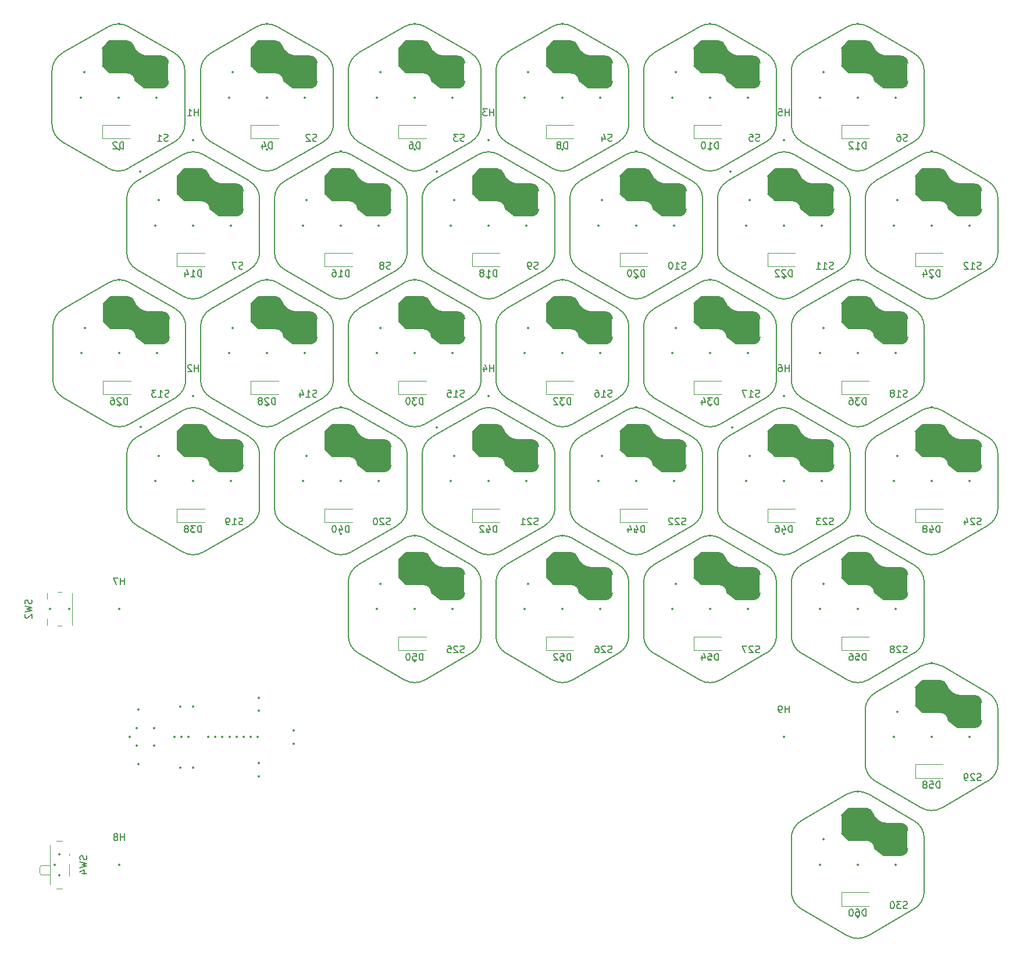
<source format=gbr>
%TF.GenerationSoftware,KiCad,Pcbnew,7.0.9*%
%TF.CreationDate,2024-02-04T22:05:15+05:30*%
%TF.ProjectId,Reversible Keyboard,52657665-7273-4696-926c-65204b657962,rev?*%
%TF.SameCoordinates,Original*%
%TF.FileFunction,Legend,Bot*%
%TF.FilePolarity,Positive*%
%FSLAX46Y46*%
G04 Gerber Fmt 4.6, Leading zero omitted, Abs format (unit mm)*
G04 Created by KiCad (PCBNEW 7.0.9) date 2024-02-04 22:05:15*
%MOMM*%
%LPD*%
G01*
G04 APERTURE LIST*
%ADD10C,0.150000*%
%ADD11C,0.120000*%
%ADD12C,0.350000*%
G04 APERTURE END LIST*
D10*
X125460839Y-124231080D02*
X125317982Y-124278699D01*
X125317982Y-124278699D02*
X125079887Y-124278699D01*
X125079887Y-124278699D02*
X124984649Y-124231080D01*
X124984649Y-124231080D02*
X124937030Y-124183460D01*
X124937030Y-124183460D02*
X124889411Y-124088222D01*
X124889411Y-124088222D02*
X124889411Y-123992984D01*
X124889411Y-123992984D02*
X124937030Y-123897746D01*
X124937030Y-123897746D02*
X124984649Y-123850127D01*
X124984649Y-123850127D02*
X125079887Y-123802508D01*
X125079887Y-123802508D02*
X125270363Y-123754889D01*
X125270363Y-123754889D02*
X125365601Y-123707270D01*
X125365601Y-123707270D02*
X125413220Y-123659651D01*
X125413220Y-123659651D02*
X125460839Y-123564413D01*
X125460839Y-123564413D02*
X125460839Y-123469175D01*
X125460839Y-123469175D02*
X125413220Y-123373937D01*
X125413220Y-123373937D02*
X125365601Y-123326318D01*
X125365601Y-123326318D02*
X125270363Y-123278699D01*
X125270363Y-123278699D02*
X125032268Y-123278699D01*
X125032268Y-123278699D02*
X124889411Y-123326318D01*
X124508458Y-123373937D02*
X124460839Y-123326318D01*
X124460839Y-123326318D02*
X124365601Y-123278699D01*
X124365601Y-123278699D02*
X124127506Y-123278699D01*
X124127506Y-123278699D02*
X124032268Y-123326318D01*
X124032268Y-123326318D02*
X123984649Y-123373937D01*
X123984649Y-123373937D02*
X123937030Y-123469175D01*
X123937030Y-123469175D02*
X123937030Y-123564413D01*
X123937030Y-123564413D02*
X123984649Y-123707270D01*
X123984649Y-123707270D02*
X124556077Y-124278699D01*
X124556077Y-124278699D02*
X123937030Y-124278699D01*
X123079887Y-123278699D02*
X123270363Y-123278699D01*
X123270363Y-123278699D02*
X123365601Y-123326318D01*
X123365601Y-123326318D02*
X123413220Y-123373937D01*
X123413220Y-123373937D02*
X123508458Y-123516794D01*
X123508458Y-123516794D02*
X123556077Y-123707270D01*
X123556077Y-123707270D02*
X123556077Y-124088222D01*
X123556077Y-124088222D02*
X123508458Y-124183460D01*
X123508458Y-124183460D02*
X123460839Y-124231080D01*
X123460839Y-124231080D02*
X123365601Y-124278699D01*
X123365601Y-124278699D02*
X123175125Y-124278699D01*
X123175125Y-124278699D02*
X123079887Y-124231080D01*
X123079887Y-124231080D02*
X123032268Y-124183460D01*
X123032268Y-124183460D02*
X122984649Y-124088222D01*
X122984649Y-124088222D02*
X122984649Y-123850127D01*
X122984649Y-123850127D02*
X123032268Y-123754889D01*
X123032268Y-123754889D02*
X123079887Y-123707270D01*
X123079887Y-123707270D02*
X123175125Y-123659651D01*
X123175125Y-123659651D02*
X123365601Y-123659651D01*
X123365601Y-123659651D02*
X123460839Y-123707270D01*
X123460839Y-123707270D02*
X123508458Y-123754889D01*
X123508458Y-123754889D02*
X123556077Y-123850127D01*
X103960839Y-49752840D02*
X103817982Y-49800459D01*
X103817982Y-49800459D02*
X103579887Y-49800459D01*
X103579887Y-49800459D02*
X103484649Y-49752840D01*
X103484649Y-49752840D02*
X103437030Y-49705220D01*
X103437030Y-49705220D02*
X103389411Y-49609982D01*
X103389411Y-49609982D02*
X103389411Y-49514744D01*
X103389411Y-49514744D02*
X103437030Y-49419506D01*
X103437030Y-49419506D02*
X103484649Y-49371887D01*
X103484649Y-49371887D02*
X103579887Y-49324268D01*
X103579887Y-49324268D02*
X103770363Y-49276649D01*
X103770363Y-49276649D02*
X103865601Y-49229030D01*
X103865601Y-49229030D02*
X103913220Y-49181411D01*
X103913220Y-49181411D02*
X103960839Y-49086173D01*
X103960839Y-49086173D02*
X103960839Y-48990935D01*
X103960839Y-48990935D02*
X103913220Y-48895697D01*
X103913220Y-48895697D02*
X103865601Y-48848078D01*
X103865601Y-48848078D02*
X103770363Y-48800459D01*
X103770363Y-48800459D02*
X103532268Y-48800459D01*
X103532268Y-48800459D02*
X103389411Y-48848078D01*
X103056077Y-48800459D02*
X102437030Y-48800459D01*
X102437030Y-48800459D02*
X102770363Y-49181411D01*
X102770363Y-49181411D02*
X102627506Y-49181411D01*
X102627506Y-49181411D02*
X102532268Y-49229030D01*
X102532268Y-49229030D02*
X102484649Y-49276649D01*
X102484649Y-49276649D02*
X102437030Y-49371887D01*
X102437030Y-49371887D02*
X102437030Y-49609982D01*
X102437030Y-49609982D02*
X102484649Y-49705220D01*
X102484649Y-49705220D02*
X102532268Y-49752840D01*
X102532268Y-49752840D02*
X102627506Y-49800459D01*
X102627506Y-49800459D02*
X102913220Y-49800459D01*
X102913220Y-49800459D02*
X103008458Y-49752840D01*
X103008458Y-49752840D02*
X103056077Y-49705220D01*
X136210839Y-105611520D02*
X136067982Y-105659139D01*
X136067982Y-105659139D02*
X135829887Y-105659139D01*
X135829887Y-105659139D02*
X135734649Y-105611520D01*
X135734649Y-105611520D02*
X135687030Y-105563900D01*
X135687030Y-105563900D02*
X135639411Y-105468662D01*
X135639411Y-105468662D02*
X135639411Y-105373424D01*
X135639411Y-105373424D02*
X135687030Y-105278186D01*
X135687030Y-105278186D02*
X135734649Y-105230567D01*
X135734649Y-105230567D02*
X135829887Y-105182948D01*
X135829887Y-105182948D02*
X136020363Y-105135329D01*
X136020363Y-105135329D02*
X136115601Y-105087710D01*
X136115601Y-105087710D02*
X136163220Y-105040091D01*
X136163220Y-105040091D02*
X136210839Y-104944853D01*
X136210839Y-104944853D02*
X136210839Y-104849615D01*
X136210839Y-104849615D02*
X136163220Y-104754377D01*
X136163220Y-104754377D02*
X136115601Y-104706758D01*
X136115601Y-104706758D02*
X136020363Y-104659139D01*
X136020363Y-104659139D02*
X135782268Y-104659139D01*
X135782268Y-104659139D02*
X135639411Y-104706758D01*
X135258458Y-104754377D02*
X135210839Y-104706758D01*
X135210839Y-104706758D02*
X135115601Y-104659139D01*
X135115601Y-104659139D02*
X134877506Y-104659139D01*
X134877506Y-104659139D02*
X134782268Y-104706758D01*
X134782268Y-104706758D02*
X134734649Y-104754377D01*
X134734649Y-104754377D02*
X134687030Y-104849615D01*
X134687030Y-104849615D02*
X134687030Y-104944853D01*
X134687030Y-104944853D02*
X134734649Y-105087710D01*
X134734649Y-105087710D02*
X135306077Y-105659139D01*
X135306077Y-105659139D02*
X134687030Y-105659139D01*
X134306077Y-104754377D02*
X134258458Y-104706758D01*
X134258458Y-104706758D02*
X134163220Y-104659139D01*
X134163220Y-104659139D02*
X133925125Y-104659139D01*
X133925125Y-104659139D02*
X133829887Y-104706758D01*
X133829887Y-104706758D02*
X133782268Y-104754377D01*
X133782268Y-104754377D02*
X133734649Y-104849615D01*
X133734649Y-104849615D02*
X133734649Y-104944853D01*
X133734649Y-104944853D02*
X133782268Y-105087710D01*
X133782268Y-105087710D02*
X134353696Y-105659139D01*
X134353696Y-105659139D02*
X133734649Y-105659139D01*
X136210839Y-68372400D02*
X136067982Y-68420019D01*
X136067982Y-68420019D02*
X135829887Y-68420019D01*
X135829887Y-68420019D02*
X135734649Y-68372400D01*
X135734649Y-68372400D02*
X135687030Y-68324780D01*
X135687030Y-68324780D02*
X135639411Y-68229542D01*
X135639411Y-68229542D02*
X135639411Y-68134304D01*
X135639411Y-68134304D02*
X135687030Y-68039066D01*
X135687030Y-68039066D02*
X135734649Y-67991447D01*
X135734649Y-67991447D02*
X135829887Y-67943828D01*
X135829887Y-67943828D02*
X136020363Y-67896209D01*
X136020363Y-67896209D02*
X136115601Y-67848590D01*
X136115601Y-67848590D02*
X136163220Y-67800971D01*
X136163220Y-67800971D02*
X136210839Y-67705733D01*
X136210839Y-67705733D02*
X136210839Y-67610495D01*
X136210839Y-67610495D02*
X136163220Y-67515257D01*
X136163220Y-67515257D02*
X136115601Y-67467638D01*
X136115601Y-67467638D02*
X136020363Y-67420019D01*
X136020363Y-67420019D02*
X135782268Y-67420019D01*
X135782268Y-67420019D02*
X135639411Y-67467638D01*
X134687030Y-68420019D02*
X135258458Y-68420019D01*
X134972744Y-68420019D02*
X134972744Y-67420019D01*
X134972744Y-67420019D02*
X135067982Y-67562876D01*
X135067982Y-67562876D02*
X135163220Y-67658114D01*
X135163220Y-67658114D02*
X135258458Y-67705733D01*
X134067982Y-67420019D02*
X133972744Y-67420019D01*
X133972744Y-67420019D02*
X133877506Y-67467638D01*
X133877506Y-67467638D02*
X133829887Y-67515257D01*
X133829887Y-67515257D02*
X133782268Y-67610495D01*
X133782268Y-67610495D02*
X133734649Y-67800971D01*
X133734649Y-67800971D02*
X133734649Y-68039066D01*
X133734649Y-68039066D02*
X133782268Y-68229542D01*
X133782268Y-68229542D02*
X133829887Y-68324780D01*
X133829887Y-68324780D02*
X133877506Y-68372400D01*
X133877506Y-68372400D02*
X133972744Y-68420019D01*
X133972744Y-68420019D02*
X134067982Y-68420019D01*
X134067982Y-68420019D02*
X134163220Y-68372400D01*
X134163220Y-68372400D02*
X134210839Y-68324780D01*
X134210839Y-68324780D02*
X134258458Y-68229542D01*
X134258458Y-68229542D02*
X134306077Y-68039066D01*
X134306077Y-68039066D02*
X134306077Y-67800971D01*
X134306077Y-67800971D02*
X134258458Y-67610495D01*
X134258458Y-67610495D02*
X134210839Y-67515257D01*
X134210839Y-67515257D02*
X134163220Y-67467638D01*
X134163220Y-67467638D02*
X134067982Y-67420019D01*
X179210839Y-105611520D02*
X179067982Y-105659139D01*
X179067982Y-105659139D02*
X178829887Y-105659139D01*
X178829887Y-105659139D02*
X178734649Y-105611520D01*
X178734649Y-105611520D02*
X178687030Y-105563900D01*
X178687030Y-105563900D02*
X178639411Y-105468662D01*
X178639411Y-105468662D02*
X178639411Y-105373424D01*
X178639411Y-105373424D02*
X178687030Y-105278186D01*
X178687030Y-105278186D02*
X178734649Y-105230567D01*
X178734649Y-105230567D02*
X178829887Y-105182948D01*
X178829887Y-105182948D02*
X179020363Y-105135329D01*
X179020363Y-105135329D02*
X179115601Y-105087710D01*
X179115601Y-105087710D02*
X179163220Y-105040091D01*
X179163220Y-105040091D02*
X179210839Y-104944853D01*
X179210839Y-104944853D02*
X179210839Y-104849615D01*
X179210839Y-104849615D02*
X179163220Y-104754377D01*
X179163220Y-104754377D02*
X179115601Y-104706758D01*
X179115601Y-104706758D02*
X179020363Y-104659139D01*
X179020363Y-104659139D02*
X178782268Y-104659139D01*
X178782268Y-104659139D02*
X178639411Y-104706758D01*
X178258458Y-104754377D02*
X178210839Y-104706758D01*
X178210839Y-104706758D02*
X178115601Y-104659139D01*
X178115601Y-104659139D02*
X177877506Y-104659139D01*
X177877506Y-104659139D02*
X177782268Y-104706758D01*
X177782268Y-104706758D02*
X177734649Y-104754377D01*
X177734649Y-104754377D02*
X177687030Y-104849615D01*
X177687030Y-104849615D02*
X177687030Y-104944853D01*
X177687030Y-104944853D02*
X177734649Y-105087710D01*
X177734649Y-105087710D02*
X178306077Y-105659139D01*
X178306077Y-105659139D02*
X177687030Y-105659139D01*
X176829887Y-104992472D02*
X176829887Y-105659139D01*
X177067982Y-104611520D02*
X177306077Y-105325805D01*
X177306077Y-105325805D02*
X176687030Y-105325805D01*
X151262128Y-83346099D02*
X151262128Y-82346099D01*
X151262128Y-82822289D02*
X150690700Y-82822289D01*
X150690700Y-83346099D02*
X150690700Y-82346099D01*
X149785938Y-82346099D02*
X149976414Y-82346099D01*
X149976414Y-82346099D02*
X150071652Y-82393718D01*
X150071652Y-82393718D02*
X150119271Y-82441337D01*
X150119271Y-82441337D02*
X150214509Y-82584194D01*
X150214509Y-82584194D02*
X150262128Y-82774670D01*
X150262128Y-82774670D02*
X150262128Y-83155622D01*
X150262128Y-83155622D02*
X150214509Y-83250860D01*
X150214509Y-83250860D02*
X150166890Y-83298480D01*
X150166890Y-83298480D02*
X150071652Y-83346099D01*
X150071652Y-83346099D02*
X149881176Y-83346099D01*
X149881176Y-83346099D02*
X149785938Y-83298480D01*
X149785938Y-83298480D02*
X149738319Y-83250860D01*
X149738319Y-83250860D02*
X149690700Y-83155622D01*
X149690700Y-83155622D02*
X149690700Y-82917527D01*
X149690700Y-82917527D02*
X149738319Y-82822289D01*
X149738319Y-82822289D02*
X149785938Y-82774670D01*
X149785938Y-82774670D02*
X149881176Y-82727051D01*
X149881176Y-82727051D02*
X150071652Y-82727051D01*
X150071652Y-82727051D02*
X150166890Y-82774670D01*
X150166890Y-82774670D02*
X150214509Y-82822289D01*
X150214509Y-82822289D02*
X150262128Y-82917527D01*
X179210839Y-142850640D02*
X179067982Y-142898259D01*
X179067982Y-142898259D02*
X178829887Y-142898259D01*
X178829887Y-142898259D02*
X178734649Y-142850640D01*
X178734649Y-142850640D02*
X178687030Y-142803020D01*
X178687030Y-142803020D02*
X178639411Y-142707782D01*
X178639411Y-142707782D02*
X178639411Y-142612544D01*
X178639411Y-142612544D02*
X178687030Y-142517306D01*
X178687030Y-142517306D02*
X178734649Y-142469687D01*
X178734649Y-142469687D02*
X178829887Y-142422068D01*
X178829887Y-142422068D02*
X179020363Y-142374449D01*
X179020363Y-142374449D02*
X179115601Y-142326830D01*
X179115601Y-142326830D02*
X179163220Y-142279211D01*
X179163220Y-142279211D02*
X179210839Y-142183973D01*
X179210839Y-142183973D02*
X179210839Y-142088735D01*
X179210839Y-142088735D02*
X179163220Y-141993497D01*
X179163220Y-141993497D02*
X179115601Y-141945878D01*
X179115601Y-141945878D02*
X179020363Y-141898259D01*
X179020363Y-141898259D02*
X178782268Y-141898259D01*
X178782268Y-141898259D02*
X178639411Y-141945878D01*
X178258458Y-141993497D02*
X178210839Y-141945878D01*
X178210839Y-141945878D02*
X178115601Y-141898259D01*
X178115601Y-141898259D02*
X177877506Y-141898259D01*
X177877506Y-141898259D02*
X177782268Y-141945878D01*
X177782268Y-141945878D02*
X177734649Y-141993497D01*
X177734649Y-141993497D02*
X177687030Y-142088735D01*
X177687030Y-142088735D02*
X177687030Y-142183973D01*
X177687030Y-142183973D02*
X177734649Y-142326830D01*
X177734649Y-142326830D02*
X178306077Y-142898259D01*
X178306077Y-142898259D02*
X177687030Y-142898259D01*
X177210839Y-142898259D02*
X177020363Y-142898259D01*
X177020363Y-142898259D02*
X176925125Y-142850640D01*
X176925125Y-142850640D02*
X176877506Y-142803020D01*
X176877506Y-142803020D02*
X176782268Y-142660163D01*
X176782268Y-142660163D02*
X176734649Y-142469687D01*
X176734649Y-142469687D02*
X176734649Y-142088735D01*
X176734649Y-142088735D02*
X176782268Y-141993497D01*
X176782268Y-141993497D02*
X176829887Y-141945878D01*
X176829887Y-141945878D02*
X176925125Y-141898259D01*
X176925125Y-141898259D02*
X177115601Y-141898259D01*
X177115601Y-141898259D02*
X177210839Y-141945878D01*
X177210839Y-141945878D02*
X177258458Y-141993497D01*
X177258458Y-141993497D02*
X177306077Y-142088735D01*
X177306077Y-142088735D02*
X177306077Y-142326830D01*
X177306077Y-142326830D02*
X177258458Y-142422068D01*
X177258458Y-142422068D02*
X177210839Y-142469687D01*
X177210839Y-142469687D02*
X177115601Y-142517306D01*
X177115601Y-142517306D02*
X176925125Y-142517306D01*
X176925125Y-142517306D02*
X176829887Y-142469687D01*
X176829887Y-142469687D02*
X176782268Y-142422068D01*
X176782268Y-142422068D02*
X176734649Y-142326830D01*
X146960839Y-86991960D02*
X146817982Y-87039579D01*
X146817982Y-87039579D02*
X146579887Y-87039579D01*
X146579887Y-87039579D02*
X146484649Y-86991960D01*
X146484649Y-86991960D02*
X146437030Y-86944340D01*
X146437030Y-86944340D02*
X146389411Y-86849102D01*
X146389411Y-86849102D02*
X146389411Y-86753864D01*
X146389411Y-86753864D02*
X146437030Y-86658626D01*
X146437030Y-86658626D02*
X146484649Y-86611007D01*
X146484649Y-86611007D02*
X146579887Y-86563388D01*
X146579887Y-86563388D02*
X146770363Y-86515769D01*
X146770363Y-86515769D02*
X146865601Y-86468150D01*
X146865601Y-86468150D02*
X146913220Y-86420531D01*
X146913220Y-86420531D02*
X146960839Y-86325293D01*
X146960839Y-86325293D02*
X146960839Y-86230055D01*
X146960839Y-86230055D02*
X146913220Y-86134817D01*
X146913220Y-86134817D02*
X146865601Y-86087198D01*
X146865601Y-86087198D02*
X146770363Y-86039579D01*
X146770363Y-86039579D02*
X146532268Y-86039579D01*
X146532268Y-86039579D02*
X146389411Y-86087198D01*
X145437030Y-87039579D02*
X146008458Y-87039579D01*
X145722744Y-87039579D02*
X145722744Y-86039579D01*
X145722744Y-86039579D02*
X145817982Y-86182436D01*
X145817982Y-86182436D02*
X145913220Y-86277674D01*
X145913220Y-86277674D02*
X146008458Y-86325293D01*
X145103696Y-86039579D02*
X144437030Y-86039579D01*
X144437030Y-86039579D02*
X144865601Y-87039579D01*
X168460839Y-86991960D02*
X168317982Y-87039579D01*
X168317982Y-87039579D02*
X168079887Y-87039579D01*
X168079887Y-87039579D02*
X167984649Y-86991960D01*
X167984649Y-86991960D02*
X167937030Y-86944340D01*
X167937030Y-86944340D02*
X167889411Y-86849102D01*
X167889411Y-86849102D02*
X167889411Y-86753864D01*
X167889411Y-86753864D02*
X167937030Y-86658626D01*
X167937030Y-86658626D02*
X167984649Y-86611007D01*
X167984649Y-86611007D02*
X168079887Y-86563388D01*
X168079887Y-86563388D02*
X168270363Y-86515769D01*
X168270363Y-86515769D02*
X168365601Y-86468150D01*
X168365601Y-86468150D02*
X168413220Y-86420531D01*
X168413220Y-86420531D02*
X168460839Y-86325293D01*
X168460839Y-86325293D02*
X168460839Y-86230055D01*
X168460839Y-86230055D02*
X168413220Y-86134817D01*
X168413220Y-86134817D02*
X168365601Y-86087198D01*
X168365601Y-86087198D02*
X168270363Y-86039579D01*
X168270363Y-86039579D02*
X168032268Y-86039579D01*
X168032268Y-86039579D02*
X167889411Y-86087198D01*
X166937030Y-87039579D02*
X167508458Y-87039579D01*
X167222744Y-87039579D02*
X167222744Y-86039579D01*
X167222744Y-86039579D02*
X167317982Y-86182436D01*
X167317982Y-86182436D02*
X167413220Y-86277674D01*
X167413220Y-86277674D02*
X167508458Y-86325293D01*
X166365601Y-86468150D02*
X166460839Y-86420531D01*
X166460839Y-86420531D02*
X166508458Y-86372912D01*
X166508458Y-86372912D02*
X166556077Y-86277674D01*
X166556077Y-86277674D02*
X166556077Y-86230055D01*
X166556077Y-86230055D02*
X166508458Y-86134817D01*
X166508458Y-86134817D02*
X166460839Y-86087198D01*
X166460839Y-86087198D02*
X166365601Y-86039579D01*
X166365601Y-86039579D02*
X166175125Y-86039579D01*
X166175125Y-86039579D02*
X166079887Y-86087198D01*
X166079887Y-86087198D02*
X166032268Y-86134817D01*
X166032268Y-86134817D02*
X165984649Y-86230055D01*
X165984649Y-86230055D02*
X165984649Y-86277674D01*
X165984649Y-86277674D02*
X166032268Y-86372912D01*
X166032268Y-86372912D02*
X166079887Y-86420531D01*
X166079887Y-86420531D02*
X166175125Y-86468150D01*
X166175125Y-86468150D02*
X166365601Y-86468150D01*
X166365601Y-86468150D02*
X166460839Y-86515769D01*
X166460839Y-86515769D02*
X166508458Y-86563388D01*
X166508458Y-86563388D02*
X166556077Y-86658626D01*
X166556077Y-86658626D02*
X166556077Y-86849102D01*
X166556077Y-86849102D02*
X166508458Y-86944340D01*
X166508458Y-86944340D02*
X166460839Y-86991960D01*
X166460839Y-86991960D02*
X166365601Y-87039579D01*
X166365601Y-87039579D02*
X166175125Y-87039579D01*
X166175125Y-87039579D02*
X166079887Y-86991960D01*
X166079887Y-86991960D02*
X166032268Y-86944340D01*
X166032268Y-86944340D02*
X165984649Y-86849102D01*
X165984649Y-86849102D02*
X165984649Y-86658626D01*
X165984649Y-86658626D02*
X166032268Y-86563388D01*
X166032268Y-86563388D02*
X166079887Y-86515769D01*
X166079887Y-86515769D02*
X166175125Y-86468150D01*
X65262000Y-46106979D02*
X65262000Y-45106979D01*
X65262000Y-45583169D02*
X64690572Y-45583169D01*
X64690572Y-46106979D02*
X64690572Y-45106979D01*
X63690572Y-46106979D02*
X64262000Y-46106979D01*
X63976286Y-46106979D02*
X63976286Y-45106979D01*
X63976286Y-45106979D02*
X64071524Y-45249836D01*
X64071524Y-45249836D02*
X64166762Y-45345074D01*
X64166762Y-45345074D02*
X64262000Y-45392693D01*
X82460839Y-86991960D02*
X82317982Y-87039579D01*
X82317982Y-87039579D02*
X82079887Y-87039579D01*
X82079887Y-87039579D02*
X81984649Y-86991960D01*
X81984649Y-86991960D02*
X81937030Y-86944340D01*
X81937030Y-86944340D02*
X81889411Y-86849102D01*
X81889411Y-86849102D02*
X81889411Y-86753864D01*
X81889411Y-86753864D02*
X81937030Y-86658626D01*
X81937030Y-86658626D02*
X81984649Y-86611007D01*
X81984649Y-86611007D02*
X82079887Y-86563388D01*
X82079887Y-86563388D02*
X82270363Y-86515769D01*
X82270363Y-86515769D02*
X82365601Y-86468150D01*
X82365601Y-86468150D02*
X82413220Y-86420531D01*
X82413220Y-86420531D02*
X82460839Y-86325293D01*
X82460839Y-86325293D02*
X82460839Y-86230055D01*
X82460839Y-86230055D02*
X82413220Y-86134817D01*
X82413220Y-86134817D02*
X82365601Y-86087198D01*
X82365601Y-86087198D02*
X82270363Y-86039579D01*
X82270363Y-86039579D02*
X82032268Y-86039579D01*
X82032268Y-86039579D02*
X81889411Y-86087198D01*
X80937030Y-87039579D02*
X81508458Y-87039579D01*
X81222744Y-87039579D02*
X81222744Y-86039579D01*
X81222744Y-86039579D02*
X81317982Y-86182436D01*
X81317982Y-86182436D02*
X81413220Y-86277674D01*
X81413220Y-86277674D02*
X81508458Y-86325293D01*
X80079887Y-86372912D02*
X80079887Y-87039579D01*
X80317982Y-85991960D02*
X80556077Y-86706245D01*
X80556077Y-86706245D02*
X79937030Y-86706245D01*
X151262128Y-132998259D02*
X151262128Y-131998259D01*
X151262128Y-132474449D02*
X150690700Y-132474449D01*
X150690700Y-132998259D02*
X150690700Y-131998259D01*
X150166890Y-132998259D02*
X149976414Y-132998259D01*
X149976414Y-132998259D02*
X149881176Y-132950640D01*
X149881176Y-132950640D02*
X149833557Y-132903020D01*
X149833557Y-132903020D02*
X149738319Y-132760163D01*
X149738319Y-132760163D02*
X149690700Y-132569687D01*
X149690700Y-132569687D02*
X149690700Y-132188735D01*
X149690700Y-132188735D02*
X149738319Y-132093497D01*
X149738319Y-132093497D02*
X149785938Y-132045878D01*
X149785938Y-132045878D02*
X149881176Y-131998259D01*
X149881176Y-131998259D02*
X150071652Y-131998259D01*
X150071652Y-131998259D02*
X150166890Y-132045878D01*
X150166890Y-132045878D02*
X150214509Y-132093497D01*
X150214509Y-132093497D02*
X150262128Y-132188735D01*
X150262128Y-132188735D02*
X150262128Y-132426830D01*
X150262128Y-132426830D02*
X150214509Y-132522068D01*
X150214509Y-132522068D02*
X150166890Y-132569687D01*
X150166890Y-132569687D02*
X150071652Y-132617306D01*
X150071652Y-132617306D02*
X149881176Y-132617306D01*
X149881176Y-132617306D02*
X149785938Y-132569687D01*
X149785938Y-132569687D02*
X149738319Y-132522068D01*
X149738319Y-132522068D02*
X149690700Y-132426830D01*
X157710839Y-105611520D02*
X157567982Y-105659139D01*
X157567982Y-105659139D02*
X157329887Y-105659139D01*
X157329887Y-105659139D02*
X157234649Y-105611520D01*
X157234649Y-105611520D02*
X157187030Y-105563900D01*
X157187030Y-105563900D02*
X157139411Y-105468662D01*
X157139411Y-105468662D02*
X157139411Y-105373424D01*
X157139411Y-105373424D02*
X157187030Y-105278186D01*
X157187030Y-105278186D02*
X157234649Y-105230567D01*
X157234649Y-105230567D02*
X157329887Y-105182948D01*
X157329887Y-105182948D02*
X157520363Y-105135329D01*
X157520363Y-105135329D02*
X157615601Y-105087710D01*
X157615601Y-105087710D02*
X157663220Y-105040091D01*
X157663220Y-105040091D02*
X157710839Y-104944853D01*
X157710839Y-104944853D02*
X157710839Y-104849615D01*
X157710839Y-104849615D02*
X157663220Y-104754377D01*
X157663220Y-104754377D02*
X157615601Y-104706758D01*
X157615601Y-104706758D02*
X157520363Y-104659139D01*
X157520363Y-104659139D02*
X157282268Y-104659139D01*
X157282268Y-104659139D02*
X157139411Y-104706758D01*
X156758458Y-104754377D02*
X156710839Y-104706758D01*
X156710839Y-104706758D02*
X156615601Y-104659139D01*
X156615601Y-104659139D02*
X156377506Y-104659139D01*
X156377506Y-104659139D02*
X156282268Y-104706758D01*
X156282268Y-104706758D02*
X156234649Y-104754377D01*
X156234649Y-104754377D02*
X156187030Y-104849615D01*
X156187030Y-104849615D02*
X156187030Y-104944853D01*
X156187030Y-104944853D02*
X156234649Y-105087710D01*
X156234649Y-105087710D02*
X156806077Y-105659139D01*
X156806077Y-105659139D02*
X156187030Y-105659139D01*
X155853696Y-104659139D02*
X155234649Y-104659139D01*
X155234649Y-104659139D02*
X155567982Y-105040091D01*
X155567982Y-105040091D02*
X155425125Y-105040091D01*
X155425125Y-105040091D02*
X155329887Y-105087710D01*
X155329887Y-105087710D02*
X155282268Y-105135329D01*
X155282268Y-105135329D02*
X155234649Y-105230567D01*
X155234649Y-105230567D02*
X155234649Y-105468662D01*
X155234649Y-105468662D02*
X155282268Y-105563900D01*
X155282268Y-105563900D02*
X155329887Y-105611520D01*
X155329887Y-105611520D02*
X155425125Y-105659139D01*
X155425125Y-105659139D02*
X155710839Y-105659139D01*
X155710839Y-105659139D02*
X155806077Y-105611520D01*
X155806077Y-105611520D02*
X155853696Y-105563900D01*
X54511984Y-114378699D02*
X54511984Y-113378699D01*
X54511984Y-113854889D02*
X53940556Y-113854889D01*
X53940556Y-114378699D02*
X53940556Y-113378699D01*
X53559603Y-113378699D02*
X52892937Y-113378699D01*
X52892937Y-113378699D02*
X53321508Y-114378699D01*
X157710839Y-68372400D02*
X157567982Y-68420019D01*
X157567982Y-68420019D02*
X157329887Y-68420019D01*
X157329887Y-68420019D02*
X157234649Y-68372400D01*
X157234649Y-68372400D02*
X157187030Y-68324780D01*
X157187030Y-68324780D02*
X157139411Y-68229542D01*
X157139411Y-68229542D02*
X157139411Y-68134304D01*
X157139411Y-68134304D02*
X157187030Y-68039066D01*
X157187030Y-68039066D02*
X157234649Y-67991447D01*
X157234649Y-67991447D02*
X157329887Y-67943828D01*
X157329887Y-67943828D02*
X157520363Y-67896209D01*
X157520363Y-67896209D02*
X157615601Y-67848590D01*
X157615601Y-67848590D02*
X157663220Y-67800971D01*
X157663220Y-67800971D02*
X157710839Y-67705733D01*
X157710839Y-67705733D02*
X157710839Y-67610495D01*
X157710839Y-67610495D02*
X157663220Y-67515257D01*
X157663220Y-67515257D02*
X157615601Y-67467638D01*
X157615601Y-67467638D02*
X157520363Y-67420019D01*
X157520363Y-67420019D02*
X157282268Y-67420019D01*
X157282268Y-67420019D02*
X157139411Y-67467638D01*
X156187030Y-68420019D02*
X156758458Y-68420019D01*
X156472744Y-68420019D02*
X156472744Y-67420019D01*
X156472744Y-67420019D02*
X156567982Y-67562876D01*
X156567982Y-67562876D02*
X156663220Y-67658114D01*
X156663220Y-67658114D02*
X156758458Y-67705733D01*
X155234649Y-68420019D02*
X155806077Y-68420019D01*
X155520363Y-68420019D02*
X155520363Y-67420019D01*
X155520363Y-67420019D02*
X155615601Y-67562876D01*
X155615601Y-67562876D02*
X155710839Y-67658114D01*
X155710839Y-67658114D02*
X155806077Y-67705733D01*
X114710839Y-105611520D02*
X114567982Y-105659139D01*
X114567982Y-105659139D02*
X114329887Y-105659139D01*
X114329887Y-105659139D02*
X114234649Y-105611520D01*
X114234649Y-105611520D02*
X114187030Y-105563900D01*
X114187030Y-105563900D02*
X114139411Y-105468662D01*
X114139411Y-105468662D02*
X114139411Y-105373424D01*
X114139411Y-105373424D02*
X114187030Y-105278186D01*
X114187030Y-105278186D02*
X114234649Y-105230567D01*
X114234649Y-105230567D02*
X114329887Y-105182948D01*
X114329887Y-105182948D02*
X114520363Y-105135329D01*
X114520363Y-105135329D02*
X114615601Y-105087710D01*
X114615601Y-105087710D02*
X114663220Y-105040091D01*
X114663220Y-105040091D02*
X114710839Y-104944853D01*
X114710839Y-104944853D02*
X114710839Y-104849615D01*
X114710839Y-104849615D02*
X114663220Y-104754377D01*
X114663220Y-104754377D02*
X114615601Y-104706758D01*
X114615601Y-104706758D02*
X114520363Y-104659139D01*
X114520363Y-104659139D02*
X114282268Y-104659139D01*
X114282268Y-104659139D02*
X114139411Y-104706758D01*
X113758458Y-104754377D02*
X113710839Y-104706758D01*
X113710839Y-104706758D02*
X113615601Y-104659139D01*
X113615601Y-104659139D02*
X113377506Y-104659139D01*
X113377506Y-104659139D02*
X113282268Y-104706758D01*
X113282268Y-104706758D02*
X113234649Y-104754377D01*
X113234649Y-104754377D02*
X113187030Y-104849615D01*
X113187030Y-104849615D02*
X113187030Y-104944853D01*
X113187030Y-104944853D02*
X113234649Y-105087710D01*
X113234649Y-105087710D02*
X113806077Y-105659139D01*
X113806077Y-105659139D02*
X113187030Y-105659139D01*
X112234649Y-105659139D02*
X112806077Y-105659139D01*
X112520363Y-105659139D02*
X112520363Y-104659139D01*
X112520363Y-104659139D02*
X112615601Y-104801996D01*
X112615601Y-104801996D02*
X112710839Y-104897234D01*
X112710839Y-104897234D02*
X112806077Y-104944853D01*
X71710839Y-105611520D02*
X71567982Y-105659139D01*
X71567982Y-105659139D02*
X71329887Y-105659139D01*
X71329887Y-105659139D02*
X71234649Y-105611520D01*
X71234649Y-105611520D02*
X71187030Y-105563900D01*
X71187030Y-105563900D02*
X71139411Y-105468662D01*
X71139411Y-105468662D02*
X71139411Y-105373424D01*
X71139411Y-105373424D02*
X71187030Y-105278186D01*
X71187030Y-105278186D02*
X71234649Y-105230567D01*
X71234649Y-105230567D02*
X71329887Y-105182948D01*
X71329887Y-105182948D02*
X71520363Y-105135329D01*
X71520363Y-105135329D02*
X71615601Y-105087710D01*
X71615601Y-105087710D02*
X71663220Y-105040091D01*
X71663220Y-105040091D02*
X71710839Y-104944853D01*
X71710839Y-104944853D02*
X71710839Y-104849615D01*
X71710839Y-104849615D02*
X71663220Y-104754377D01*
X71663220Y-104754377D02*
X71615601Y-104706758D01*
X71615601Y-104706758D02*
X71520363Y-104659139D01*
X71520363Y-104659139D02*
X71282268Y-104659139D01*
X71282268Y-104659139D02*
X71139411Y-104706758D01*
X70187030Y-105659139D02*
X70758458Y-105659139D01*
X70472744Y-105659139D02*
X70472744Y-104659139D01*
X70472744Y-104659139D02*
X70567982Y-104801996D01*
X70567982Y-104801996D02*
X70663220Y-104897234D01*
X70663220Y-104897234D02*
X70758458Y-104944853D01*
X69710839Y-105659139D02*
X69520363Y-105659139D01*
X69520363Y-105659139D02*
X69425125Y-105611520D01*
X69425125Y-105611520D02*
X69377506Y-105563900D01*
X69377506Y-105563900D02*
X69282268Y-105421043D01*
X69282268Y-105421043D02*
X69234649Y-105230567D01*
X69234649Y-105230567D02*
X69234649Y-104849615D01*
X69234649Y-104849615D02*
X69282268Y-104754377D01*
X69282268Y-104754377D02*
X69329887Y-104706758D01*
X69329887Y-104706758D02*
X69425125Y-104659139D01*
X69425125Y-104659139D02*
X69615601Y-104659139D01*
X69615601Y-104659139D02*
X69710839Y-104706758D01*
X69710839Y-104706758D02*
X69758458Y-104754377D01*
X69758458Y-104754377D02*
X69806077Y-104849615D01*
X69806077Y-104849615D02*
X69806077Y-105087710D01*
X69806077Y-105087710D02*
X69758458Y-105182948D01*
X69758458Y-105182948D02*
X69710839Y-105230567D01*
X69710839Y-105230567D02*
X69615601Y-105278186D01*
X69615601Y-105278186D02*
X69425125Y-105278186D01*
X69425125Y-105278186D02*
X69329887Y-105230567D01*
X69329887Y-105230567D02*
X69282268Y-105182948D01*
X69282268Y-105182948D02*
X69234649Y-105087710D01*
X146960839Y-49752840D02*
X146817982Y-49800459D01*
X146817982Y-49800459D02*
X146579887Y-49800459D01*
X146579887Y-49800459D02*
X146484649Y-49752840D01*
X146484649Y-49752840D02*
X146437030Y-49705220D01*
X146437030Y-49705220D02*
X146389411Y-49609982D01*
X146389411Y-49609982D02*
X146389411Y-49514744D01*
X146389411Y-49514744D02*
X146437030Y-49419506D01*
X146437030Y-49419506D02*
X146484649Y-49371887D01*
X146484649Y-49371887D02*
X146579887Y-49324268D01*
X146579887Y-49324268D02*
X146770363Y-49276649D01*
X146770363Y-49276649D02*
X146865601Y-49229030D01*
X146865601Y-49229030D02*
X146913220Y-49181411D01*
X146913220Y-49181411D02*
X146960839Y-49086173D01*
X146960839Y-49086173D02*
X146960839Y-48990935D01*
X146960839Y-48990935D02*
X146913220Y-48895697D01*
X146913220Y-48895697D02*
X146865601Y-48848078D01*
X146865601Y-48848078D02*
X146770363Y-48800459D01*
X146770363Y-48800459D02*
X146532268Y-48800459D01*
X146532268Y-48800459D02*
X146389411Y-48848078D01*
X145484649Y-48800459D02*
X145960839Y-48800459D01*
X145960839Y-48800459D02*
X146008458Y-49276649D01*
X146008458Y-49276649D02*
X145960839Y-49229030D01*
X145960839Y-49229030D02*
X145865601Y-49181411D01*
X145865601Y-49181411D02*
X145627506Y-49181411D01*
X145627506Y-49181411D02*
X145532268Y-49229030D01*
X145532268Y-49229030D02*
X145484649Y-49276649D01*
X145484649Y-49276649D02*
X145437030Y-49371887D01*
X145437030Y-49371887D02*
X145437030Y-49609982D01*
X145437030Y-49609982D02*
X145484649Y-49705220D01*
X145484649Y-49705220D02*
X145532268Y-49752840D01*
X145532268Y-49752840D02*
X145627506Y-49800459D01*
X145627506Y-49800459D02*
X145865601Y-49800459D01*
X145865601Y-49800459D02*
X145960839Y-49752840D01*
X145960839Y-49752840D02*
X146008458Y-49705220D01*
X151262128Y-46106979D02*
X151262128Y-45106979D01*
X151262128Y-45583169D02*
X150690700Y-45583169D01*
X150690700Y-46106979D02*
X150690700Y-45106979D01*
X149738319Y-45106979D02*
X150214509Y-45106979D01*
X150214509Y-45106979D02*
X150262128Y-45583169D01*
X150262128Y-45583169D02*
X150214509Y-45535550D01*
X150214509Y-45535550D02*
X150119271Y-45487931D01*
X150119271Y-45487931D02*
X149881176Y-45487931D01*
X149881176Y-45487931D02*
X149785938Y-45535550D01*
X149785938Y-45535550D02*
X149738319Y-45583169D01*
X149738319Y-45583169D02*
X149690700Y-45678407D01*
X149690700Y-45678407D02*
X149690700Y-45916502D01*
X149690700Y-45916502D02*
X149738319Y-46011740D01*
X149738319Y-46011740D02*
X149785938Y-46059360D01*
X149785938Y-46059360D02*
X149881176Y-46106979D01*
X149881176Y-46106979D02*
X150119271Y-46106979D01*
X150119271Y-46106979D02*
X150214509Y-46059360D01*
X150214509Y-46059360D02*
X150262128Y-46011740D01*
X168460839Y-49752840D02*
X168317982Y-49800459D01*
X168317982Y-49800459D02*
X168079887Y-49800459D01*
X168079887Y-49800459D02*
X167984649Y-49752840D01*
X167984649Y-49752840D02*
X167937030Y-49705220D01*
X167937030Y-49705220D02*
X167889411Y-49609982D01*
X167889411Y-49609982D02*
X167889411Y-49514744D01*
X167889411Y-49514744D02*
X167937030Y-49419506D01*
X167937030Y-49419506D02*
X167984649Y-49371887D01*
X167984649Y-49371887D02*
X168079887Y-49324268D01*
X168079887Y-49324268D02*
X168270363Y-49276649D01*
X168270363Y-49276649D02*
X168365601Y-49229030D01*
X168365601Y-49229030D02*
X168413220Y-49181411D01*
X168413220Y-49181411D02*
X168460839Y-49086173D01*
X168460839Y-49086173D02*
X168460839Y-48990935D01*
X168460839Y-48990935D02*
X168413220Y-48895697D01*
X168413220Y-48895697D02*
X168365601Y-48848078D01*
X168365601Y-48848078D02*
X168270363Y-48800459D01*
X168270363Y-48800459D02*
X168032268Y-48800459D01*
X168032268Y-48800459D02*
X167889411Y-48848078D01*
X167032268Y-48800459D02*
X167222744Y-48800459D01*
X167222744Y-48800459D02*
X167317982Y-48848078D01*
X167317982Y-48848078D02*
X167365601Y-48895697D01*
X167365601Y-48895697D02*
X167460839Y-49038554D01*
X167460839Y-49038554D02*
X167508458Y-49229030D01*
X167508458Y-49229030D02*
X167508458Y-49609982D01*
X167508458Y-49609982D02*
X167460839Y-49705220D01*
X167460839Y-49705220D02*
X167413220Y-49752840D01*
X167413220Y-49752840D02*
X167317982Y-49800459D01*
X167317982Y-49800459D02*
X167127506Y-49800459D01*
X167127506Y-49800459D02*
X167032268Y-49752840D01*
X167032268Y-49752840D02*
X166984649Y-49705220D01*
X166984649Y-49705220D02*
X166937030Y-49609982D01*
X166937030Y-49609982D02*
X166937030Y-49371887D01*
X166937030Y-49371887D02*
X166984649Y-49276649D01*
X166984649Y-49276649D02*
X167032268Y-49229030D01*
X167032268Y-49229030D02*
X167127506Y-49181411D01*
X167127506Y-49181411D02*
X167317982Y-49181411D01*
X167317982Y-49181411D02*
X167413220Y-49229030D01*
X167413220Y-49229030D02*
X167460839Y-49276649D01*
X167460839Y-49276649D02*
X167508458Y-49371887D01*
X114710839Y-68372400D02*
X114567982Y-68420019D01*
X114567982Y-68420019D02*
X114329887Y-68420019D01*
X114329887Y-68420019D02*
X114234649Y-68372400D01*
X114234649Y-68372400D02*
X114187030Y-68324780D01*
X114187030Y-68324780D02*
X114139411Y-68229542D01*
X114139411Y-68229542D02*
X114139411Y-68134304D01*
X114139411Y-68134304D02*
X114187030Y-68039066D01*
X114187030Y-68039066D02*
X114234649Y-67991447D01*
X114234649Y-67991447D02*
X114329887Y-67943828D01*
X114329887Y-67943828D02*
X114520363Y-67896209D01*
X114520363Y-67896209D02*
X114615601Y-67848590D01*
X114615601Y-67848590D02*
X114663220Y-67800971D01*
X114663220Y-67800971D02*
X114710839Y-67705733D01*
X114710839Y-67705733D02*
X114710839Y-67610495D01*
X114710839Y-67610495D02*
X114663220Y-67515257D01*
X114663220Y-67515257D02*
X114615601Y-67467638D01*
X114615601Y-67467638D02*
X114520363Y-67420019D01*
X114520363Y-67420019D02*
X114282268Y-67420019D01*
X114282268Y-67420019D02*
X114139411Y-67467638D01*
X113663220Y-68420019D02*
X113472744Y-68420019D01*
X113472744Y-68420019D02*
X113377506Y-68372400D01*
X113377506Y-68372400D02*
X113329887Y-68324780D01*
X113329887Y-68324780D02*
X113234649Y-68181923D01*
X113234649Y-68181923D02*
X113187030Y-67991447D01*
X113187030Y-67991447D02*
X113187030Y-67610495D01*
X113187030Y-67610495D02*
X113234649Y-67515257D01*
X113234649Y-67515257D02*
X113282268Y-67467638D01*
X113282268Y-67467638D02*
X113377506Y-67420019D01*
X113377506Y-67420019D02*
X113567982Y-67420019D01*
X113567982Y-67420019D02*
X113663220Y-67467638D01*
X113663220Y-67467638D02*
X113710839Y-67515257D01*
X113710839Y-67515257D02*
X113758458Y-67610495D01*
X113758458Y-67610495D02*
X113758458Y-67848590D01*
X113758458Y-67848590D02*
X113710839Y-67943828D01*
X113710839Y-67943828D02*
X113663220Y-67991447D01*
X113663220Y-67991447D02*
X113567982Y-68039066D01*
X113567982Y-68039066D02*
X113377506Y-68039066D01*
X113377506Y-68039066D02*
X113282268Y-67991447D01*
X113282268Y-67991447D02*
X113234649Y-67943828D01*
X113234649Y-67943828D02*
X113187030Y-67848590D01*
X146960839Y-124231080D02*
X146817982Y-124278699D01*
X146817982Y-124278699D02*
X146579887Y-124278699D01*
X146579887Y-124278699D02*
X146484649Y-124231080D01*
X146484649Y-124231080D02*
X146437030Y-124183460D01*
X146437030Y-124183460D02*
X146389411Y-124088222D01*
X146389411Y-124088222D02*
X146389411Y-123992984D01*
X146389411Y-123992984D02*
X146437030Y-123897746D01*
X146437030Y-123897746D02*
X146484649Y-123850127D01*
X146484649Y-123850127D02*
X146579887Y-123802508D01*
X146579887Y-123802508D02*
X146770363Y-123754889D01*
X146770363Y-123754889D02*
X146865601Y-123707270D01*
X146865601Y-123707270D02*
X146913220Y-123659651D01*
X146913220Y-123659651D02*
X146960839Y-123564413D01*
X146960839Y-123564413D02*
X146960839Y-123469175D01*
X146960839Y-123469175D02*
X146913220Y-123373937D01*
X146913220Y-123373937D02*
X146865601Y-123326318D01*
X146865601Y-123326318D02*
X146770363Y-123278699D01*
X146770363Y-123278699D02*
X146532268Y-123278699D01*
X146532268Y-123278699D02*
X146389411Y-123326318D01*
X146008458Y-123373937D02*
X145960839Y-123326318D01*
X145960839Y-123326318D02*
X145865601Y-123278699D01*
X145865601Y-123278699D02*
X145627506Y-123278699D01*
X145627506Y-123278699D02*
X145532268Y-123326318D01*
X145532268Y-123326318D02*
X145484649Y-123373937D01*
X145484649Y-123373937D02*
X145437030Y-123469175D01*
X145437030Y-123469175D02*
X145437030Y-123564413D01*
X145437030Y-123564413D02*
X145484649Y-123707270D01*
X145484649Y-123707270D02*
X146056077Y-124278699D01*
X146056077Y-124278699D02*
X145437030Y-124278699D01*
X145103696Y-123278699D02*
X144437030Y-123278699D01*
X144437030Y-123278699D02*
X144865601Y-124278699D01*
X168460839Y-124231080D02*
X168317982Y-124278699D01*
X168317982Y-124278699D02*
X168079887Y-124278699D01*
X168079887Y-124278699D02*
X167984649Y-124231080D01*
X167984649Y-124231080D02*
X167937030Y-124183460D01*
X167937030Y-124183460D02*
X167889411Y-124088222D01*
X167889411Y-124088222D02*
X167889411Y-123992984D01*
X167889411Y-123992984D02*
X167937030Y-123897746D01*
X167937030Y-123897746D02*
X167984649Y-123850127D01*
X167984649Y-123850127D02*
X168079887Y-123802508D01*
X168079887Y-123802508D02*
X168270363Y-123754889D01*
X168270363Y-123754889D02*
X168365601Y-123707270D01*
X168365601Y-123707270D02*
X168413220Y-123659651D01*
X168413220Y-123659651D02*
X168460839Y-123564413D01*
X168460839Y-123564413D02*
X168460839Y-123469175D01*
X168460839Y-123469175D02*
X168413220Y-123373937D01*
X168413220Y-123373937D02*
X168365601Y-123326318D01*
X168365601Y-123326318D02*
X168270363Y-123278699D01*
X168270363Y-123278699D02*
X168032268Y-123278699D01*
X168032268Y-123278699D02*
X167889411Y-123326318D01*
X167508458Y-123373937D02*
X167460839Y-123326318D01*
X167460839Y-123326318D02*
X167365601Y-123278699D01*
X167365601Y-123278699D02*
X167127506Y-123278699D01*
X167127506Y-123278699D02*
X167032268Y-123326318D01*
X167032268Y-123326318D02*
X166984649Y-123373937D01*
X166984649Y-123373937D02*
X166937030Y-123469175D01*
X166937030Y-123469175D02*
X166937030Y-123564413D01*
X166937030Y-123564413D02*
X166984649Y-123707270D01*
X166984649Y-123707270D02*
X167556077Y-124278699D01*
X167556077Y-124278699D02*
X166937030Y-124278699D01*
X166365601Y-123707270D02*
X166460839Y-123659651D01*
X166460839Y-123659651D02*
X166508458Y-123612032D01*
X166508458Y-123612032D02*
X166556077Y-123516794D01*
X166556077Y-123516794D02*
X166556077Y-123469175D01*
X166556077Y-123469175D02*
X166508458Y-123373937D01*
X166508458Y-123373937D02*
X166460839Y-123326318D01*
X166460839Y-123326318D02*
X166365601Y-123278699D01*
X166365601Y-123278699D02*
X166175125Y-123278699D01*
X166175125Y-123278699D02*
X166079887Y-123326318D01*
X166079887Y-123326318D02*
X166032268Y-123373937D01*
X166032268Y-123373937D02*
X165984649Y-123469175D01*
X165984649Y-123469175D02*
X165984649Y-123516794D01*
X165984649Y-123516794D02*
X166032268Y-123612032D01*
X166032268Y-123612032D02*
X166079887Y-123659651D01*
X166079887Y-123659651D02*
X166175125Y-123707270D01*
X166175125Y-123707270D02*
X166365601Y-123707270D01*
X166365601Y-123707270D02*
X166460839Y-123754889D01*
X166460839Y-123754889D02*
X166508458Y-123802508D01*
X166508458Y-123802508D02*
X166556077Y-123897746D01*
X166556077Y-123897746D02*
X166556077Y-124088222D01*
X166556077Y-124088222D02*
X166508458Y-124183460D01*
X166508458Y-124183460D02*
X166460839Y-124231080D01*
X166460839Y-124231080D02*
X166365601Y-124278699D01*
X166365601Y-124278699D02*
X166175125Y-124278699D01*
X166175125Y-124278699D02*
X166079887Y-124231080D01*
X166079887Y-124231080D02*
X166032268Y-124183460D01*
X166032268Y-124183460D02*
X165984649Y-124088222D01*
X165984649Y-124088222D02*
X165984649Y-123897746D01*
X165984649Y-123897746D02*
X166032268Y-123802508D01*
X166032268Y-123802508D02*
X166079887Y-123754889D01*
X166079887Y-123754889D02*
X166175125Y-123707270D01*
X54511984Y-151617819D02*
X54511984Y-150617819D01*
X54511984Y-151094009D02*
X53940556Y-151094009D01*
X53940556Y-151617819D02*
X53940556Y-150617819D01*
X53321508Y-151046390D02*
X53416746Y-150998771D01*
X53416746Y-150998771D02*
X53464365Y-150951152D01*
X53464365Y-150951152D02*
X53511984Y-150855914D01*
X53511984Y-150855914D02*
X53511984Y-150808295D01*
X53511984Y-150808295D02*
X53464365Y-150713057D01*
X53464365Y-150713057D02*
X53416746Y-150665438D01*
X53416746Y-150665438D02*
X53321508Y-150617819D01*
X53321508Y-150617819D02*
X53131032Y-150617819D01*
X53131032Y-150617819D02*
X53035794Y-150665438D01*
X53035794Y-150665438D02*
X52988175Y-150713057D01*
X52988175Y-150713057D02*
X52940556Y-150808295D01*
X52940556Y-150808295D02*
X52940556Y-150855914D01*
X52940556Y-150855914D02*
X52988175Y-150951152D01*
X52988175Y-150951152D02*
X53035794Y-150998771D01*
X53035794Y-150998771D02*
X53131032Y-151046390D01*
X53131032Y-151046390D02*
X53321508Y-151046390D01*
X53321508Y-151046390D02*
X53416746Y-151094009D01*
X53416746Y-151094009D02*
X53464365Y-151141628D01*
X53464365Y-151141628D02*
X53511984Y-151236866D01*
X53511984Y-151236866D02*
X53511984Y-151427342D01*
X53511984Y-151427342D02*
X53464365Y-151522580D01*
X53464365Y-151522580D02*
X53416746Y-151570200D01*
X53416746Y-151570200D02*
X53321508Y-151617819D01*
X53321508Y-151617819D02*
X53131032Y-151617819D01*
X53131032Y-151617819D02*
X53035794Y-151570200D01*
X53035794Y-151570200D02*
X52988175Y-151522580D01*
X52988175Y-151522580D02*
X52940556Y-151427342D01*
X52940556Y-151427342D02*
X52940556Y-151236866D01*
X52940556Y-151236866D02*
X52988175Y-151141628D01*
X52988175Y-151141628D02*
X53035794Y-151094009D01*
X53035794Y-151094009D02*
X53131032Y-151046390D01*
X168460839Y-161470200D02*
X168317982Y-161517819D01*
X168317982Y-161517819D02*
X168079887Y-161517819D01*
X168079887Y-161517819D02*
X167984649Y-161470200D01*
X167984649Y-161470200D02*
X167937030Y-161422580D01*
X167937030Y-161422580D02*
X167889411Y-161327342D01*
X167889411Y-161327342D02*
X167889411Y-161232104D01*
X167889411Y-161232104D02*
X167937030Y-161136866D01*
X167937030Y-161136866D02*
X167984649Y-161089247D01*
X167984649Y-161089247D02*
X168079887Y-161041628D01*
X168079887Y-161041628D02*
X168270363Y-160994009D01*
X168270363Y-160994009D02*
X168365601Y-160946390D01*
X168365601Y-160946390D02*
X168413220Y-160898771D01*
X168413220Y-160898771D02*
X168460839Y-160803533D01*
X168460839Y-160803533D02*
X168460839Y-160708295D01*
X168460839Y-160708295D02*
X168413220Y-160613057D01*
X168413220Y-160613057D02*
X168365601Y-160565438D01*
X168365601Y-160565438D02*
X168270363Y-160517819D01*
X168270363Y-160517819D02*
X168032268Y-160517819D01*
X168032268Y-160517819D02*
X167889411Y-160565438D01*
X167556077Y-160517819D02*
X166937030Y-160517819D01*
X166937030Y-160517819D02*
X167270363Y-160898771D01*
X167270363Y-160898771D02*
X167127506Y-160898771D01*
X167127506Y-160898771D02*
X167032268Y-160946390D01*
X167032268Y-160946390D02*
X166984649Y-160994009D01*
X166984649Y-160994009D02*
X166937030Y-161089247D01*
X166937030Y-161089247D02*
X166937030Y-161327342D01*
X166937030Y-161327342D02*
X166984649Y-161422580D01*
X166984649Y-161422580D02*
X167032268Y-161470200D01*
X167032268Y-161470200D02*
X167127506Y-161517819D01*
X167127506Y-161517819D02*
X167413220Y-161517819D01*
X167413220Y-161517819D02*
X167508458Y-161470200D01*
X167508458Y-161470200D02*
X167556077Y-161422580D01*
X166317982Y-160517819D02*
X166222744Y-160517819D01*
X166222744Y-160517819D02*
X166127506Y-160565438D01*
X166127506Y-160565438D02*
X166079887Y-160613057D01*
X166079887Y-160613057D02*
X166032268Y-160708295D01*
X166032268Y-160708295D02*
X165984649Y-160898771D01*
X165984649Y-160898771D02*
X165984649Y-161136866D01*
X165984649Y-161136866D02*
X166032268Y-161327342D01*
X166032268Y-161327342D02*
X166079887Y-161422580D01*
X166079887Y-161422580D02*
X166127506Y-161470200D01*
X166127506Y-161470200D02*
X166222744Y-161517819D01*
X166222744Y-161517819D02*
X166317982Y-161517819D01*
X166317982Y-161517819D02*
X166413220Y-161470200D01*
X166413220Y-161470200D02*
X166460839Y-161422580D01*
X166460839Y-161422580D02*
X166508458Y-161327342D01*
X166508458Y-161327342D02*
X166556077Y-161136866D01*
X166556077Y-161136866D02*
X166556077Y-160898771D01*
X166556077Y-160898771D02*
X166508458Y-160708295D01*
X166508458Y-160708295D02*
X166460839Y-160613057D01*
X166460839Y-160613057D02*
X166413220Y-160565438D01*
X166413220Y-160565438D02*
X166317982Y-160517819D01*
X103960839Y-124231080D02*
X103817982Y-124278699D01*
X103817982Y-124278699D02*
X103579887Y-124278699D01*
X103579887Y-124278699D02*
X103484649Y-124231080D01*
X103484649Y-124231080D02*
X103437030Y-124183460D01*
X103437030Y-124183460D02*
X103389411Y-124088222D01*
X103389411Y-124088222D02*
X103389411Y-123992984D01*
X103389411Y-123992984D02*
X103437030Y-123897746D01*
X103437030Y-123897746D02*
X103484649Y-123850127D01*
X103484649Y-123850127D02*
X103579887Y-123802508D01*
X103579887Y-123802508D02*
X103770363Y-123754889D01*
X103770363Y-123754889D02*
X103865601Y-123707270D01*
X103865601Y-123707270D02*
X103913220Y-123659651D01*
X103913220Y-123659651D02*
X103960839Y-123564413D01*
X103960839Y-123564413D02*
X103960839Y-123469175D01*
X103960839Y-123469175D02*
X103913220Y-123373937D01*
X103913220Y-123373937D02*
X103865601Y-123326318D01*
X103865601Y-123326318D02*
X103770363Y-123278699D01*
X103770363Y-123278699D02*
X103532268Y-123278699D01*
X103532268Y-123278699D02*
X103389411Y-123326318D01*
X103008458Y-123373937D02*
X102960839Y-123326318D01*
X102960839Y-123326318D02*
X102865601Y-123278699D01*
X102865601Y-123278699D02*
X102627506Y-123278699D01*
X102627506Y-123278699D02*
X102532268Y-123326318D01*
X102532268Y-123326318D02*
X102484649Y-123373937D01*
X102484649Y-123373937D02*
X102437030Y-123469175D01*
X102437030Y-123469175D02*
X102437030Y-123564413D01*
X102437030Y-123564413D02*
X102484649Y-123707270D01*
X102484649Y-123707270D02*
X103056077Y-124278699D01*
X103056077Y-124278699D02*
X102437030Y-124278699D01*
X101532268Y-123278699D02*
X102008458Y-123278699D01*
X102008458Y-123278699D02*
X102056077Y-123754889D01*
X102056077Y-123754889D02*
X102008458Y-123707270D01*
X102008458Y-123707270D02*
X101913220Y-123659651D01*
X101913220Y-123659651D02*
X101675125Y-123659651D01*
X101675125Y-123659651D02*
X101579887Y-123707270D01*
X101579887Y-123707270D02*
X101532268Y-123754889D01*
X101532268Y-123754889D02*
X101484649Y-123850127D01*
X101484649Y-123850127D02*
X101484649Y-124088222D01*
X101484649Y-124088222D02*
X101532268Y-124183460D01*
X101532268Y-124183460D02*
X101579887Y-124231080D01*
X101579887Y-124231080D02*
X101675125Y-124278699D01*
X101675125Y-124278699D02*
X101913220Y-124278699D01*
X101913220Y-124278699D02*
X102008458Y-124231080D01*
X102008458Y-124231080D02*
X102056077Y-124183460D01*
X93210839Y-105611520D02*
X93067982Y-105659139D01*
X93067982Y-105659139D02*
X92829887Y-105659139D01*
X92829887Y-105659139D02*
X92734649Y-105611520D01*
X92734649Y-105611520D02*
X92687030Y-105563900D01*
X92687030Y-105563900D02*
X92639411Y-105468662D01*
X92639411Y-105468662D02*
X92639411Y-105373424D01*
X92639411Y-105373424D02*
X92687030Y-105278186D01*
X92687030Y-105278186D02*
X92734649Y-105230567D01*
X92734649Y-105230567D02*
X92829887Y-105182948D01*
X92829887Y-105182948D02*
X93020363Y-105135329D01*
X93020363Y-105135329D02*
X93115601Y-105087710D01*
X93115601Y-105087710D02*
X93163220Y-105040091D01*
X93163220Y-105040091D02*
X93210839Y-104944853D01*
X93210839Y-104944853D02*
X93210839Y-104849615D01*
X93210839Y-104849615D02*
X93163220Y-104754377D01*
X93163220Y-104754377D02*
X93115601Y-104706758D01*
X93115601Y-104706758D02*
X93020363Y-104659139D01*
X93020363Y-104659139D02*
X92782268Y-104659139D01*
X92782268Y-104659139D02*
X92639411Y-104706758D01*
X92258458Y-104754377D02*
X92210839Y-104706758D01*
X92210839Y-104706758D02*
X92115601Y-104659139D01*
X92115601Y-104659139D02*
X91877506Y-104659139D01*
X91877506Y-104659139D02*
X91782268Y-104706758D01*
X91782268Y-104706758D02*
X91734649Y-104754377D01*
X91734649Y-104754377D02*
X91687030Y-104849615D01*
X91687030Y-104849615D02*
X91687030Y-104944853D01*
X91687030Y-104944853D02*
X91734649Y-105087710D01*
X91734649Y-105087710D02*
X92306077Y-105659139D01*
X92306077Y-105659139D02*
X91687030Y-105659139D01*
X91067982Y-104659139D02*
X90972744Y-104659139D01*
X90972744Y-104659139D02*
X90877506Y-104706758D01*
X90877506Y-104706758D02*
X90829887Y-104754377D01*
X90829887Y-104754377D02*
X90782268Y-104849615D01*
X90782268Y-104849615D02*
X90734649Y-105040091D01*
X90734649Y-105040091D02*
X90734649Y-105278186D01*
X90734649Y-105278186D02*
X90782268Y-105468662D01*
X90782268Y-105468662D02*
X90829887Y-105563900D01*
X90829887Y-105563900D02*
X90877506Y-105611520D01*
X90877506Y-105611520D02*
X90972744Y-105659139D01*
X90972744Y-105659139D02*
X91067982Y-105659139D01*
X91067982Y-105659139D02*
X91163220Y-105611520D01*
X91163220Y-105611520D02*
X91210839Y-105563900D01*
X91210839Y-105563900D02*
X91258458Y-105468662D01*
X91258458Y-105468662D02*
X91306077Y-105278186D01*
X91306077Y-105278186D02*
X91306077Y-105040091D01*
X91306077Y-105040091D02*
X91258458Y-104849615D01*
X91258458Y-104849615D02*
X91210839Y-104754377D01*
X91210839Y-104754377D02*
X91163220Y-104706758D01*
X91163220Y-104706758D02*
X91067982Y-104659139D01*
X108262064Y-46106979D02*
X108262064Y-45106979D01*
X108262064Y-45583169D02*
X107690636Y-45583169D01*
X107690636Y-46106979D02*
X107690636Y-45106979D01*
X107309683Y-45106979D02*
X106690636Y-45106979D01*
X106690636Y-45106979D02*
X107023969Y-45487931D01*
X107023969Y-45487931D02*
X106881112Y-45487931D01*
X106881112Y-45487931D02*
X106785874Y-45535550D01*
X106785874Y-45535550D02*
X106738255Y-45583169D01*
X106738255Y-45583169D02*
X106690636Y-45678407D01*
X106690636Y-45678407D02*
X106690636Y-45916502D01*
X106690636Y-45916502D02*
X106738255Y-46011740D01*
X106738255Y-46011740D02*
X106785874Y-46059360D01*
X106785874Y-46059360D02*
X106881112Y-46106979D01*
X106881112Y-46106979D02*
X107166826Y-46106979D01*
X107166826Y-46106979D02*
X107262064Y-46059360D01*
X107262064Y-46059360D02*
X107309683Y-46011740D01*
X65262000Y-83346099D02*
X65262000Y-82346099D01*
X65262000Y-82822289D02*
X64690572Y-82822289D01*
X64690572Y-83346099D02*
X64690572Y-82346099D01*
X64262000Y-82441337D02*
X64214381Y-82393718D01*
X64214381Y-82393718D02*
X64119143Y-82346099D01*
X64119143Y-82346099D02*
X63881048Y-82346099D01*
X63881048Y-82346099D02*
X63785810Y-82393718D01*
X63785810Y-82393718D02*
X63738191Y-82441337D01*
X63738191Y-82441337D02*
X63690572Y-82536575D01*
X63690572Y-82536575D02*
X63690572Y-82631813D01*
X63690572Y-82631813D02*
X63738191Y-82774670D01*
X63738191Y-82774670D02*
X64309619Y-83346099D01*
X64309619Y-83346099D02*
X63690572Y-83346099D01*
X103960839Y-86991960D02*
X103817982Y-87039579D01*
X103817982Y-87039579D02*
X103579887Y-87039579D01*
X103579887Y-87039579D02*
X103484649Y-86991960D01*
X103484649Y-86991960D02*
X103437030Y-86944340D01*
X103437030Y-86944340D02*
X103389411Y-86849102D01*
X103389411Y-86849102D02*
X103389411Y-86753864D01*
X103389411Y-86753864D02*
X103437030Y-86658626D01*
X103437030Y-86658626D02*
X103484649Y-86611007D01*
X103484649Y-86611007D02*
X103579887Y-86563388D01*
X103579887Y-86563388D02*
X103770363Y-86515769D01*
X103770363Y-86515769D02*
X103865601Y-86468150D01*
X103865601Y-86468150D02*
X103913220Y-86420531D01*
X103913220Y-86420531D02*
X103960839Y-86325293D01*
X103960839Y-86325293D02*
X103960839Y-86230055D01*
X103960839Y-86230055D02*
X103913220Y-86134817D01*
X103913220Y-86134817D02*
X103865601Y-86087198D01*
X103865601Y-86087198D02*
X103770363Y-86039579D01*
X103770363Y-86039579D02*
X103532268Y-86039579D01*
X103532268Y-86039579D02*
X103389411Y-86087198D01*
X102437030Y-87039579D02*
X103008458Y-87039579D01*
X102722744Y-87039579D02*
X102722744Y-86039579D01*
X102722744Y-86039579D02*
X102817982Y-86182436D01*
X102817982Y-86182436D02*
X102913220Y-86277674D01*
X102913220Y-86277674D02*
X103008458Y-86325293D01*
X101532268Y-86039579D02*
X102008458Y-86039579D01*
X102008458Y-86039579D02*
X102056077Y-86515769D01*
X102056077Y-86515769D02*
X102008458Y-86468150D01*
X102008458Y-86468150D02*
X101913220Y-86420531D01*
X101913220Y-86420531D02*
X101675125Y-86420531D01*
X101675125Y-86420531D02*
X101579887Y-86468150D01*
X101579887Y-86468150D02*
X101532268Y-86515769D01*
X101532268Y-86515769D02*
X101484649Y-86611007D01*
X101484649Y-86611007D02*
X101484649Y-86849102D01*
X101484649Y-86849102D02*
X101532268Y-86944340D01*
X101532268Y-86944340D02*
X101579887Y-86991960D01*
X101579887Y-86991960D02*
X101675125Y-87039579D01*
X101675125Y-87039579D02*
X101913220Y-87039579D01*
X101913220Y-87039579D02*
X102008458Y-86991960D01*
X102008458Y-86991960D02*
X102056077Y-86944340D01*
X179210839Y-68372400D02*
X179067982Y-68420019D01*
X179067982Y-68420019D02*
X178829887Y-68420019D01*
X178829887Y-68420019D02*
X178734649Y-68372400D01*
X178734649Y-68372400D02*
X178687030Y-68324780D01*
X178687030Y-68324780D02*
X178639411Y-68229542D01*
X178639411Y-68229542D02*
X178639411Y-68134304D01*
X178639411Y-68134304D02*
X178687030Y-68039066D01*
X178687030Y-68039066D02*
X178734649Y-67991447D01*
X178734649Y-67991447D02*
X178829887Y-67943828D01*
X178829887Y-67943828D02*
X179020363Y-67896209D01*
X179020363Y-67896209D02*
X179115601Y-67848590D01*
X179115601Y-67848590D02*
X179163220Y-67800971D01*
X179163220Y-67800971D02*
X179210839Y-67705733D01*
X179210839Y-67705733D02*
X179210839Y-67610495D01*
X179210839Y-67610495D02*
X179163220Y-67515257D01*
X179163220Y-67515257D02*
X179115601Y-67467638D01*
X179115601Y-67467638D02*
X179020363Y-67420019D01*
X179020363Y-67420019D02*
X178782268Y-67420019D01*
X178782268Y-67420019D02*
X178639411Y-67467638D01*
X177687030Y-68420019D02*
X178258458Y-68420019D01*
X177972744Y-68420019D02*
X177972744Y-67420019D01*
X177972744Y-67420019D02*
X178067982Y-67562876D01*
X178067982Y-67562876D02*
X178163220Y-67658114D01*
X178163220Y-67658114D02*
X178258458Y-67705733D01*
X177306077Y-67515257D02*
X177258458Y-67467638D01*
X177258458Y-67467638D02*
X177163220Y-67420019D01*
X177163220Y-67420019D02*
X176925125Y-67420019D01*
X176925125Y-67420019D02*
X176829887Y-67467638D01*
X176829887Y-67467638D02*
X176782268Y-67515257D01*
X176782268Y-67515257D02*
X176734649Y-67610495D01*
X176734649Y-67610495D02*
X176734649Y-67705733D01*
X176734649Y-67705733D02*
X176782268Y-67848590D01*
X176782268Y-67848590D02*
X177353696Y-68420019D01*
X177353696Y-68420019D02*
X176734649Y-68420019D01*
X71710839Y-68372400D02*
X71567982Y-68420019D01*
X71567982Y-68420019D02*
X71329887Y-68420019D01*
X71329887Y-68420019D02*
X71234649Y-68372400D01*
X71234649Y-68372400D02*
X71187030Y-68324780D01*
X71187030Y-68324780D02*
X71139411Y-68229542D01*
X71139411Y-68229542D02*
X71139411Y-68134304D01*
X71139411Y-68134304D02*
X71187030Y-68039066D01*
X71187030Y-68039066D02*
X71234649Y-67991447D01*
X71234649Y-67991447D02*
X71329887Y-67943828D01*
X71329887Y-67943828D02*
X71520363Y-67896209D01*
X71520363Y-67896209D02*
X71615601Y-67848590D01*
X71615601Y-67848590D02*
X71663220Y-67800971D01*
X71663220Y-67800971D02*
X71710839Y-67705733D01*
X71710839Y-67705733D02*
X71710839Y-67610495D01*
X71710839Y-67610495D02*
X71663220Y-67515257D01*
X71663220Y-67515257D02*
X71615601Y-67467638D01*
X71615601Y-67467638D02*
X71520363Y-67420019D01*
X71520363Y-67420019D02*
X71282268Y-67420019D01*
X71282268Y-67420019D02*
X71139411Y-67467638D01*
X70806077Y-67420019D02*
X70139411Y-67420019D01*
X70139411Y-67420019D02*
X70567982Y-68420019D01*
X108262064Y-83346099D02*
X108262064Y-82346099D01*
X108262064Y-82822289D02*
X107690636Y-82822289D01*
X107690636Y-83346099D02*
X107690636Y-82346099D01*
X106785874Y-82679432D02*
X106785874Y-83346099D01*
X107023969Y-82298480D02*
X107262064Y-83012765D01*
X107262064Y-83012765D02*
X106643017Y-83012765D01*
X60960839Y-86991960D02*
X60817982Y-87039579D01*
X60817982Y-87039579D02*
X60579887Y-87039579D01*
X60579887Y-87039579D02*
X60484649Y-86991960D01*
X60484649Y-86991960D02*
X60437030Y-86944340D01*
X60437030Y-86944340D02*
X60389411Y-86849102D01*
X60389411Y-86849102D02*
X60389411Y-86753864D01*
X60389411Y-86753864D02*
X60437030Y-86658626D01*
X60437030Y-86658626D02*
X60484649Y-86611007D01*
X60484649Y-86611007D02*
X60579887Y-86563388D01*
X60579887Y-86563388D02*
X60770363Y-86515769D01*
X60770363Y-86515769D02*
X60865601Y-86468150D01*
X60865601Y-86468150D02*
X60913220Y-86420531D01*
X60913220Y-86420531D02*
X60960839Y-86325293D01*
X60960839Y-86325293D02*
X60960839Y-86230055D01*
X60960839Y-86230055D02*
X60913220Y-86134817D01*
X60913220Y-86134817D02*
X60865601Y-86087198D01*
X60865601Y-86087198D02*
X60770363Y-86039579D01*
X60770363Y-86039579D02*
X60532268Y-86039579D01*
X60532268Y-86039579D02*
X60389411Y-86087198D01*
X59437030Y-87039579D02*
X60008458Y-87039579D01*
X59722744Y-87039579D02*
X59722744Y-86039579D01*
X59722744Y-86039579D02*
X59817982Y-86182436D01*
X59817982Y-86182436D02*
X59913220Y-86277674D01*
X59913220Y-86277674D02*
X60008458Y-86325293D01*
X59103696Y-86039579D02*
X58484649Y-86039579D01*
X58484649Y-86039579D02*
X58817982Y-86420531D01*
X58817982Y-86420531D02*
X58675125Y-86420531D01*
X58675125Y-86420531D02*
X58579887Y-86468150D01*
X58579887Y-86468150D02*
X58532268Y-86515769D01*
X58532268Y-86515769D02*
X58484649Y-86611007D01*
X58484649Y-86611007D02*
X58484649Y-86849102D01*
X58484649Y-86849102D02*
X58532268Y-86944340D01*
X58532268Y-86944340D02*
X58579887Y-86991960D01*
X58579887Y-86991960D02*
X58675125Y-87039579D01*
X58675125Y-87039579D02*
X58960839Y-87039579D01*
X58960839Y-87039579D02*
X59056077Y-86991960D01*
X59056077Y-86991960D02*
X59103696Y-86944340D01*
X82460839Y-49752840D02*
X82317982Y-49800459D01*
X82317982Y-49800459D02*
X82079887Y-49800459D01*
X82079887Y-49800459D02*
X81984649Y-49752840D01*
X81984649Y-49752840D02*
X81937030Y-49705220D01*
X81937030Y-49705220D02*
X81889411Y-49609982D01*
X81889411Y-49609982D02*
X81889411Y-49514744D01*
X81889411Y-49514744D02*
X81937030Y-49419506D01*
X81937030Y-49419506D02*
X81984649Y-49371887D01*
X81984649Y-49371887D02*
X82079887Y-49324268D01*
X82079887Y-49324268D02*
X82270363Y-49276649D01*
X82270363Y-49276649D02*
X82365601Y-49229030D01*
X82365601Y-49229030D02*
X82413220Y-49181411D01*
X82413220Y-49181411D02*
X82460839Y-49086173D01*
X82460839Y-49086173D02*
X82460839Y-48990935D01*
X82460839Y-48990935D02*
X82413220Y-48895697D01*
X82413220Y-48895697D02*
X82365601Y-48848078D01*
X82365601Y-48848078D02*
X82270363Y-48800459D01*
X82270363Y-48800459D02*
X82032268Y-48800459D01*
X82032268Y-48800459D02*
X81889411Y-48848078D01*
X81508458Y-48895697D02*
X81460839Y-48848078D01*
X81460839Y-48848078D02*
X81365601Y-48800459D01*
X81365601Y-48800459D02*
X81127506Y-48800459D01*
X81127506Y-48800459D02*
X81032268Y-48848078D01*
X81032268Y-48848078D02*
X80984649Y-48895697D01*
X80984649Y-48895697D02*
X80937030Y-48990935D01*
X80937030Y-48990935D02*
X80937030Y-49086173D01*
X80937030Y-49086173D02*
X80984649Y-49229030D01*
X80984649Y-49229030D02*
X81556077Y-49800459D01*
X81556077Y-49800459D02*
X80937030Y-49800459D01*
X125460839Y-49752840D02*
X125317982Y-49800459D01*
X125317982Y-49800459D02*
X125079887Y-49800459D01*
X125079887Y-49800459D02*
X124984649Y-49752840D01*
X124984649Y-49752840D02*
X124937030Y-49705220D01*
X124937030Y-49705220D02*
X124889411Y-49609982D01*
X124889411Y-49609982D02*
X124889411Y-49514744D01*
X124889411Y-49514744D02*
X124937030Y-49419506D01*
X124937030Y-49419506D02*
X124984649Y-49371887D01*
X124984649Y-49371887D02*
X125079887Y-49324268D01*
X125079887Y-49324268D02*
X125270363Y-49276649D01*
X125270363Y-49276649D02*
X125365601Y-49229030D01*
X125365601Y-49229030D02*
X125413220Y-49181411D01*
X125413220Y-49181411D02*
X125460839Y-49086173D01*
X125460839Y-49086173D02*
X125460839Y-48990935D01*
X125460839Y-48990935D02*
X125413220Y-48895697D01*
X125413220Y-48895697D02*
X125365601Y-48848078D01*
X125365601Y-48848078D02*
X125270363Y-48800459D01*
X125270363Y-48800459D02*
X125032268Y-48800459D01*
X125032268Y-48800459D02*
X124889411Y-48848078D01*
X124032268Y-49133792D02*
X124032268Y-49800459D01*
X124270363Y-48752840D02*
X124508458Y-49467125D01*
X124508458Y-49467125D02*
X123889411Y-49467125D01*
X60835839Y-49752840D02*
X60692982Y-49800459D01*
X60692982Y-49800459D02*
X60454887Y-49800459D01*
X60454887Y-49800459D02*
X60359649Y-49752840D01*
X60359649Y-49752840D02*
X60312030Y-49705220D01*
X60312030Y-49705220D02*
X60264411Y-49609982D01*
X60264411Y-49609982D02*
X60264411Y-49514744D01*
X60264411Y-49514744D02*
X60312030Y-49419506D01*
X60312030Y-49419506D02*
X60359649Y-49371887D01*
X60359649Y-49371887D02*
X60454887Y-49324268D01*
X60454887Y-49324268D02*
X60645363Y-49276649D01*
X60645363Y-49276649D02*
X60740601Y-49229030D01*
X60740601Y-49229030D02*
X60788220Y-49181411D01*
X60788220Y-49181411D02*
X60835839Y-49086173D01*
X60835839Y-49086173D02*
X60835839Y-48990935D01*
X60835839Y-48990935D02*
X60788220Y-48895697D01*
X60788220Y-48895697D02*
X60740601Y-48848078D01*
X60740601Y-48848078D02*
X60645363Y-48800459D01*
X60645363Y-48800459D02*
X60407268Y-48800459D01*
X60407268Y-48800459D02*
X60264411Y-48848078D01*
X59312030Y-49800459D02*
X59883458Y-49800459D01*
X59597744Y-49800459D02*
X59597744Y-48800459D01*
X59597744Y-48800459D02*
X59692982Y-48943316D01*
X59692982Y-48943316D02*
X59788220Y-49038554D01*
X59788220Y-49038554D02*
X59883458Y-49086173D01*
X93210839Y-68372400D02*
X93067982Y-68420019D01*
X93067982Y-68420019D02*
X92829887Y-68420019D01*
X92829887Y-68420019D02*
X92734649Y-68372400D01*
X92734649Y-68372400D02*
X92687030Y-68324780D01*
X92687030Y-68324780D02*
X92639411Y-68229542D01*
X92639411Y-68229542D02*
X92639411Y-68134304D01*
X92639411Y-68134304D02*
X92687030Y-68039066D01*
X92687030Y-68039066D02*
X92734649Y-67991447D01*
X92734649Y-67991447D02*
X92829887Y-67943828D01*
X92829887Y-67943828D02*
X93020363Y-67896209D01*
X93020363Y-67896209D02*
X93115601Y-67848590D01*
X93115601Y-67848590D02*
X93163220Y-67800971D01*
X93163220Y-67800971D02*
X93210839Y-67705733D01*
X93210839Y-67705733D02*
X93210839Y-67610495D01*
X93210839Y-67610495D02*
X93163220Y-67515257D01*
X93163220Y-67515257D02*
X93115601Y-67467638D01*
X93115601Y-67467638D02*
X93020363Y-67420019D01*
X93020363Y-67420019D02*
X92782268Y-67420019D01*
X92782268Y-67420019D02*
X92639411Y-67467638D01*
X92067982Y-67848590D02*
X92163220Y-67800971D01*
X92163220Y-67800971D02*
X92210839Y-67753352D01*
X92210839Y-67753352D02*
X92258458Y-67658114D01*
X92258458Y-67658114D02*
X92258458Y-67610495D01*
X92258458Y-67610495D02*
X92210839Y-67515257D01*
X92210839Y-67515257D02*
X92163220Y-67467638D01*
X92163220Y-67467638D02*
X92067982Y-67420019D01*
X92067982Y-67420019D02*
X91877506Y-67420019D01*
X91877506Y-67420019D02*
X91782268Y-67467638D01*
X91782268Y-67467638D02*
X91734649Y-67515257D01*
X91734649Y-67515257D02*
X91687030Y-67610495D01*
X91687030Y-67610495D02*
X91687030Y-67658114D01*
X91687030Y-67658114D02*
X91734649Y-67753352D01*
X91734649Y-67753352D02*
X91782268Y-67800971D01*
X91782268Y-67800971D02*
X91877506Y-67848590D01*
X91877506Y-67848590D02*
X92067982Y-67848590D01*
X92067982Y-67848590D02*
X92163220Y-67896209D01*
X92163220Y-67896209D02*
X92210839Y-67943828D01*
X92210839Y-67943828D02*
X92258458Y-68039066D01*
X92258458Y-68039066D02*
X92258458Y-68229542D01*
X92258458Y-68229542D02*
X92210839Y-68324780D01*
X92210839Y-68324780D02*
X92163220Y-68372400D01*
X92163220Y-68372400D02*
X92067982Y-68420019D01*
X92067982Y-68420019D02*
X91877506Y-68420019D01*
X91877506Y-68420019D02*
X91782268Y-68372400D01*
X91782268Y-68372400D02*
X91734649Y-68324780D01*
X91734649Y-68324780D02*
X91687030Y-68229542D01*
X91687030Y-68229542D02*
X91687030Y-68039066D01*
X91687030Y-68039066D02*
X91734649Y-67943828D01*
X91734649Y-67943828D02*
X91782268Y-67896209D01*
X91782268Y-67896209D02*
X91877506Y-67848590D01*
X125460839Y-86991960D02*
X125317982Y-87039579D01*
X125317982Y-87039579D02*
X125079887Y-87039579D01*
X125079887Y-87039579D02*
X124984649Y-86991960D01*
X124984649Y-86991960D02*
X124937030Y-86944340D01*
X124937030Y-86944340D02*
X124889411Y-86849102D01*
X124889411Y-86849102D02*
X124889411Y-86753864D01*
X124889411Y-86753864D02*
X124937030Y-86658626D01*
X124937030Y-86658626D02*
X124984649Y-86611007D01*
X124984649Y-86611007D02*
X125079887Y-86563388D01*
X125079887Y-86563388D02*
X125270363Y-86515769D01*
X125270363Y-86515769D02*
X125365601Y-86468150D01*
X125365601Y-86468150D02*
X125413220Y-86420531D01*
X125413220Y-86420531D02*
X125460839Y-86325293D01*
X125460839Y-86325293D02*
X125460839Y-86230055D01*
X125460839Y-86230055D02*
X125413220Y-86134817D01*
X125413220Y-86134817D02*
X125365601Y-86087198D01*
X125365601Y-86087198D02*
X125270363Y-86039579D01*
X125270363Y-86039579D02*
X125032268Y-86039579D01*
X125032268Y-86039579D02*
X124889411Y-86087198D01*
X123937030Y-87039579D02*
X124508458Y-87039579D01*
X124222744Y-87039579D02*
X124222744Y-86039579D01*
X124222744Y-86039579D02*
X124317982Y-86182436D01*
X124317982Y-86182436D02*
X124413220Y-86277674D01*
X124413220Y-86277674D02*
X124508458Y-86325293D01*
X123079887Y-86039579D02*
X123270363Y-86039579D01*
X123270363Y-86039579D02*
X123365601Y-86087198D01*
X123365601Y-86087198D02*
X123413220Y-86134817D01*
X123413220Y-86134817D02*
X123508458Y-86277674D01*
X123508458Y-86277674D02*
X123556077Y-86468150D01*
X123556077Y-86468150D02*
X123556077Y-86849102D01*
X123556077Y-86849102D02*
X123508458Y-86944340D01*
X123508458Y-86944340D02*
X123460839Y-86991960D01*
X123460839Y-86991960D02*
X123365601Y-87039579D01*
X123365601Y-87039579D02*
X123175125Y-87039579D01*
X123175125Y-87039579D02*
X123079887Y-86991960D01*
X123079887Y-86991960D02*
X123032268Y-86944340D01*
X123032268Y-86944340D02*
X122984649Y-86849102D01*
X122984649Y-86849102D02*
X122984649Y-86611007D01*
X122984649Y-86611007D02*
X123032268Y-86515769D01*
X123032268Y-86515769D02*
X123079887Y-86468150D01*
X123079887Y-86468150D02*
X123175125Y-86420531D01*
X123175125Y-86420531D02*
X123365601Y-86420531D01*
X123365601Y-86420531D02*
X123460839Y-86468150D01*
X123460839Y-86468150D02*
X123508458Y-86515769D01*
X123508458Y-86515769D02*
X123556077Y-86611007D01*
X162464285Y-125378699D02*
X162464285Y-124378699D01*
X162464285Y-124378699D02*
X162226190Y-124378699D01*
X162226190Y-124378699D02*
X162083333Y-124426318D01*
X162083333Y-124426318D02*
X161988095Y-124521556D01*
X161988095Y-124521556D02*
X161940476Y-124616794D01*
X161940476Y-124616794D02*
X161892857Y-124807270D01*
X161892857Y-124807270D02*
X161892857Y-124950127D01*
X161892857Y-124950127D02*
X161940476Y-125140603D01*
X161940476Y-125140603D02*
X161988095Y-125235841D01*
X161988095Y-125235841D02*
X162083333Y-125331080D01*
X162083333Y-125331080D02*
X162226190Y-125378699D01*
X162226190Y-125378699D02*
X162464285Y-125378699D01*
X160988095Y-124378699D02*
X161464285Y-124378699D01*
X161464285Y-124378699D02*
X161511904Y-124854889D01*
X161511904Y-124854889D02*
X161464285Y-124807270D01*
X161464285Y-124807270D02*
X161369047Y-124759651D01*
X161369047Y-124759651D02*
X161130952Y-124759651D01*
X161130952Y-124759651D02*
X161035714Y-124807270D01*
X161035714Y-124807270D02*
X160988095Y-124854889D01*
X160988095Y-124854889D02*
X160940476Y-124950127D01*
X160940476Y-124950127D02*
X160940476Y-125188222D01*
X160940476Y-125188222D02*
X160988095Y-125283460D01*
X160988095Y-125283460D02*
X161035714Y-125331080D01*
X161035714Y-125331080D02*
X161130952Y-125378699D01*
X161130952Y-125378699D02*
X161369047Y-125378699D01*
X161369047Y-125378699D02*
X161464285Y-125331080D01*
X161464285Y-125331080D02*
X161511904Y-125283460D01*
X160083333Y-124378699D02*
X160273809Y-124378699D01*
X160273809Y-124378699D02*
X160369047Y-124426318D01*
X160369047Y-124426318D02*
X160416666Y-124473937D01*
X160416666Y-124473937D02*
X160511904Y-124616794D01*
X160511904Y-124616794D02*
X160559523Y-124807270D01*
X160559523Y-124807270D02*
X160559523Y-125188222D01*
X160559523Y-125188222D02*
X160511904Y-125283460D01*
X160511904Y-125283460D02*
X160464285Y-125331080D01*
X160464285Y-125331080D02*
X160369047Y-125378699D01*
X160369047Y-125378699D02*
X160178571Y-125378699D01*
X160178571Y-125378699D02*
X160083333Y-125331080D01*
X160083333Y-125331080D02*
X160035714Y-125283460D01*
X160035714Y-125283460D02*
X159988095Y-125188222D01*
X159988095Y-125188222D02*
X159988095Y-124950127D01*
X159988095Y-124950127D02*
X160035714Y-124854889D01*
X160035714Y-124854889D02*
X160083333Y-124807270D01*
X160083333Y-124807270D02*
X160178571Y-124759651D01*
X160178571Y-124759651D02*
X160369047Y-124759651D01*
X160369047Y-124759651D02*
X160464285Y-124807270D01*
X160464285Y-124807270D02*
X160511904Y-124854889D01*
X160511904Y-124854889D02*
X160559523Y-124950127D01*
X173214285Y-143998259D02*
X173214285Y-142998259D01*
X173214285Y-142998259D02*
X172976190Y-142998259D01*
X172976190Y-142998259D02*
X172833333Y-143045878D01*
X172833333Y-143045878D02*
X172738095Y-143141116D01*
X172738095Y-143141116D02*
X172690476Y-143236354D01*
X172690476Y-143236354D02*
X172642857Y-143426830D01*
X172642857Y-143426830D02*
X172642857Y-143569687D01*
X172642857Y-143569687D02*
X172690476Y-143760163D01*
X172690476Y-143760163D02*
X172738095Y-143855401D01*
X172738095Y-143855401D02*
X172833333Y-143950640D01*
X172833333Y-143950640D02*
X172976190Y-143998259D01*
X172976190Y-143998259D02*
X173214285Y-143998259D01*
X171738095Y-142998259D02*
X172214285Y-142998259D01*
X172214285Y-142998259D02*
X172261904Y-143474449D01*
X172261904Y-143474449D02*
X172214285Y-143426830D01*
X172214285Y-143426830D02*
X172119047Y-143379211D01*
X172119047Y-143379211D02*
X171880952Y-143379211D01*
X171880952Y-143379211D02*
X171785714Y-143426830D01*
X171785714Y-143426830D02*
X171738095Y-143474449D01*
X171738095Y-143474449D02*
X171690476Y-143569687D01*
X171690476Y-143569687D02*
X171690476Y-143807782D01*
X171690476Y-143807782D02*
X171738095Y-143903020D01*
X171738095Y-143903020D02*
X171785714Y-143950640D01*
X171785714Y-143950640D02*
X171880952Y-143998259D01*
X171880952Y-143998259D02*
X172119047Y-143998259D01*
X172119047Y-143998259D02*
X172214285Y-143950640D01*
X172214285Y-143950640D02*
X172261904Y-143903020D01*
X171119047Y-143426830D02*
X171214285Y-143379211D01*
X171214285Y-143379211D02*
X171261904Y-143331592D01*
X171261904Y-143331592D02*
X171309523Y-143236354D01*
X171309523Y-143236354D02*
X171309523Y-143188735D01*
X171309523Y-143188735D02*
X171261904Y-143093497D01*
X171261904Y-143093497D02*
X171214285Y-143045878D01*
X171214285Y-143045878D02*
X171119047Y-142998259D01*
X171119047Y-142998259D02*
X170928571Y-142998259D01*
X170928571Y-142998259D02*
X170833333Y-143045878D01*
X170833333Y-143045878D02*
X170785714Y-143093497D01*
X170785714Y-143093497D02*
X170738095Y-143188735D01*
X170738095Y-143188735D02*
X170738095Y-143236354D01*
X170738095Y-143236354D02*
X170785714Y-143331592D01*
X170785714Y-143331592D02*
X170833333Y-143379211D01*
X170833333Y-143379211D02*
X170928571Y-143426830D01*
X170928571Y-143426830D02*
X171119047Y-143426830D01*
X171119047Y-143426830D02*
X171214285Y-143474449D01*
X171214285Y-143474449D02*
X171261904Y-143522068D01*
X171261904Y-143522068D02*
X171309523Y-143617306D01*
X171309523Y-143617306D02*
X171309523Y-143807782D01*
X171309523Y-143807782D02*
X171261904Y-143903020D01*
X171261904Y-143903020D02*
X171214285Y-143950640D01*
X171214285Y-143950640D02*
X171119047Y-143998259D01*
X171119047Y-143998259D02*
X170928571Y-143998259D01*
X170928571Y-143998259D02*
X170833333Y-143950640D01*
X170833333Y-143950640D02*
X170785714Y-143903020D01*
X170785714Y-143903020D02*
X170738095Y-143807782D01*
X170738095Y-143807782D02*
X170738095Y-143617306D01*
X170738095Y-143617306D02*
X170785714Y-143522068D01*
X170785714Y-143522068D02*
X170833333Y-143474449D01*
X170833333Y-143474449D02*
X170928571Y-143426830D01*
X87214285Y-69520019D02*
X87214285Y-68520019D01*
X87214285Y-68520019D02*
X86976190Y-68520019D01*
X86976190Y-68520019D02*
X86833333Y-68567638D01*
X86833333Y-68567638D02*
X86738095Y-68662876D01*
X86738095Y-68662876D02*
X86690476Y-68758114D01*
X86690476Y-68758114D02*
X86642857Y-68948590D01*
X86642857Y-68948590D02*
X86642857Y-69091447D01*
X86642857Y-69091447D02*
X86690476Y-69281923D01*
X86690476Y-69281923D02*
X86738095Y-69377161D01*
X86738095Y-69377161D02*
X86833333Y-69472400D01*
X86833333Y-69472400D02*
X86976190Y-69520019D01*
X86976190Y-69520019D02*
X87214285Y-69520019D01*
X85690476Y-69520019D02*
X86261904Y-69520019D01*
X85976190Y-69520019D02*
X85976190Y-68520019D01*
X85976190Y-68520019D02*
X86071428Y-68662876D01*
X86071428Y-68662876D02*
X86166666Y-68758114D01*
X86166666Y-68758114D02*
X86261904Y-68805733D01*
X84833333Y-68520019D02*
X85023809Y-68520019D01*
X85023809Y-68520019D02*
X85119047Y-68567638D01*
X85119047Y-68567638D02*
X85166666Y-68615257D01*
X85166666Y-68615257D02*
X85261904Y-68758114D01*
X85261904Y-68758114D02*
X85309523Y-68948590D01*
X85309523Y-68948590D02*
X85309523Y-69329542D01*
X85309523Y-69329542D02*
X85261904Y-69424780D01*
X85261904Y-69424780D02*
X85214285Y-69472400D01*
X85214285Y-69472400D02*
X85119047Y-69520019D01*
X85119047Y-69520019D02*
X84928571Y-69520019D01*
X84928571Y-69520019D02*
X84833333Y-69472400D01*
X84833333Y-69472400D02*
X84785714Y-69424780D01*
X84785714Y-69424780D02*
X84738095Y-69329542D01*
X84738095Y-69329542D02*
X84738095Y-69091447D01*
X84738095Y-69091447D02*
X84785714Y-68996209D01*
X84785714Y-68996209D02*
X84833333Y-68948590D01*
X84833333Y-68948590D02*
X84928571Y-68900971D01*
X84928571Y-68900971D02*
X85119047Y-68900971D01*
X85119047Y-68900971D02*
X85214285Y-68948590D01*
X85214285Y-68948590D02*
X85261904Y-68996209D01*
X85261904Y-68996209D02*
X85309523Y-69091447D01*
X76464285Y-88139579D02*
X76464285Y-87139579D01*
X76464285Y-87139579D02*
X76226190Y-87139579D01*
X76226190Y-87139579D02*
X76083333Y-87187198D01*
X76083333Y-87187198D02*
X75988095Y-87282436D01*
X75988095Y-87282436D02*
X75940476Y-87377674D01*
X75940476Y-87377674D02*
X75892857Y-87568150D01*
X75892857Y-87568150D02*
X75892857Y-87711007D01*
X75892857Y-87711007D02*
X75940476Y-87901483D01*
X75940476Y-87901483D02*
X75988095Y-87996721D01*
X75988095Y-87996721D02*
X76083333Y-88091960D01*
X76083333Y-88091960D02*
X76226190Y-88139579D01*
X76226190Y-88139579D02*
X76464285Y-88139579D01*
X75511904Y-87234817D02*
X75464285Y-87187198D01*
X75464285Y-87187198D02*
X75369047Y-87139579D01*
X75369047Y-87139579D02*
X75130952Y-87139579D01*
X75130952Y-87139579D02*
X75035714Y-87187198D01*
X75035714Y-87187198D02*
X74988095Y-87234817D01*
X74988095Y-87234817D02*
X74940476Y-87330055D01*
X74940476Y-87330055D02*
X74940476Y-87425293D01*
X74940476Y-87425293D02*
X74988095Y-87568150D01*
X74988095Y-87568150D02*
X75559523Y-88139579D01*
X75559523Y-88139579D02*
X74940476Y-88139579D01*
X74369047Y-87568150D02*
X74464285Y-87520531D01*
X74464285Y-87520531D02*
X74511904Y-87472912D01*
X74511904Y-87472912D02*
X74559523Y-87377674D01*
X74559523Y-87377674D02*
X74559523Y-87330055D01*
X74559523Y-87330055D02*
X74511904Y-87234817D01*
X74511904Y-87234817D02*
X74464285Y-87187198D01*
X74464285Y-87187198D02*
X74369047Y-87139579D01*
X74369047Y-87139579D02*
X74178571Y-87139579D01*
X74178571Y-87139579D02*
X74083333Y-87187198D01*
X74083333Y-87187198D02*
X74035714Y-87234817D01*
X74035714Y-87234817D02*
X73988095Y-87330055D01*
X73988095Y-87330055D02*
X73988095Y-87377674D01*
X73988095Y-87377674D02*
X74035714Y-87472912D01*
X74035714Y-87472912D02*
X74083333Y-87520531D01*
X74083333Y-87520531D02*
X74178571Y-87568150D01*
X74178571Y-87568150D02*
X74369047Y-87568150D01*
X74369047Y-87568150D02*
X74464285Y-87615769D01*
X74464285Y-87615769D02*
X74511904Y-87663388D01*
X74511904Y-87663388D02*
X74559523Y-87758626D01*
X74559523Y-87758626D02*
X74559523Y-87949102D01*
X74559523Y-87949102D02*
X74511904Y-88044340D01*
X74511904Y-88044340D02*
X74464285Y-88091960D01*
X74464285Y-88091960D02*
X74369047Y-88139579D01*
X74369047Y-88139579D02*
X74178571Y-88139579D01*
X74178571Y-88139579D02*
X74083333Y-88091960D01*
X74083333Y-88091960D02*
X74035714Y-88044340D01*
X74035714Y-88044340D02*
X73988095Y-87949102D01*
X73988095Y-87949102D02*
X73988095Y-87758626D01*
X73988095Y-87758626D02*
X74035714Y-87663388D01*
X74035714Y-87663388D02*
X74083333Y-87615769D01*
X74083333Y-87615769D02*
X74178571Y-87568150D01*
X65714285Y-106759139D02*
X65714285Y-105759139D01*
X65714285Y-105759139D02*
X65476190Y-105759139D01*
X65476190Y-105759139D02*
X65333333Y-105806758D01*
X65333333Y-105806758D02*
X65238095Y-105901996D01*
X65238095Y-105901996D02*
X65190476Y-105997234D01*
X65190476Y-105997234D02*
X65142857Y-106187710D01*
X65142857Y-106187710D02*
X65142857Y-106330567D01*
X65142857Y-106330567D02*
X65190476Y-106521043D01*
X65190476Y-106521043D02*
X65238095Y-106616281D01*
X65238095Y-106616281D02*
X65333333Y-106711520D01*
X65333333Y-106711520D02*
X65476190Y-106759139D01*
X65476190Y-106759139D02*
X65714285Y-106759139D01*
X64809523Y-105759139D02*
X64190476Y-105759139D01*
X64190476Y-105759139D02*
X64523809Y-106140091D01*
X64523809Y-106140091D02*
X64380952Y-106140091D01*
X64380952Y-106140091D02*
X64285714Y-106187710D01*
X64285714Y-106187710D02*
X64238095Y-106235329D01*
X64238095Y-106235329D02*
X64190476Y-106330567D01*
X64190476Y-106330567D02*
X64190476Y-106568662D01*
X64190476Y-106568662D02*
X64238095Y-106663900D01*
X64238095Y-106663900D02*
X64285714Y-106711520D01*
X64285714Y-106711520D02*
X64380952Y-106759139D01*
X64380952Y-106759139D02*
X64666666Y-106759139D01*
X64666666Y-106759139D02*
X64761904Y-106711520D01*
X64761904Y-106711520D02*
X64809523Y-106663900D01*
X63619047Y-106187710D02*
X63714285Y-106140091D01*
X63714285Y-106140091D02*
X63761904Y-106092472D01*
X63761904Y-106092472D02*
X63809523Y-105997234D01*
X63809523Y-105997234D02*
X63809523Y-105949615D01*
X63809523Y-105949615D02*
X63761904Y-105854377D01*
X63761904Y-105854377D02*
X63714285Y-105806758D01*
X63714285Y-105806758D02*
X63619047Y-105759139D01*
X63619047Y-105759139D02*
X63428571Y-105759139D01*
X63428571Y-105759139D02*
X63333333Y-105806758D01*
X63333333Y-105806758D02*
X63285714Y-105854377D01*
X63285714Y-105854377D02*
X63238095Y-105949615D01*
X63238095Y-105949615D02*
X63238095Y-105997234D01*
X63238095Y-105997234D02*
X63285714Y-106092472D01*
X63285714Y-106092472D02*
X63333333Y-106140091D01*
X63333333Y-106140091D02*
X63428571Y-106187710D01*
X63428571Y-106187710D02*
X63619047Y-106187710D01*
X63619047Y-106187710D02*
X63714285Y-106235329D01*
X63714285Y-106235329D02*
X63761904Y-106282948D01*
X63761904Y-106282948D02*
X63809523Y-106378186D01*
X63809523Y-106378186D02*
X63809523Y-106568662D01*
X63809523Y-106568662D02*
X63761904Y-106663900D01*
X63761904Y-106663900D02*
X63714285Y-106711520D01*
X63714285Y-106711520D02*
X63619047Y-106759139D01*
X63619047Y-106759139D02*
X63428571Y-106759139D01*
X63428571Y-106759139D02*
X63333333Y-106711520D01*
X63333333Y-106711520D02*
X63285714Y-106663900D01*
X63285714Y-106663900D02*
X63238095Y-106568662D01*
X63238095Y-106568662D02*
X63238095Y-106378186D01*
X63238095Y-106378186D02*
X63285714Y-106282948D01*
X63285714Y-106282948D02*
X63333333Y-106235329D01*
X63333333Y-106235329D02*
X63428571Y-106187710D01*
X75988094Y-50900459D02*
X75988094Y-49900459D01*
X75988094Y-49900459D02*
X75749999Y-49900459D01*
X75749999Y-49900459D02*
X75607142Y-49948078D01*
X75607142Y-49948078D02*
X75511904Y-50043316D01*
X75511904Y-50043316D02*
X75464285Y-50138554D01*
X75464285Y-50138554D02*
X75416666Y-50329030D01*
X75416666Y-50329030D02*
X75416666Y-50471887D01*
X75416666Y-50471887D02*
X75464285Y-50662363D01*
X75464285Y-50662363D02*
X75511904Y-50757601D01*
X75511904Y-50757601D02*
X75607142Y-50852840D01*
X75607142Y-50852840D02*
X75749999Y-50900459D01*
X75749999Y-50900459D02*
X75988094Y-50900459D01*
X74559523Y-50233792D02*
X74559523Y-50900459D01*
X74797618Y-49852840D02*
X75035713Y-50567125D01*
X75035713Y-50567125D02*
X74416666Y-50567125D01*
X130214285Y-106759139D02*
X130214285Y-105759139D01*
X130214285Y-105759139D02*
X129976190Y-105759139D01*
X129976190Y-105759139D02*
X129833333Y-105806758D01*
X129833333Y-105806758D02*
X129738095Y-105901996D01*
X129738095Y-105901996D02*
X129690476Y-105997234D01*
X129690476Y-105997234D02*
X129642857Y-106187710D01*
X129642857Y-106187710D02*
X129642857Y-106330567D01*
X129642857Y-106330567D02*
X129690476Y-106521043D01*
X129690476Y-106521043D02*
X129738095Y-106616281D01*
X129738095Y-106616281D02*
X129833333Y-106711520D01*
X129833333Y-106711520D02*
X129976190Y-106759139D01*
X129976190Y-106759139D02*
X130214285Y-106759139D01*
X128785714Y-106092472D02*
X128785714Y-106759139D01*
X129023809Y-105711520D02*
X129261904Y-106425805D01*
X129261904Y-106425805D02*
X128642857Y-106425805D01*
X127833333Y-106092472D02*
X127833333Y-106759139D01*
X128071428Y-105711520D02*
X128309523Y-106425805D01*
X128309523Y-106425805D02*
X127690476Y-106425805D01*
X54363094Y-50900459D02*
X54363094Y-49900459D01*
X54363094Y-49900459D02*
X54124999Y-49900459D01*
X54124999Y-49900459D02*
X53982142Y-49948078D01*
X53982142Y-49948078D02*
X53886904Y-50043316D01*
X53886904Y-50043316D02*
X53839285Y-50138554D01*
X53839285Y-50138554D02*
X53791666Y-50329030D01*
X53791666Y-50329030D02*
X53791666Y-50471887D01*
X53791666Y-50471887D02*
X53839285Y-50662363D01*
X53839285Y-50662363D02*
X53886904Y-50757601D01*
X53886904Y-50757601D02*
X53982142Y-50852840D01*
X53982142Y-50852840D02*
X54124999Y-50900459D01*
X54124999Y-50900459D02*
X54363094Y-50900459D01*
X53410713Y-49995697D02*
X53363094Y-49948078D01*
X53363094Y-49948078D02*
X53267856Y-49900459D01*
X53267856Y-49900459D02*
X53029761Y-49900459D01*
X53029761Y-49900459D02*
X52934523Y-49948078D01*
X52934523Y-49948078D02*
X52886904Y-49995697D01*
X52886904Y-49995697D02*
X52839285Y-50090935D01*
X52839285Y-50090935D02*
X52839285Y-50186173D01*
X52839285Y-50186173D02*
X52886904Y-50329030D01*
X52886904Y-50329030D02*
X53458332Y-50900459D01*
X53458332Y-50900459D02*
X52839285Y-50900459D01*
X40954140Y-116590547D02*
X41001759Y-116733404D01*
X41001759Y-116733404D02*
X41001759Y-116971499D01*
X41001759Y-116971499D02*
X40954140Y-117066737D01*
X40954140Y-117066737D02*
X40906520Y-117114356D01*
X40906520Y-117114356D02*
X40811282Y-117161975D01*
X40811282Y-117161975D02*
X40716044Y-117161975D01*
X40716044Y-117161975D02*
X40620806Y-117114356D01*
X40620806Y-117114356D02*
X40573187Y-117066737D01*
X40573187Y-117066737D02*
X40525568Y-116971499D01*
X40525568Y-116971499D02*
X40477949Y-116781023D01*
X40477949Y-116781023D02*
X40430330Y-116685785D01*
X40430330Y-116685785D02*
X40382711Y-116638166D01*
X40382711Y-116638166D02*
X40287473Y-116590547D01*
X40287473Y-116590547D02*
X40192235Y-116590547D01*
X40192235Y-116590547D02*
X40096997Y-116638166D01*
X40096997Y-116638166D02*
X40049378Y-116685785D01*
X40049378Y-116685785D02*
X40001759Y-116781023D01*
X40001759Y-116781023D02*
X40001759Y-117019118D01*
X40001759Y-117019118D02*
X40049378Y-117161975D01*
X40001759Y-117495309D02*
X41001759Y-117733404D01*
X41001759Y-117733404D02*
X40287473Y-117923880D01*
X40287473Y-117923880D02*
X41001759Y-118114356D01*
X41001759Y-118114356D02*
X40001759Y-118352452D01*
X40096997Y-118685785D02*
X40049378Y-118733404D01*
X40049378Y-118733404D02*
X40001759Y-118828642D01*
X40001759Y-118828642D02*
X40001759Y-119066737D01*
X40001759Y-119066737D02*
X40049378Y-119161975D01*
X40049378Y-119161975D02*
X40096997Y-119209594D01*
X40096997Y-119209594D02*
X40192235Y-119257213D01*
X40192235Y-119257213D02*
X40287473Y-119257213D01*
X40287473Y-119257213D02*
X40430330Y-119209594D01*
X40430330Y-119209594D02*
X41001759Y-118638166D01*
X41001759Y-118638166D02*
X41001759Y-119257213D01*
X97964285Y-125378699D02*
X97964285Y-124378699D01*
X97964285Y-124378699D02*
X97726190Y-124378699D01*
X97726190Y-124378699D02*
X97583333Y-124426318D01*
X97583333Y-124426318D02*
X97488095Y-124521556D01*
X97488095Y-124521556D02*
X97440476Y-124616794D01*
X97440476Y-124616794D02*
X97392857Y-124807270D01*
X97392857Y-124807270D02*
X97392857Y-124950127D01*
X97392857Y-124950127D02*
X97440476Y-125140603D01*
X97440476Y-125140603D02*
X97488095Y-125235841D01*
X97488095Y-125235841D02*
X97583333Y-125331080D01*
X97583333Y-125331080D02*
X97726190Y-125378699D01*
X97726190Y-125378699D02*
X97964285Y-125378699D01*
X96488095Y-124378699D02*
X96964285Y-124378699D01*
X96964285Y-124378699D02*
X97011904Y-124854889D01*
X97011904Y-124854889D02*
X96964285Y-124807270D01*
X96964285Y-124807270D02*
X96869047Y-124759651D01*
X96869047Y-124759651D02*
X96630952Y-124759651D01*
X96630952Y-124759651D02*
X96535714Y-124807270D01*
X96535714Y-124807270D02*
X96488095Y-124854889D01*
X96488095Y-124854889D02*
X96440476Y-124950127D01*
X96440476Y-124950127D02*
X96440476Y-125188222D01*
X96440476Y-125188222D02*
X96488095Y-125283460D01*
X96488095Y-125283460D02*
X96535714Y-125331080D01*
X96535714Y-125331080D02*
X96630952Y-125378699D01*
X96630952Y-125378699D02*
X96869047Y-125378699D01*
X96869047Y-125378699D02*
X96964285Y-125331080D01*
X96964285Y-125331080D02*
X97011904Y-125283460D01*
X95821428Y-124378699D02*
X95726190Y-124378699D01*
X95726190Y-124378699D02*
X95630952Y-124426318D01*
X95630952Y-124426318D02*
X95583333Y-124473937D01*
X95583333Y-124473937D02*
X95535714Y-124569175D01*
X95535714Y-124569175D02*
X95488095Y-124759651D01*
X95488095Y-124759651D02*
X95488095Y-124997746D01*
X95488095Y-124997746D02*
X95535714Y-125188222D01*
X95535714Y-125188222D02*
X95583333Y-125283460D01*
X95583333Y-125283460D02*
X95630952Y-125331080D01*
X95630952Y-125331080D02*
X95726190Y-125378699D01*
X95726190Y-125378699D02*
X95821428Y-125378699D01*
X95821428Y-125378699D02*
X95916666Y-125331080D01*
X95916666Y-125331080D02*
X95964285Y-125283460D01*
X95964285Y-125283460D02*
X96011904Y-125188222D01*
X96011904Y-125188222D02*
X96059523Y-124997746D01*
X96059523Y-124997746D02*
X96059523Y-124759651D01*
X96059523Y-124759651D02*
X96011904Y-124569175D01*
X96011904Y-124569175D02*
X95964285Y-124473937D01*
X95964285Y-124473937D02*
X95916666Y-124426318D01*
X95916666Y-124426318D02*
X95821428Y-124378699D01*
X108714285Y-69520019D02*
X108714285Y-68520019D01*
X108714285Y-68520019D02*
X108476190Y-68520019D01*
X108476190Y-68520019D02*
X108333333Y-68567638D01*
X108333333Y-68567638D02*
X108238095Y-68662876D01*
X108238095Y-68662876D02*
X108190476Y-68758114D01*
X108190476Y-68758114D02*
X108142857Y-68948590D01*
X108142857Y-68948590D02*
X108142857Y-69091447D01*
X108142857Y-69091447D02*
X108190476Y-69281923D01*
X108190476Y-69281923D02*
X108238095Y-69377161D01*
X108238095Y-69377161D02*
X108333333Y-69472400D01*
X108333333Y-69472400D02*
X108476190Y-69520019D01*
X108476190Y-69520019D02*
X108714285Y-69520019D01*
X107190476Y-69520019D02*
X107761904Y-69520019D01*
X107476190Y-69520019D02*
X107476190Y-68520019D01*
X107476190Y-68520019D02*
X107571428Y-68662876D01*
X107571428Y-68662876D02*
X107666666Y-68758114D01*
X107666666Y-68758114D02*
X107761904Y-68805733D01*
X106619047Y-68948590D02*
X106714285Y-68900971D01*
X106714285Y-68900971D02*
X106761904Y-68853352D01*
X106761904Y-68853352D02*
X106809523Y-68758114D01*
X106809523Y-68758114D02*
X106809523Y-68710495D01*
X106809523Y-68710495D02*
X106761904Y-68615257D01*
X106761904Y-68615257D02*
X106714285Y-68567638D01*
X106714285Y-68567638D02*
X106619047Y-68520019D01*
X106619047Y-68520019D02*
X106428571Y-68520019D01*
X106428571Y-68520019D02*
X106333333Y-68567638D01*
X106333333Y-68567638D02*
X106285714Y-68615257D01*
X106285714Y-68615257D02*
X106238095Y-68710495D01*
X106238095Y-68710495D02*
X106238095Y-68758114D01*
X106238095Y-68758114D02*
X106285714Y-68853352D01*
X106285714Y-68853352D02*
X106333333Y-68900971D01*
X106333333Y-68900971D02*
X106428571Y-68948590D01*
X106428571Y-68948590D02*
X106619047Y-68948590D01*
X106619047Y-68948590D02*
X106714285Y-68996209D01*
X106714285Y-68996209D02*
X106761904Y-69043828D01*
X106761904Y-69043828D02*
X106809523Y-69139066D01*
X106809523Y-69139066D02*
X106809523Y-69329542D01*
X106809523Y-69329542D02*
X106761904Y-69424780D01*
X106761904Y-69424780D02*
X106714285Y-69472400D01*
X106714285Y-69472400D02*
X106619047Y-69520019D01*
X106619047Y-69520019D02*
X106428571Y-69520019D01*
X106428571Y-69520019D02*
X106333333Y-69472400D01*
X106333333Y-69472400D02*
X106285714Y-69424780D01*
X106285714Y-69424780D02*
X106238095Y-69329542D01*
X106238095Y-69329542D02*
X106238095Y-69139066D01*
X106238095Y-69139066D02*
X106285714Y-69043828D01*
X106285714Y-69043828D02*
X106333333Y-68996209D01*
X106333333Y-68996209D02*
X106428571Y-68948590D01*
X118988094Y-50900459D02*
X118988094Y-49900459D01*
X118988094Y-49900459D02*
X118749999Y-49900459D01*
X118749999Y-49900459D02*
X118607142Y-49948078D01*
X118607142Y-49948078D02*
X118511904Y-50043316D01*
X118511904Y-50043316D02*
X118464285Y-50138554D01*
X118464285Y-50138554D02*
X118416666Y-50329030D01*
X118416666Y-50329030D02*
X118416666Y-50471887D01*
X118416666Y-50471887D02*
X118464285Y-50662363D01*
X118464285Y-50662363D02*
X118511904Y-50757601D01*
X118511904Y-50757601D02*
X118607142Y-50852840D01*
X118607142Y-50852840D02*
X118749999Y-50900459D01*
X118749999Y-50900459D02*
X118988094Y-50900459D01*
X117845237Y-50329030D02*
X117940475Y-50281411D01*
X117940475Y-50281411D02*
X117988094Y-50233792D01*
X117988094Y-50233792D02*
X118035713Y-50138554D01*
X118035713Y-50138554D02*
X118035713Y-50090935D01*
X118035713Y-50090935D02*
X117988094Y-49995697D01*
X117988094Y-49995697D02*
X117940475Y-49948078D01*
X117940475Y-49948078D02*
X117845237Y-49900459D01*
X117845237Y-49900459D02*
X117654761Y-49900459D01*
X117654761Y-49900459D02*
X117559523Y-49948078D01*
X117559523Y-49948078D02*
X117511904Y-49995697D01*
X117511904Y-49995697D02*
X117464285Y-50090935D01*
X117464285Y-50090935D02*
X117464285Y-50138554D01*
X117464285Y-50138554D02*
X117511904Y-50233792D01*
X117511904Y-50233792D02*
X117559523Y-50281411D01*
X117559523Y-50281411D02*
X117654761Y-50329030D01*
X117654761Y-50329030D02*
X117845237Y-50329030D01*
X117845237Y-50329030D02*
X117940475Y-50376649D01*
X117940475Y-50376649D02*
X117988094Y-50424268D01*
X117988094Y-50424268D02*
X118035713Y-50519506D01*
X118035713Y-50519506D02*
X118035713Y-50709982D01*
X118035713Y-50709982D02*
X117988094Y-50805220D01*
X117988094Y-50805220D02*
X117940475Y-50852840D01*
X117940475Y-50852840D02*
X117845237Y-50900459D01*
X117845237Y-50900459D02*
X117654761Y-50900459D01*
X117654761Y-50900459D02*
X117559523Y-50852840D01*
X117559523Y-50852840D02*
X117511904Y-50805220D01*
X117511904Y-50805220D02*
X117464285Y-50709982D01*
X117464285Y-50709982D02*
X117464285Y-50519506D01*
X117464285Y-50519506D02*
X117511904Y-50424268D01*
X117511904Y-50424268D02*
X117559523Y-50376649D01*
X117559523Y-50376649D02*
X117654761Y-50329030D01*
X173214285Y-69520019D02*
X173214285Y-68520019D01*
X173214285Y-68520019D02*
X172976190Y-68520019D01*
X172976190Y-68520019D02*
X172833333Y-68567638D01*
X172833333Y-68567638D02*
X172738095Y-68662876D01*
X172738095Y-68662876D02*
X172690476Y-68758114D01*
X172690476Y-68758114D02*
X172642857Y-68948590D01*
X172642857Y-68948590D02*
X172642857Y-69091447D01*
X172642857Y-69091447D02*
X172690476Y-69281923D01*
X172690476Y-69281923D02*
X172738095Y-69377161D01*
X172738095Y-69377161D02*
X172833333Y-69472400D01*
X172833333Y-69472400D02*
X172976190Y-69520019D01*
X172976190Y-69520019D02*
X173214285Y-69520019D01*
X172261904Y-68615257D02*
X172214285Y-68567638D01*
X172214285Y-68567638D02*
X172119047Y-68520019D01*
X172119047Y-68520019D02*
X171880952Y-68520019D01*
X171880952Y-68520019D02*
X171785714Y-68567638D01*
X171785714Y-68567638D02*
X171738095Y-68615257D01*
X171738095Y-68615257D02*
X171690476Y-68710495D01*
X171690476Y-68710495D02*
X171690476Y-68805733D01*
X171690476Y-68805733D02*
X171738095Y-68948590D01*
X171738095Y-68948590D02*
X172309523Y-69520019D01*
X172309523Y-69520019D02*
X171690476Y-69520019D01*
X170833333Y-68853352D02*
X170833333Y-69520019D01*
X171071428Y-68472400D02*
X171309523Y-69186685D01*
X171309523Y-69186685D02*
X170690476Y-69186685D01*
X119464285Y-125378699D02*
X119464285Y-124378699D01*
X119464285Y-124378699D02*
X119226190Y-124378699D01*
X119226190Y-124378699D02*
X119083333Y-124426318D01*
X119083333Y-124426318D02*
X118988095Y-124521556D01*
X118988095Y-124521556D02*
X118940476Y-124616794D01*
X118940476Y-124616794D02*
X118892857Y-124807270D01*
X118892857Y-124807270D02*
X118892857Y-124950127D01*
X118892857Y-124950127D02*
X118940476Y-125140603D01*
X118940476Y-125140603D02*
X118988095Y-125235841D01*
X118988095Y-125235841D02*
X119083333Y-125331080D01*
X119083333Y-125331080D02*
X119226190Y-125378699D01*
X119226190Y-125378699D02*
X119464285Y-125378699D01*
X117988095Y-124378699D02*
X118464285Y-124378699D01*
X118464285Y-124378699D02*
X118511904Y-124854889D01*
X118511904Y-124854889D02*
X118464285Y-124807270D01*
X118464285Y-124807270D02*
X118369047Y-124759651D01*
X118369047Y-124759651D02*
X118130952Y-124759651D01*
X118130952Y-124759651D02*
X118035714Y-124807270D01*
X118035714Y-124807270D02*
X117988095Y-124854889D01*
X117988095Y-124854889D02*
X117940476Y-124950127D01*
X117940476Y-124950127D02*
X117940476Y-125188222D01*
X117940476Y-125188222D02*
X117988095Y-125283460D01*
X117988095Y-125283460D02*
X118035714Y-125331080D01*
X118035714Y-125331080D02*
X118130952Y-125378699D01*
X118130952Y-125378699D02*
X118369047Y-125378699D01*
X118369047Y-125378699D02*
X118464285Y-125331080D01*
X118464285Y-125331080D02*
X118511904Y-125283460D01*
X117559523Y-124473937D02*
X117511904Y-124426318D01*
X117511904Y-124426318D02*
X117416666Y-124378699D01*
X117416666Y-124378699D02*
X117178571Y-124378699D01*
X117178571Y-124378699D02*
X117083333Y-124426318D01*
X117083333Y-124426318D02*
X117035714Y-124473937D01*
X117035714Y-124473937D02*
X116988095Y-124569175D01*
X116988095Y-124569175D02*
X116988095Y-124664413D01*
X116988095Y-124664413D02*
X117035714Y-124807270D01*
X117035714Y-124807270D02*
X117607142Y-125378699D01*
X117607142Y-125378699D02*
X116988095Y-125378699D01*
X87214285Y-106759139D02*
X87214285Y-105759139D01*
X87214285Y-105759139D02*
X86976190Y-105759139D01*
X86976190Y-105759139D02*
X86833333Y-105806758D01*
X86833333Y-105806758D02*
X86738095Y-105901996D01*
X86738095Y-105901996D02*
X86690476Y-105997234D01*
X86690476Y-105997234D02*
X86642857Y-106187710D01*
X86642857Y-106187710D02*
X86642857Y-106330567D01*
X86642857Y-106330567D02*
X86690476Y-106521043D01*
X86690476Y-106521043D02*
X86738095Y-106616281D01*
X86738095Y-106616281D02*
X86833333Y-106711520D01*
X86833333Y-106711520D02*
X86976190Y-106759139D01*
X86976190Y-106759139D02*
X87214285Y-106759139D01*
X85785714Y-106092472D02*
X85785714Y-106759139D01*
X86023809Y-105711520D02*
X86261904Y-106425805D01*
X86261904Y-106425805D02*
X85642857Y-106425805D01*
X85071428Y-105759139D02*
X84976190Y-105759139D01*
X84976190Y-105759139D02*
X84880952Y-105806758D01*
X84880952Y-105806758D02*
X84833333Y-105854377D01*
X84833333Y-105854377D02*
X84785714Y-105949615D01*
X84785714Y-105949615D02*
X84738095Y-106140091D01*
X84738095Y-106140091D02*
X84738095Y-106378186D01*
X84738095Y-106378186D02*
X84785714Y-106568662D01*
X84785714Y-106568662D02*
X84833333Y-106663900D01*
X84833333Y-106663900D02*
X84880952Y-106711520D01*
X84880952Y-106711520D02*
X84976190Y-106759139D01*
X84976190Y-106759139D02*
X85071428Y-106759139D01*
X85071428Y-106759139D02*
X85166666Y-106711520D01*
X85166666Y-106711520D02*
X85214285Y-106663900D01*
X85214285Y-106663900D02*
X85261904Y-106568662D01*
X85261904Y-106568662D02*
X85309523Y-106378186D01*
X85309523Y-106378186D02*
X85309523Y-106140091D01*
X85309523Y-106140091D02*
X85261904Y-105949615D01*
X85261904Y-105949615D02*
X85214285Y-105854377D01*
X85214285Y-105854377D02*
X85166666Y-105806758D01*
X85166666Y-105806758D02*
X85071428Y-105759139D01*
X97964285Y-88139579D02*
X97964285Y-87139579D01*
X97964285Y-87139579D02*
X97726190Y-87139579D01*
X97726190Y-87139579D02*
X97583333Y-87187198D01*
X97583333Y-87187198D02*
X97488095Y-87282436D01*
X97488095Y-87282436D02*
X97440476Y-87377674D01*
X97440476Y-87377674D02*
X97392857Y-87568150D01*
X97392857Y-87568150D02*
X97392857Y-87711007D01*
X97392857Y-87711007D02*
X97440476Y-87901483D01*
X97440476Y-87901483D02*
X97488095Y-87996721D01*
X97488095Y-87996721D02*
X97583333Y-88091960D01*
X97583333Y-88091960D02*
X97726190Y-88139579D01*
X97726190Y-88139579D02*
X97964285Y-88139579D01*
X97059523Y-87139579D02*
X96440476Y-87139579D01*
X96440476Y-87139579D02*
X96773809Y-87520531D01*
X96773809Y-87520531D02*
X96630952Y-87520531D01*
X96630952Y-87520531D02*
X96535714Y-87568150D01*
X96535714Y-87568150D02*
X96488095Y-87615769D01*
X96488095Y-87615769D02*
X96440476Y-87711007D01*
X96440476Y-87711007D02*
X96440476Y-87949102D01*
X96440476Y-87949102D02*
X96488095Y-88044340D01*
X96488095Y-88044340D02*
X96535714Y-88091960D01*
X96535714Y-88091960D02*
X96630952Y-88139579D01*
X96630952Y-88139579D02*
X96916666Y-88139579D01*
X96916666Y-88139579D02*
X97011904Y-88091960D01*
X97011904Y-88091960D02*
X97059523Y-88044340D01*
X95821428Y-87139579D02*
X95726190Y-87139579D01*
X95726190Y-87139579D02*
X95630952Y-87187198D01*
X95630952Y-87187198D02*
X95583333Y-87234817D01*
X95583333Y-87234817D02*
X95535714Y-87330055D01*
X95535714Y-87330055D02*
X95488095Y-87520531D01*
X95488095Y-87520531D02*
X95488095Y-87758626D01*
X95488095Y-87758626D02*
X95535714Y-87949102D01*
X95535714Y-87949102D02*
X95583333Y-88044340D01*
X95583333Y-88044340D02*
X95630952Y-88091960D01*
X95630952Y-88091960D02*
X95726190Y-88139579D01*
X95726190Y-88139579D02*
X95821428Y-88139579D01*
X95821428Y-88139579D02*
X95916666Y-88091960D01*
X95916666Y-88091960D02*
X95964285Y-88044340D01*
X95964285Y-88044340D02*
X96011904Y-87949102D01*
X96011904Y-87949102D02*
X96059523Y-87758626D01*
X96059523Y-87758626D02*
X96059523Y-87520531D01*
X96059523Y-87520531D02*
X96011904Y-87330055D01*
X96011904Y-87330055D02*
X95964285Y-87234817D01*
X95964285Y-87234817D02*
X95916666Y-87187198D01*
X95916666Y-87187198D02*
X95821428Y-87139579D01*
X162464285Y-88139579D02*
X162464285Y-87139579D01*
X162464285Y-87139579D02*
X162226190Y-87139579D01*
X162226190Y-87139579D02*
X162083333Y-87187198D01*
X162083333Y-87187198D02*
X161988095Y-87282436D01*
X161988095Y-87282436D02*
X161940476Y-87377674D01*
X161940476Y-87377674D02*
X161892857Y-87568150D01*
X161892857Y-87568150D02*
X161892857Y-87711007D01*
X161892857Y-87711007D02*
X161940476Y-87901483D01*
X161940476Y-87901483D02*
X161988095Y-87996721D01*
X161988095Y-87996721D02*
X162083333Y-88091960D01*
X162083333Y-88091960D02*
X162226190Y-88139579D01*
X162226190Y-88139579D02*
X162464285Y-88139579D01*
X161559523Y-87139579D02*
X160940476Y-87139579D01*
X160940476Y-87139579D02*
X161273809Y-87520531D01*
X161273809Y-87520531D02*
X161130952Y-87520531D01*
X161130952Y-87520531D02*
X161035714Y-87568150D01*
X161035714Y-87568150D02*
X160988095Y-87615769D01*
X160988095Y-87615769D02*
X160940476Y-87711007D01*
X160940476Y-87711007D02*
X160940476Y-87949102D01*
X160940476Y-87949102D02*
X160988095Y-88044340D01*
X160988095Y-88044340D02*
X161035714Y-88091960D01*
X161035714Y-88091960D02*
X161130952Y-88139579D01*
X161130952Y-88139579D02*
X161416666Y-88139579D01*
X161416666Y-88139579D02*
X161511904Y-88091960D01*
X161511904Y-88091960D02*
X161559523Y-88044340D01*
X160083333Y-87139579D02*
X160273809Y-87139579D01*
X160273809Y-87139579D02*
X160369047Y-87187198D01*
X160369047Y-87187198D02*
X160416666Y-87234817D01*
X160416666Y-87234817D02*
X160511904Y-87377674D01*
X160511904Y-87377674D02*
X160559523Y-87568150D01*
X160559523Y-87568150D02*
X160559523Y-87949102D01*
X160559523Y-87949102D02*
X160511904Y-88044340D01*
X160511904Y-88044340D02*
X160464285Y-88091960D01*
X160464285Y-88091960D02*
X160369047Y-88139579D01*
X160369047Y-88139579D02*
X160178571Y-88139579D01*
X160178571Y-88139579D02*
X160083333Y-88091960D01*
X160083333Y-88091960D02*
X160035714Y-88044340D01*
X160035714Y-88044340D02*
X159988095Y-87949102D01*
X159988095Y-87949102D02*
X159988095Y-87711007D01*
X159988095Y-87711007D02*
X160035714Y-87615769D01*
X160035714Y-87615769D02*
X160083333Y-87568150D01*
X160083333Y-87568150D02*
X160178571Y-87520531D01*
X160178571Y-87520531D02*
X160369047Y-87520531D01*
X160369047Y-87520531D02*
X160464285Y-87568150D01*
X160464285Y-87568150D02*
X160511904Y-87615769D01*
X160511904Y-87615769D02*
X160559523Y-87711007D01*
X48958830Y-153829667D02*
X49006449Y-153972524D01*
X49006449Y-153972524D02*
X49006449Y-154210619D01*
X49006449Y-154210619D02*
X48958830Y-154305857D01*
X48958830Y-154305857D02*
X48911210Y-154353476D01*
X48911210Y-154353476D02*
X48815972Y-154401095D01*
X48815972Y-154401095D02*
X48720734Y-154401095D01*
X48720734Y-154401095D02*
X48625496Y-154353476D01*
X48625496Y-154353476D02*
X48577877Y-154305857D01*
X48577877Y-154305857D02*
X48530258Y-154210619D01*
X48530258Y-154210619D02*
X48482639Y-154020143D01*
X48482639Y-154020143D02*
X48435020Y-153924905D01*
X48435020Y-153924905D02*
X48387401Y-153877286D01*
X48387401Y-153877286D02*
X48292163Y-153829667D01*
X48292163Y-153829667D02*
X48196925Y-153829667D01*
X48196925Y-153829667D02*
X48101687Y-153877286D01*
X48101687Y-153877286D02*
X48054068Y-153924905D01*
X48054068Y-153924905D02*
X48006449Y-154020143D01*
X48006449Y-154020143D02*
X48006449Y-154258238D01*
X48006449Y-154258238D02*
X48054068Y-154401095D01*
X48006449Y-154734429D02*
X49006449Y-154972524D01*
X49006449Y-154972524D02*
X48292163Y-155163000D01*
X48292163Y-155163000D02*
X49006449Y-155353476D01*
X49006449Y-155353476D02*
X48006449Y-155591572D01*
X48339782Y-156401095D02*
X49006449Y-156401095D01*
X47958830Y-156163000D02*
X48673115Y-155924905D01*
X48673115Y-155924905D02*
X48673115Y-156543952D01*
X151714285Y-69520019D02*
X151714285Y-68520019D01*
X151714285Y-68520019D02*
X151476190Y-68520019D01*
X151476190Y-68520019D02*
X151333333Y-68567638D01*
X151333333Y-68567638D02*
X151238095Y-68662876D01*
X151238095Y-68662876D02*
X151190476Y-68758114D01*
X151190476Y-68758114D02*
X151142857Y-68948590D01*
X151142857Y-68948590D02*
X151142857Y-69091447D01*
X151142857Y-69091447D02*
X151190476Y-69281923D01*
X151190476Y-69281923D02*
X151238095Y-69377161D01*
X151238095Y-69377161D02*
X151333333Y-69472400D01*
X151333333Y-69472400D02*
X151476190Y-69520019D01*
X151476190Y-69520019D02*
X151714285Y-69520019D01*
X150761904Y-68615257D02*
X150714285Y-68567638D01*
X150714285Y-68567638D02*
X150619047Y-68520019D01*
X150619047Y-68520019D02*
X150380952Y-68520019D01*
X150380952Y-68520019D02*
X150285714Y-68567638D01*
X150285714Y-68567638D02*
X150238095Y-68615257D01*
X150238095Y-68615257D02*
X150190476Y-68710495D01*
X150190476Y-68710495D02*
X150190476Y-68805733D01*
X150190476Y-68805733D02*
X150238095Y-68948590D01*
X150238095Y-68948590D02*
X150809523Y-69520019D01*
X150809523Y-69520019D02*
X150190476Y-69520019D01*
X149809523Y-68615257D02*
X149761904Y-68567638D01*
X149761904Y-68567638D02*
X149666666Y-68520019D01*
X149666666Y-68520019D02*
X149428571Y-68520019D01*
X149428571Y-68520019D02*
X149333333Y-68567638D01*
X149333333Y-68567638D02*
X149285714Y-68615257D01*
X149285714Y-68615257D02*
X149238095Y-68710495D01*
X149238095Y-68710495D02*
X149238095Y-68805733D01*
X149238095Y-68805733D02*
X149285714Y-68948590D01*
X149285714Y-68948590D02*
X149857142Y-69520019D01*
X149857142Y-69520019D02*
X149238095Y-69520019D01*
X162464285Y-162617819D02*
X162464285Y-161617819D01*
X162464285Y-161617819D02*
X162226190Y-161617819D01*
X162226190Y-161617819D02*
X162083333Y-161665438D01*
X162083333Y-161665438D02*
X161988095Y-161760676D01*
X161988095Y-161760676D02*
X161940476Y-161855914D01*
X161940476Y-161855914D02*
X161892857Y-162046390D01*
X161892857Y-162046390D02*
X161892857Y-162189247D01*
X161892857Y-162189247D02*
X161940476Y-162379723D01*
X161940476Y-162379723D02*
X161988095Y-162474961D01*
X161988095Y-162474961D02*
X162083333Y-162570200D01*
X162083333Y-162570200D02*
X162226190Y-162617819D01*
X162226190Y-162617819D02*
X162464285Y-162617819D01*
X161035714Y-161617819D02*
X161226190Y-161617819D01*
X161226190Y-161617819D02*
X161321428Y-161665438D01*
X161321428Y-161665438D02*
X161369047Y-161713057D01*
X161369047Y-161713057D02*
X161464285Y-161855914D01*
X161464285Y-161855914D02*
X161511904Y-162046390D01*
X161511904Y-162046390D02*
X161511904Y-162427342D01*
X161511904Y-162427342D02*
X161464285Y-162522580D01*
X161464285Y-162522580D02*
X161416666Y-162570200D01*
X161416666Y-162570200D02*
X161321428Y-162617819D01*
X161321428Y-162617819D02*
X161130952Y-162617819D01*
X161130952Y-162617819D02*
X161035714Y-162570200D01*
X161035714Y-162570200D02*
X160988095Y-162522580D01*
X160988095Y-162522580D02*
X160940476Y-162427342D01*
X160940476Y-162427342D02*
X160940476Y-162189247D01*
X160940476Y-162189247D02*
X160988095Y-162094009D01*
X160988095Y-162094009D02*
X161035714Y-162046390D01*
X161035714Y-162046390D02*
X161130952Y-161998771D01*
X161130952Y-161998771D02*
X161321428Y-161998771D01*
X161321428Y-161998771D02*
X161416666Y-162046390D01*
X161416666Y-162046390D02*
X161464285Y-162094009D01*
X161464285Y-162094009D02*
X161511904Y-162189247D01*
X160321428Y-161617819D02*
X160226190Y-161617819D01*
X160226190Y-161617819D02*
X160130952Y-161665438D01*
X160130952Y-161665438D02*
X160083333Y-161713057D01*
X160083333Y-161713057D02*
X160035714Y-161808295D01*
X160035714Y-161808295D02*
X159988095Y-161998771D01*
X159988095Y-161998771D02*
X159988095Y-162236866D01*
X159988095Y-162236866D02*
X160035714Y-162427342D01*
X160035714Y-162427342D02*
X160083333Y-162522580D01*
X160083333Y-162522580D02*
X160130952Y-162570200D01*
X160130952Y-162570200D02*
X160226190Y-162617819D01*
X160226190Y-162617819D02*
X160321428Y-162617819D01*
X160321428Y-162617819D02*
X160416666Y-162570200D01*
X160416666Y-162570200D02*
X160464285Y-162522580D01*
X160464285Y-162522580D02*
X160511904Y-162427342D01*
X160511904Y-162427342D02*
X160559523Y-162236866D01*
X160559523Y-162236866D02*
X160559523Y-161998771D01*
X160559523Y-161998771D02*
X160511904Y-161808295D01*
X160511904Y-161808295D02*
X160464285Y-161713057D01*
X160464285Y-161713057D02*
X160416666Y-161665438D01*
X160416666Y-161665438D02*
X160321428Y-161617819D01*
X54964285Y-88139579D02*
X54964285Y-87139579D01*
X54964285Y-87139579D02*
X54726190Y-87139579D01*
X54726190Y-87139579D02*
X54583333Y-87187198D01*
X54583333Y-87187198D02*
X54488095Y-87282436D01*
X54488095Y-87282436D02*
X54440476Y-87377674D01*
X54440476Y-87377674D02*
X54392857Y-87568150D01*
X54392857Y-87568150D02*
X54392857Y-87711007D01*
X54392857Y-87711007D02*
X54440476Y-87901483D01*
X54440476Y-87901483D02*
X54488095Y-87996721D01*
X54488095Y-87996721D02*
X54583333Y-88091960D01*
X54583333Y-88091960D02*
X54726190Y-88139579D01*
X54726190Y-88139579D02*
X54964285Y-88139579D01*
X54011904Y-87234817D02*
X53964285Y-87187198D01*
X53964285Y-87187198D02*
X53869047Y-87139579D01*
X53869047Y-87139579D02*
X53630952Y-87139579D01*
X53630952Y-87139579D02*
X53535714Y-87187198D01*
X53535714Y-87187198D02*
X53488095Y-87234817D01*
X53488095Y-87234817D02*
X53440476Y-87330055D01*
X53440476Y-87330055D02*
X53440476Y-87425293D01*
X53440476Y-87425293D02*
X53488095Y-87568150D01*
X53488095Y-87568150D02*
X54059523Y-88139579D01*
X54059523Y-88139579D02*
X53440476Y-88139579D01*
X52583333Y-87139579D02*
X52773809Y-87139579D01*
X52773809Y-87139579D02*
X52869047Y-87187198D01*
X52869047Y-87187198D02*
X52916666Y-87234817D01*
X52916666Y-87234817D02*
X53011904Y-87377674D01*
X53011904Y-87377674D02*
X53059523Y-87568150D01*
X53059523Y-87568150D02*
X53059523Y-87949102D01*
X53059523Y-87949102D02*
X53011904Y-88044340D01*
X53011904Y-88044340D02*
X52964285Y-88091960D01*
X52964285Y-88091960D02*
X52869047Y-88139579D01*
X52869047Y-88139579D02*
X52678571Y-88139579D01*
X52678571Y-88139579D02*
X52583333Y-88091960D01*
X52583333Y-88091960D02*
X52535714Y-88044340D01*
X52535714Y-88044340D02*
X52488095Y-87949102D01*
X52488095Y-87949102D02*
X52488095Y-87711007D01*
X52488095Y-87711007D02*
X52535714Y-87615769D01*
X52535714Y-87615769D02*
X52583333Y-87568150D01*
X52583333Y-87568150D02*
X52678571Y-87520531D01*
X52678571Y-87520531D02*
X52869047Y-87520531D01*
X52869047Y-87520531D02*
X52964285Y-87568150D01*
X52964285Y-87568150D02*
X53011904Y-87615769D01*
X53011904Y-87615769D02*
X53059523Y-87711007D01*
X140964285Y-50900459D02*
X140964285Y-49900459D01*
X140964285Y-49900459D02*
X140726190Y-49900459D01*
X140726190Y-49900459D02*
X140583333Y-49948078D01*
X140583333Y-49948078D02*
X140488095Y-50043316D01*
X140488095Y-50043316D02*
X140440476Y-50138554D01*
X140440476Y-50138554D02*
X140392857Y-50329030D01*
X140392857Y-50329030D02*
X140392857Y-50471887D01*
X140392857Y-50471887D02*
X140440476Y-50662363D01*
X140440476Y-50662363D02*
X140488095Y-50757601D01*
X140488095Y-50757601D02*
X140583333Y-50852840D01*
X140583333Y-50852840D02*
X140726190Y-50900459D01*
X140726190Y-50900459D02*
X140964285Y-50900459D01*
X139440476Y-50900459D02*
X140011904Y-50900459D01*
X139726190Y-50900459D02*
X139726190Y-49900459D01*
X139726190Y-49900459D02*
X139821428Y-50043316D01*
X139821428Y-50043316D02*
X139916666Y-50138554D01*
X139916666Y-50138554D02*
X140011904Y-50186173D01*
X138821428Y-49900459D02*
X138726190Y-49900459D01*
X138726190Y-49900459D02*
X138630952Y-49948078D01*
X138630952Y-49948078D02*
X138583333Y-49995697D01*
X138583333Y-49995697D02*
X138535714Y-50090935D01*
X138535714Y-50090935D02*
X138488095Y-50281411D01*
X138488095Y-50281411D02*
X138488095Y-50519506D01*
X138488095Y-50519506D02*
X138535714Y-50709982D01*
X138535714Y-50709982D02*
X138583333Y-50805220D01*
X138583333Y-50805220D02*
X138630952Y-50852840D01*
X138630952Y-50852840D02*
X138726190Y-50900459D01*
X138726190Y-50900459D02*
X138821428Y-50900459D01*
X138821428Y-50900459D02*
X138916666Y-50852840D01*
X138916666Y-50852840D02*
X138964285Y-50805220D01*
X138964285Y-50805220D02*
X139011904Y-50709982D01*
X139011904Y-50709982D02*
X139059523Y-50519506D01*
X139059523Y-50519506D02*
X139059523Y-50281411D01*
X139059523Y-50281411D02*
X139011904Y-50090935D01*
X139011904Y-50090935D02*
X138964285Y-49995697D01*
X138964285Y-49995697D02*
X138916666Y-49948078D01*
X138916666Y-49948078D02*
X138821428Y-49900459D01*
X140964285Y-125378699D02*
X140964285Y-124378699D01*
X140964285Y-124378699D02*
X140726190Y-124378699D01*
X140726190Y-124378699D02*
X140583333Y-124426318D01*
X140583333Y-124426318D02*
X140488095Y-124521556D01*
X140488095Y-124521556D02*
X140440476Y-124616794D01*
X140440476Y-124616794D02*
X140392857Y-124807270D01*
X140392857Y-124807270D02*
X140392857Y-124950127D01*
X140392857Y-124950127D02*
X140440476Y-125140603D01*
X140440476Y-125140603D02*
X140488095Y-125235841D01*
X140488095Y-125235841D02*
X140583333Y-125331080D01*
X140583333Y-125331080D02*
X140726190Y-125378699D01*
X140726190Y-125378699D02*
X140964285Y-125378699D01*
X139488095Y-124378699D02*
X139964285Y-124378699D01*
X139964285Y-124378699D02*
X140011904Y-124854889D01*
X140011904Y-124854889D02*
X139964285Y-124807270D01*
X139964285Y-124807270D02*
X139869047Y-124759651D01*
X139869047Y-124759651D02*
X139630952Y-124759651D01*
X139630952Y-124759651D02*
X139535714Y-124807270D01*
X139535714Y-124807270D02*
X139488095Y-124854889D01*
X139488095Y-124854889D02*
X139440476Y-124950127D01*
X139440476Y-124950127D02*
X139440476Y-125188222D01*
X139440476Y-125188222D02*
X139488095Y-125283460D01*
X139488095Y-125283460D02*
X139535714Y-125331080D01*
X139535714Y-125331080D02*
X139630952Y-125378699D01*
X139630952Y-125378699D02*
X139869047Y-125378699D01*
X139869047Y-125378699D02*
X139964285Y-125331080D01*
X139964285Y-125331080D02*
X140011904Y-125283460D01*
X138583333Y-124712032D02*
X138583333Y-125378699D01*
X138821428Y-124331080D02*
X139059523Y-125045365D01*
X139059523Y-125045365D02*
X138440476Y-125045365D01*
X151714285Y-106759139D02*
X151714285Y-105759139D01*
X151714285Y-105759139D02*
X151476190Y-105759139D01*
X151476190Y-105759139D02*
X151333333Y-105806758D01*
X151333333Y-105806758D02*
X151238095Y-105901996D01*
X151238095Y-105901996D02*
X151190476Y-105997234D01*
X151190476Y-105997234D02*
X151142857Y-106187710D01*
X151142857Y-106187710D02*
X151142857Y-106330567D01*
X151142857Y-106330567D02*
X151190476Y-106521043D01*
X151190476Y-106521043D02*
X151238095Y-106616281D01*
X151238095Y-106616281D02*
X151333333Y-106711520D01*
X151333333Y-106711520D02*
X151476190Y-106759139D01*
X151476190Y-106759139D02*
X151714285Y-106759139D01*
X150285714Y-106092472D02*
X150285714Y-106759139D01*
X150523809Y-105711520D02*
X150761904Y-106425805D01*
X150761904Y-106425805D02*
X150142857Y-106425805D01*
X149333333Y-105759139D02*
X149523809Y-105759139D01*
X149523809Y-105759139D02*
X149619047Y-105806758D01*
X149619047Y-105806758D02*
X149666666Y-105854377D01*
X149666666Y-105854377D02*
X149761904Y-105997234D01*
X149761904Y-105997234D02*
X149809523Y-106187710D01*
X149809523Y-106187710D02*
X149809523Y-106568662D01*
X149809523Y-106568662D02*
X149761904Y-106663900D01*
X149761904Y-106663900D02*
X149714285Y-106711520D01*
X149714285Y-106711520D02*
X149619047Y-106759139D01*
X149619047Y-106759139D02*
X149428571Y-106759139D01*
X149428571Y-106759139D02*
X149333333Y-106711520D01*
X149333333Y-106711520D02*
X149285714Y-106663900D01*
X149285714Y-106663900D02*
X149238095Y-106568662D01*
X149238095Y-106568662D02*
X149238095Y-106330567D01*
X149238095Y-106330567D02*
X149285714Y-106235329D01*
X149285714Y-106235329D02*
X149333333Y-106187710D01*
X149333333Y-106187710D02*
X149428571Y-106140091D01*
X149428571Y-106140091D02*
X149619047Y-106140091D01*
X149619047Y-106140091D02*
X149714285Y-106187710D01*
X149714285Y-106187710D02*
X149761904Y-106235329D01*
X149761904Y-106235329D02*
X149809523Y-106330567D01*
X140964285Y-88139579D02*
X140964285Y-87139579D01*
X140964285Y-87139579D02*
X140726190Y-87139579D01*
X140726190Y-87139579D02*
X140583333Y-87187198D01*
X140583333Y-87187198D02*
X140488095Y-87282436D01*
X140488095Y-87282436D02*
X140440476Y-87377674D01*
X140440476Y-87377674D02*
X140392857Y-87568150D01*
X140392857Y-87568150D02*
X140392857Y-87711007D01*
X140392857Y-87711007D02*
X140440476Y-87901483D01*
X140440476Y-87901483D02*
X140488095Y-87996721D01*
X140488095Y-87996721D02*
X140583333Y-88091960D01*
X140583333Y-88091960D02*
X140726190Y-88139579D01*
X140726190Y-88139579D02*
X140964285Y-88139579D01*
X140059523Y-87139579D02*
X139440476Y-87139579D01*
X139440476Y-87139579D02*
X139773809Y-87520531D01*
X139773809Y-87520531D02*
X139630952Y-87520531D01*
X139630952Y-87520531D02*
X139535714Y-87568150D01*
X139535714Y-87568150D02*
X139488095Y-87615769D01*
X139488095Y-87615769D02*
X139440476Y-87711007D01*
X139440476Y-87711007D02*
X139440476Y-87949102D01*
X139440476Y-87949102D02*
X139488095Y-88044340D01*
X139488095Y-88044340D02*
X139535714Y-88091960D01*
X139535714Y-88091960D02*
X139630952Y-88139579D01*
X139630952Y-88139579D02*
X139916666Y-88139579D01*
X139916666Y-88139579D02*
X140011904Y-88091960D01*
X140011904Y-88091960D02*
X140059523Y-88044340D01*
X138583333Y-87472912D02*
X138583333Y-88139579D01*
X138821428Y-87091960D02*
X139059523Y-87806245D01*
X139059523Y-87806245D02*
X138440476Y-87806245D01*
X65714285Y-69520019D02*
X65714285Y-68520019D01*
X65714285Y-68520019D02*
X65476190Y-68520019D01*
X65476190Y-68520019D02*
X65333333Y-68567638D01*
X65333333Y-68567638D02*
X65238095Y-68662876D01*
X65238095Y-68662876D02*
X65190476Y-68758114D01*
X65190476Y-68758114D02*
X65142857Y-68948590D01*
X65142857Y-68948590D02*
X65142857Y-69091447D01*
X65142857Y-69091447D02*
X65190476Y-69281923D01*
X65190476Y-69281923D02*
X65238095Y-69377161D01*
X65238095Y-69377161D02*
X65333333Y-69472400D01*
X65333333Y-69472400D02*
X65476190Y-69520019D01*
X65476190Y-69520019D02*
X65714285Y-69520019D01*
X64190476Y-69520019D02*
X64761904Y-69520019D01*
X64476190Y-69520019D02*
X64476190Y-68520019D01*
X64476190Y-68520019D02*
X64571428Y-68662876D01*
X64571428Y-68662876D02*
X64666666Y-68758114D01*
X64666666Y-68758114D02*
X64761904Y-68805733D01*
X63333333Y-68853352D02*
X63333333Y-69520019D01*
X63571428Y-68472400D02*
X63809523Y-69186685D01*
X63809523Y-69186685D02*
X63190476Y-69186685D01*
X130214285Y-69520019D02*
X130214285Y-68520019D01*
X130214285Y-68520019D02*
X129976190Y-68520019D01*
X129976190Y-68520019D02*
X129833333Y-68567638D01*
X129833333Y-68567638D02*
X129738095Y-68662876D01*
X129738095Y-68662876D02*
X129690476Y-68758114D01*
X129690476Y-68758114D02*
X129642857Y-68948590D01*
X129642857Y-68948590D02*
X129642857Y-69091447D01*
X129642857Y-69091447D02*
X129690476Y-69281923D01*
X129690476Y-69281923D02*
X129738095Y-69377161D01*
X129738095Y-69377161D02*
X129833333Y-69472400D01*
X129833333Y-69472400D02*
X129976190Y-69520019D01*
X129976190Y-69520019D02*
X130214285Y-69520019D01*
X129261904Y-68615257D02*
X129214285Y-68567638D01*
X129214285Y-68567638D02*
X129119047Y-68520019D01*
X129119047Y-68520019D02*
X128880952Y-68520019D01*
X128880952Y-68520019D02*
X128785714Y-68567638D01*
X128785714Y-68567638D02*
X128738095Y-68615257D01*
X128738095Y-68615257D02*
X128690476Y-68710495D01*
X128690476Y-68710495D02*
X128690476Y-68805733D01*
X128690476Y-68805733D02*
X128738095Y-68948590D01*
X128738095Y-68948590D02*
X129309523Y-69520019D01*
X129309523Y-69520019D02*
X128690476Y-69520019D01*
X128071428Y-68520019D02*
X127976190Y-68520019D01*
X127976190Y-68520019D02*
X127880952Y-68567638D01*
X127880952Y-68567638D02*
X127833333Y-68615257D01*
X127833333Y-68615257D02*
X127785714Y-68710495D01*
X127785714Y-68710495D02*
X127738095Y-68900971D01*
X127738095Y-68900971D02*
X127738095Y-69139066D01*
X127738095Y-69139066D02*
X127785714Y-69329542D01*
X127785714Y-69329542D02*
X127833333Y-69424780D01*
X127833333Y-69424780D02*
X127880952Y-69472400D01*
X127880952Y-69472400D02*
X127976190Y-69520019D01*
X127976190Y-69520019D02*
X128071428Y-69520019D01*
X128071428Y-69520019D02*
X128166666Y-69472400D01*
X128166666Y-69472400D02*
X128214285Y-69424780D01*
X128214285Y-69424780D02*
X128261904Y-69329542D01*
X128261904Y-69329542D02*
X128309523Y-69139066D01*
X128309523Y-69139066D02*
X128309523Y-68900971D01*
X128309523Y-68900971D02*
X128261904Y-68710495D01*
X128261904Y-68710495D02*
X128214285Y-68615257D01*
X128214285Y-68615257D02*
X128166666Y-68567638D01*
X128166666Y-68567638D02*
X128071428Y-68520019D01*
X119464285Y-88139579D02*
X119464285Y-87139579D01*
X119464285Y-87139579D02*
X119226190Y-87139579D01*
X119226190Y-87139579D02*
X119083333Y-87187198D01*
X119083333Y-87187198D02*
X118988095Y-87282436D01*
X118988095Y-87282436D02*
X118940476Y-87377674D01*
X118940476Y-87377674D02*
X118892857Y-87568150D01*
X118892857Y-87568150D02*
X118892857Y-87711007D01*
X118892857Y-87711007D02*
X118940476Y-87901483D01*
X118940476Y-87901483D02*
X118988095Y-87996721D01*
X118988095Y-87996721D02*
X119083333Y-88091960D01*
X119083333Y-88091960D02*
X119226190Y-88139579D01*
X119226190Y-88139579D02*
X119464285Y-88139579D01*
X118559523Y-87139579D02*
X117940476Y-87139579D01*
X117940476Y-87139579D02*
X118273809Y-87520531D01*
X118273809Y-87520531D02*
X118130952Y-87520531D01*
X118130952Y-87520531D02*
X118035714Y-87568150D01*
X118035714Y-87568150D02*
X117988095Y-87615769D01*
X117988095Y-87615769D02*
X117940476Y-87711007D01*
X117940476Y-87711007D02*
X117940476Y-87949102D01*
X117940476Y-87949102D02*
X117988095Y-88044340D01*
X117988095Y-88044340D02*
X118035714Y-88091960D01*
X118035714Y-88091960D02*
X118130952Y-88139579D01*
X118130952Y-88139579D02*
X118416666Y-88139579D01*
X118416666Y-88139579D02*
X118511904Y-88091960D01*
X118511904Y-88091960D02*
X118559523Y-88044340D01*
X117559523Y-87234817D02*
X117511904Y-87187198D01*
X117511904Y-87187198D02*
X117416666Y-87139579D01*
X117416666Y-87139579D02*
X117178571Y-87139579D01*
X117178571Y-87139579D02*
X117083333Y-87187198D01*
X117083333Y-87187198D02*
X117035714Y-87234817D01*
X117035714Y-87234817D02*
X116988095Y-87330055D01*
X116988095Y-87330055D02*
X116988095Y-87425293D01*
X116988095Y-87425293D02*
X117035714Y-87568150D01*
X117035714Y-87568150D02*
X117607142Y-88139579D01*
X117607142Y-88139579D02*
X116988095Y-88139579D01*
X97488094Y-50900459D02*
X97488094Y-49900459D01*
X97488094Y-49900459D02*
X97249999Y-49900459D01*
X97249999Y-49900459D02*
X97107142Y-49948078D01*
X97107142Y-49948078D02*
X97011904Y-50043316D01*
X97011904Y-50043316D02*
X96964285Y-50138554D01*
X96964285Y-50138554D02*
X96916666Y-50329030D01*
X96916666Y-50329030D02*
X96916666Y-50471887D01*
X96916666Y-50471887D02*
X96964285Y-50662363D01*
X96964285Y-50662363D02*
X97011904Y-50757601D01*
X97011904Y-50757601D02*
X97107142Y-50852840D01*
X97107142Y-50852840D02*
X97249999Y-50900459D01*
X97249999Y-50900459D02*
X97488094Y-50900459D01*
X96059523Y-49900459D02*
X96249999Y-49900459D01*
X96249999Y-49900459D02*
X96345237Y-49948078D01*
X96345237Y-49948078D02*
X96392856Y-49995697D01*
X96392856Y-49995697D02*
X96488094Y-50138554D01*
X96488094Y-50138554D02*
X96535713Y-50329030D01*
X96535713Y-50329030D02*
X96535713Y-50709982D01*
X96535713Y-50709982D02*
X96488094Y-50805220D01*
X96488094Y-50805220D02*
X96440475Y-50852840D01*
X96440475Y-50852840D02*
X96345237Y-50900459D01*
X96345237Y-50900459D02*
X96154761Y-50900459D01*
X96154761Y-50900459D02*
X96059523Y-50852840D01*
X96059523Y-50852840D02*
X96011904Y-50805220D01*
X96011904Y-50805220D02*
X95964285Y-50709982D01*
X95964285Y-50709982D02*
X95964285Y-50471887D01*
X95964285Y-50471887D02*
X96011904Y-50376649D01*
X96011904Y-50376649D02*
X96059523Y-50329030D01*
X96059523Y-50329030D02*
X96154761Y-50281411D01*
X96154761Y-50281411D02*
X96345237Y-50281411D01*
X96345237Y-50281411D02*
X96440475Y-50329030D01*
X96440475Y-50329030D02*
X96488094Y-50376649D01*
X96488094Y-50376649D02*
X96535713Y-50471887D01*
X162464285Y-50900459D02*
X162464285Y-49900459D01*
X162464285Y-49900459D02*
X162226190Y-49900459D01*
X162226190Y-49900459D02*
X162083333Y-49948078D01*
X162083333Y-49948078D02*
X161988095Y-50043316D01*
X161988095Y-50043316D02*
X161940476Y-50138554D01*
X161940476Y-50138554D02*
X161892857Y-50329030D01*
X161892857Y-50329030D02*
X161892857Y-50471887D01*
X161892857Y-50471887D02*
X161940476Y-50662363D01*
X161940476Y-50662363D02*
X161988095Y-50757601D01*
X161988095Y-50757601D02*
X162083333Y-50852840D01*
X162083333Y-50852840D02*
X162226190Y-50900459D01*
X162226190Y-50900459D02*
X162464285Y-50900459D01*
X160940476Y-50900459D02*
X161511904Y-50900459D01*
X161226190Y-50900459D02*
X161226190Y-49900459D01*
X161226190Y-49900459D02*
X161321428Y-50043316D01*
X161321428Y-50043316D02*
X161416666Y-50138554D01*
X161416666Y-50138554D02*
X161511904Y-50186173D01*
X160559523Y-49995697D02*
X160511904Y-49948078D01*
X160511904Y-49948078D02*
X160416666Y-49900459D01*
X160416666Y-49900459D02*
X160178571Y-49900459D01*
X160178571Y-49900459D02*
X160083333Y-49948078D01*
X160083333Y-49948078D02*
X160035714Y-49995697D01*
X160035714Y-49995697D02*
X159988095Y-50090935D01*
X159988095Y-50090935D02*
X159988095Y-50186173D01*
X159988095Y-50186173D02*
X160035714Y-50329030D01*
X160035714Y-50329030D02*
X160607142Y-50900459D01*
X160607142Y-50900459D02*
X159988095Y-50900459D01*
X108714285Y-106759139D02*
X108714285Y-105759139D01*
X108714285Y-105759139D02*
X108476190Y-105759139D01*
X108476190Y-105759139D02*
X108333333Y-105806758D01*
X108333333Y-105806758D02*
X108238095Y-105901996D01*
X108238095Y-105901996D02*
X108190476Y-105997234D01*
X108190476Y-105997234D02*
X108142857Y-106187710D01*
X108142857Y-106187710D02*
X108142857Y-106330567D01*
X108142857Y-106330567D02*
X108190476Y-106521043D01*
X108190476Y-106521043D02*
X108238095Y-106616281D01*
X108238095Y-106616281D02*
X108333333Y-106711520D01*
X108333333Y-106711520D02*
X108476190Y-106759139D01*
X108476190Y-106759139D02*
X108714285Y-106759139D01*
X107285714Y-106092472D02*
X107285714Y-106759139D01*
X107523809Y-105711520D02*
X107761904Y-106425805D01*
X107761904Y-106425805D02*
X107142857Y-106425805D01*
X106809523Y-105854377D02*
X106761904Y-105806758D01*
X106761904Y-105806758D02*
X106666666Y-105759139D01*
X106666666Y-105759139D02*
X106428571Y-105759139D01*
X106428571Y-105759139D02*
X106333333Y-105806758D01*
X106333333Y-105806758D02*
X106285714Y-105854377D01*
X106285714Y-105854377D02*
X106238095Y-105949615D01*
X106238095Y-105949615D02*
X106238095Y-106044853D01*
X106238095Y-106044853D02*
X106285714Y-106187710D01*
X106285714Y-106187710D02*
X106857142Y-106759139D01*
X106857142Y-106759139D02*
X106238095Y-106759139D01*
X173214285Y-106759139D02*
X173214285Y-105759139D01*
X173214285Y-105759139D02*
X172976190Y-105759139D01*
X172976190Y-105759139D02*
X172833333Y-105806758D01*
X172833333Y-105806758D02*
X172738095Y-105901996D01*
X172738095Y-105901996D02*
X172690476Y-105997234D01*
X172690476Y-105997234D02*
X172642857Y-106187710D01*
X172642857Y-106187710D02*
X172642857Y-106330567D01*
X172642857Y-106330567D02*
X172690476Y-106521043D01*
X172690476Y-106521043D02*
X172738095Y-106616281D01*
X172738095Y-106616281D02*
X172833333Y-106711520D01*
X172833333Y-106711520D02*
X172976190Y-106759139D01*
X172976190Y-106759139D02*
X173214285Y-106759139D01*
X171785714Y-106092472D02*
X171785714Y-106759139D01*
X172023809Y-105711520D02*
X172261904Y-106425805D01*
X172261904Y-106425805D02*
X171642857Y-106425805D01*
X171119047Y-106187710D02*
X171214285Y-106140091D01*
X171214285Y-106140091D02*
X171261904Y-106092472D01*
X171261904Y-106092472D02*
X171309523Y-105997234D01*
X171309523Y-105997234D02*
X171309523Y-105949615D01*
X171309523Y-105949615D02*
X171261904Y-105854377D01*
X171261904Y-105854377D02*
X171214285Y-105806758D01*
X171214285Y-105806758D02*
X171119047Y-105759139D01*
X171119047Y-105759139D02*
X170928571Y-105759139D01*
X170928571Y-105759139D02*
X170833333Y-105806758D01*
X170833333Y-105806758D02*
X170785714Y-105854377D01*
X170785714Y-105854377D02*
X170738095Y-105949615D01*
X170738095Y-105949615D02*
X170738095Y-105997234D01*
X170738095Y-105997234D02*
X170785714Y-106092472D01*
X170785714Y-106092472D02*
X170833333Y-106140091D01*
X170833333Y-106140091D02*
X170928571Y-106187710D01*
X170928571Y-106187710D02*
X171119047Y-106187710D01*
X171119047Y-106187710D02*
X171214285Y-106235329D01*
X171214285Y-106235329D02*
X171261904Y-106282948D01*
X171261904Y-106282948D02*
X171309523Y-106378186D01*
X171309523Y-106378186D02*
X171309523Y-106568662D01*
X171309523Y-106568662D02*
X171261904Y-106663900D01*
X171261904Y-106663900D02*
X171214285Y-106711520D01*
X171214285Y-106711520D02*
X171119047Y-106759139D01*
X171119047Y-106759139D02*
X170928571Y-106759139D01*
X170928571Y-106759139D02*
X170833333Y-106711520D01*
X170833333Y-106711520D02*
X170785714Y-106663900D01*
X170785714Y-106663900D02*
X170738095Y-106568662D01*
X170738095Y-106568662D02*
X170738095Y-106378186D01*
X170738095Y-106378186D02*
X170785714Y-106282948D01*
X170785714Y-106282948D02*
X170833333Y-106235329D01*
X170833333Y-106235329D02*
X170928571Y-106187710D01*
%TO.C,S26*%
X127924999Y-114070067D02*
X127924999Y-121777693D01*
X126425000Y-124375769D02*
X119749999Y-128229582D01*
X125400000Y-112423880D02*
X125400000Y-116023880D01*
X125250000Y-112223880D02*
X125250000Y-116223880D01*
X125100000Y-112123880D02*
X125100000Y-116323880D01*
X124950000Y-112023880D02*
X124950000Y-116423880D01*
X124800000Y-111973880D02*
X124800000Y-116473880D01*
X124650000Y-111923880D02*
X124650000Y-116473880D01*
X124500000Y-111923880D02*
X124500000Y-116523880D01*
X124350000Y-111923880D02*
X124350000Y-116523880D01*
X124200000Y-111923880D02*
X124200000Y-116523880D01*
X124050000Y-111923880D02*
X124050000Y-116523880D01*
X123900000Y-111923880D02*
X123900000Y-116523880D01*
X123750000Y-111923880D02*
X123750000Y-116523880D01*
X123600000Y-111923880D02*
X123600000Y-116523880D01*
X123450000Y-111923880D02*
X123450000Y-116523880D01*
X123300000Y-111923880D02*
X123300000Y-116523880D01*
X123150000Y-111923880D02*
X123150000Y-116523880D01*
X123000000Y-111923880D02*
X123000000Y-116523880D01*
D11*
X122900000Y-112023880D02*
X122900000Y-116523880D01*
D10*
X122850000Y-111923880D02*
X122850000Y-116523880D01*
X122700000Y-111923880D02*
X122700000Y-116523880D01*
X122550000Y-111923880D02*
X122550000Y-116523880D01*
X122550000Y-111898880D02*
X124525000Y-111898880D01*
X122400000Y-111923880D02*
X122400000Y-116473880D01*
X122250000Y-111873880D02*
X122250000Y-116523880D01*
X122100000Y-111873880D02*
X122100000Y-116523880D01*
X121975000Y-116548880D02*
X124525000Y-116548880D01*
X121975000Y-116548880D02*
X120700000Y-115523880D01*
X121950000Y-111873880D02*
X121950000Y-116473880D01*
X121800000Y-111823880D02*
X121800000Y-116373880D01*
X121650000Y-111723880D02*
X121650000Y-116273880D01*
X121500000Y-111673880D02*
X121500000Y-116123880D01*
X121350000Y-111573880D02*
X121350000Y-116023880D01*
X121200000Y-111473880D02*
X121200000Y-115873880D01*
X121050000Y-111373880D02*
X121050000Y-115773880D01*
X120900000Y-111223880D02*
X120900000Y-115673880D01*
X120750000Y-111073880D02*
X120750000Y-115523880D01*
X120650000Y-110873880D02*
X120650000Y-115023880D01*
X120550000Y-110723880D02*
X120550000Y-114873880D01*
X120450000Y-110523880D02*
X120450000Y-114673880D01*
X120350000Y-110373880D02*
X120350000Y-114573880D01*
X120250000Y-110123880D02*
X120250000Y-114523880D01*
X120150000Y-109973880D02*
X120150000Y-114473880D01*
D11*
X120050000Y-114323880D02*
X122900000Y-112023880D01*
X120050000Y-109973880D02*
X120050000Y-114323880D01*
D10*
X120000000Y-109873880D02*
X120000000Y-114423880D01*
X119850000Y-109773880D02*
X119850000Y-114323880D01*
X119750000Y-107618178D02*
X126425000Y-111471991D01*
X119700000Y-109723880D02*
X119700000Y-114323880D01*
X119550000Y-109723880D02*
X119550000Y-114323880D01*
X119400000Y-109723880D02*
X119400000Y-114273880D01*
X119250000Y-109723880D02*
X119250000Y-114323880D01*
X119100000Y-109723880D02*
X119100000Y-114323880D01*
X118950000Y-109723880D02*
X118950000Y-114323880D01*
X118800000Y-109723880D02*
X118800000Y-114323880D01*
X118650000Y-109723880D02*
X118650000Y-114323880D01*
X118500000Y-109723880D02*
X118500000Y-114323880D01*
X118350000Y-109723880D02*
X118350000Y-114323880D01*
X118200000Y-109723880D02*
X118200000Y-114323880D01*
X118050000Y-109723880D02*
X118050000Y-114323880D01*
X117900000Y-109723880D02*
X117900000Y-114323880D01*
X117750000Y-109723880D02*
X117750000Y-114323880D01*
X117600000Y-109723880D02*
X117600000Y-114323880D01*
X117450000Y-109723880D02*
X117450000Y-114323880D01*
D11*
X117350000Y-114273880D02*
X120050000Y-109973880D01*
X117350000Y-109823880D02*
X117350000Y-114273880D01*
D10*
X117300000Y-109723880D02*
X117300000Y-114323880D01*
X117150000Y-109723880D02*
X117150000Y-114323880D01*
X117000000Y-109723880D02*
X117000000Y-114323880D01*
X116950000Y-114348880D02*
X119525000Y-114348880D01*
X116950000Y-114348880D02*
X115925000Y-113323880D01*
X116950000Y-109698880D02*
X119550000Y-109698880D01*
X116950000Y-109698880D02*
X115925000Y-110723880D01*
X116850000Y-109823880D02*
X116850000Y-114223880D01*
X116750000Y-128229582D02*
X110075001Y-124375769D01*
X116700000Y-109973880D02*
X116700000Y-114073880D01*
X116550000Y-110123880D02*
X116550000Y-113923880D01*
X116400000Y-110273880D02*
X116400000Y-113773880D01*
X116300000Y-110373880D02*
X116300000Y-113673880D01*
X116200000Y-110473880D02*
X116200000Y-113573880D01*
X116100000Y-110573880D02*
X116100000Y-113473880D01*
X115950000Y-113348880D02*
X115950000Y-110698880D01*
X110075000Y-111471991D02*
X116750001Y-107618178D01*
X108575001Y-121777693D02*
X108575000Y-114070067D01*
X126425000Y-124375769D02*
G75*
G03*
X127925000Y-121777693I-1499963J2598055D01*
G01*
X127924999Y-114070067D02*
G75*
G03*
X126425000Y-111471992I-2999985J8D01*
G01*
X124525000Y-116548880D02*
G75*
G03*
X125525000Y-115548880I1J999999D01*
G01*
X125525000Y-112898880D02*
G75*
G03*
X124525000Y-111898880I-999999J1D01*
G01*
X120412199Y-110401976D02*
G75*
G03*
X122550000Y-111898880I2137802J778098D01*
G01*
X116750000Y-128229581D02*
G75*
G03*
X119749999Y-128229582I1500000J2598076D01*
G01*
X120412199Y-110401976D02*
G75*
G03*
X119550995Y-109700089I-899995J-224994D01*
G01*
X120700000Y-115523880D02*
G75*
G03*
X119525000Y-114348880I-1175002J-2D01*
G01*
X119750000Y-107618179D02*
G75*
G03*
X116750001Y-107618179I-1500000J-2598071D01*
G01*
X108574990Y-121777693D02*
G75*
G03*
X110075001Y-124375769I3000010J13D01*
G01*
X110075001Y-111471993D02*
G75*
G03*
X108575000Y-114070067I1499999J-2598077D01*
G01*
%TO.C,S3*%
X106424999Y-39591827D02*
X106424999Y-47299453D01*
X104925000Y-49897529D02*
X98249999Y-53751342D01*
X103900000Y-37945640D02*
X103900000Y-41545640D01*
X103750000Y-37745640D02*
X103750000Y-41745640D01*
X103600000Y-37645640D02*
X103600000Y-41845640D01*
X103450000Y-37545640D02*
X103450000Y-41945640D01*
X103300000Y-37495640D02*
X103300000Y-41995640D01*
X103150000Y-37445640D02*
X103150000Y-41995640D01*
X103000000Y-37445640D02*
X103000000Y-42045640D01*
X102850000Y-37445640D02*
X102850000Y-42045640D01*
X102700000Y-37445640D02*
X102700000Y-42045640D01*
X102550000Y-37445640D02*
X102550000Y-42045640D01*
X102400000Y-37445640D02*
X102400000Y-42045640D01*
X102250000Y-37445640D02*
X102250000Y-42045640D01*
X102100000Y-37445640D02*
X102100000Y-42045640D01*
X101950000Y-37445640D02*
X101950000Y-42045640D01*
X101800000Y-37445640D02*
X101800000Y-42045640D01*
X101650000Y-37445640D02*
X101650000Y-42045640D01*
X101500000Y-37445640D02*
X101500000Y-42045640D01*
D11*
X101400000Y-37545640D02*
X101400000Y-42045640D01*
D10*
X101350000Y-37445640D02*
X101350000Y-42045640D01*
X101200000Y-37445640D02*
X101200000Y-42045640D01*
X101050000Y-37445640D02*
X101050000Y-42045640D01*
X101050000Y-37420640D02*
X103025000Y-37420640D01*
X100900000Y-37445640D02*
X100900000Y-41995640D01*
X100750000Y-37395640D02*
X100750000Y-42045640D01*
X100600000Y-37395640D02*
X100600000Y-42045640D01*
X100475000Y-42070640D02*
X103025000Y-42070640D01*
X100475000Y-42070640D02*
X99200000Y-41045640D01*
X100450000Y-37395640D02*
X100450000Y-41995640D01*
X100300000Y-37345640D02*
X100300000Y-41895640D01*
X100150000Y-37245640D02*
X100150000Y-41795640D01*
X100000000Y-37195640D02*
X100000000Y-41645640D01*
X99850000Y-37095640D02*
X99850000Y-41545640D01*
X99700000Y-36995640D02*
X99700000Y-41395640D01*
X99550000Y-36895640D02*
X99550000Y-41295640D01*
X99400000Y-36745640D02*
X99400000Y-41195640D01*
X99250000Y-36595640D02*
X99250000Y-41045640D01*
X99150000Y-36395640D02*
X99150000Y-40545640D01*
X99050000Y-36245640D02*
X99050000Y-40395640D01*
X98950000Y-36045640D02*
X98950000Y-40195640D01*
X98850000Y-35895640D02*
X98850000Y-40095640D01*
X98750000Y-35645640D02*
X98750000Y-40045640D01*
X98650000Y-35495640D02*
X98650000Y-39995640D01*
D11*
X98550000Y-39845640D02*
X101400000Y-37545640D01*
X98550000Y-35495640D02*
X98550000Y-39845640D01*
D10*
X98500000Y-35395640D02*
X98500000Y-39945640D01*
X98350000Y-35295640D02*
X98350000Y-39845640D01*
X98250000Y-33139938D02*
X104925000Y-36993751D01*
X98200000Y-35245640D02*
X98200000Y-39845640D01*
X98050000Y-35245640D02*
X98050000Y-39845640D01*
X97900000Y-35245640D02*
X97900000Y-39795640D01*
X97750000Y-35245640D02*
X97750000Y-39845640D01*
X97600000Y-35245640D02*
X97600000Y-39845640D01*
X97450000Y-35245640D02*
X97450000Y-39845640D01*
X97300000Y-35245640D02*
X97300000Y-39845640D01*
X97150000Y-35245640D02*
X97150000Y-39845640D01*
X97000000Y-35245640D02*
X97000000Y-39845640D01*
X96850000Y-35245640D02*
X96850000Y-39845640D01*
X96700000Y-35245640D02*
X96700000Y-39845640D01*
X96550000Y-35245640D02*
X96550000Y-39845640D01*
X96400000Y-35245640D02*
X96400000Y-39845640D01*
X96250000Y-35245640D02*
X96250000Y-39845640D01*
X96100000Y-35245640D02*
X96100000Y-39845640D01*
X95950000Y-35245640D02*
X95950000Y-39845640D01*
D11*
X95850000Y-39795640D02*
X98550000Y-35495640D01*
X95850000Y-35345640D02*
X95850000Y-39795640D01*
D10*
X95800000Y-35245640D02*
X95800000Y-39845640D01*
X95650000Y-35245640D02*
X95650000Y-39845640D01*
X95500000Y-35245640D02*
X95500000Y-39845640D01*
X95450000Y-39870640D02*
X98025000Y-39870640D01*
X95450000Y-39870640D02*
X94425000Y-38845640D01*
X95450000Y-35220640D02*
X98050000Y-35220640D01*
X95450000Y-35220640D02*
X94425000Y-36245640D01*
X95350000Y-35345640D02*
X95350000Y-39745640D01*
X95250000Y-53751342D02*
X88575001Y-49897529D01*
X95200000Y-35495640D02*
X95200000Y-39595640D01*
X95050000Y-35645640D02*
X95050000Y-39445640D01*
X94900000Y-35795640D02*
X94900000Y-39295640D01*
X94800000Y-35895640D02*
X94800000Y-39195640D01*
X94700000Y-35995640D02*
X94700000Y-39095640D01*
X94600000Y-36095640D02*
X94600000Y-38995640D01*
X94450000Y-38870640D02*
X94450000Y-36220640D01*
X88575000Y-36993751D02*
X95250001Y-33139938D01*
X87075001Y-47299453D02*
X87075000Y-39591827D01*
X104925000Y-49897529D02*
G75*
G03*
X106425000Y-47299453I-1499963J2598055D01*
G01*
X106424999Y-39591827D02*
G75*
G03*
X104925000Y-36993752I-2999985J8D01*
G01*
X103025000Y-42070640D02*
G75*
G03*
X104025000Y-41070640I1J999999D01*
G01*
X104025000Y-38420640D02*
G75*
G03*
X103025000Y-37420640I-999999J1D01*
G01*
X98912199Y-35923736D02*
G75*
G03*
X101050000Y-37420640I2137802J778098D01*
G01*
X95250000Y-53751341D02*
G75*
G03*
X98249999Y-53751342I1500000J2598076D01*
G01*
X98912199Y-35923736D02*
G75*
G03*
X98050995Y-35221849I-899995J-224994D01*
G01*
X99200000Y-41045640D02*
G75*
G03*
X98025000Y-39870640I-1175002J-2D01*
G01*
X98250000Y-33139939D02*
G75*
G03*
X95250001Y-33139939I-1500000J-2598071D01*
G01*
X87074990Y-47299453D02*
G75*
G03*
X88575001Y-49897529I3000010J13D01*
G01*
X88575001Y-36993753D02*
G75*
G03*
X87075000Y-39591827I1499999J-2598077D01*
G01*
%TO.C,S22*%
X138674999Y-95450507D02*
X138674999Y-103158133D01*
X137175000Y-105756209D02*
X130499999Y-109610022D01*
X136150000Y-93804320D02*
X136150000Y-97404320D01*
X136000000Y-93604320D02*
X136000000Y-97604320D01*
X135850000Y-93504320D02*
X135850000Y-97704320D01*
X135700000Y-93404320D02*
X135700000Y-97804320D01*
X135550000Y-93354320D02*
X135550000Y-97854320D01*
X135400000Y-93304320D02*
X135400000Y-97854320D01*
X135250000Y-93304320D02*
X135250000Y-97904320D01*
X135100000Y-93304320D02*
X135100000Y-97904320D01*
X134950000Y-93304320D02*
X134950000Y-97904320D01*
X134800000Y-93304320D02*
X134800000Y-97904320D01*
X134650000Y-93304320D02*
X134650000Y-97904320D01*
X134500000Y-93304320D02*
X134500000Y-97904320D01*
X134350000Y-93304320D02*
X134350000Y-97904320D01*
X134200000Y-93304320D02*
X134200000Y-97904320D01*
X134050000Y-93304320D02*
X134050000Y-97904320D01*
X133900000Y-93304320D02*
X133900000Y-97904320D01*
X133750000Y-93304320D02*
X133750000Y-97904320D01*
D11*
X133650000Y-93404320D02*
X133650000Y-97904320D01*
D10*
X133600000Y-93304320D02*
X133600000Y-97904320D01*
X133450000Y-93304320D02*
X133450000Y-97904320D01*
X133300000Y-93304320D02*
X133300000Y-97904320D01*
X133300000Y-93279320D02*
X135275000Y-93279320D01*
X133150000Y-93304320D02*
X133150000Y-97854320D01*
X133000000Y-93254320D02*
X133000000Y-97904320D01*
X132850000Y-93254320D02*
X132850000Y-97904320D01*
X132725000Y-97929320D02*
X135275000Y-97929320D01*
X132725000Y-97929320D02*
X131450000Y-96904320D01*
X132700000Y-93254320D02*
X132700000Y-97854320D01*
X132550000Y-93204320D02*
X132550000Y-97754320D01*
X132400000Y-93104320D02*
X132400000Y-97654320D01*
X132250000Y-93054320D02*
X132250000Y-97504320D01*
X132100000Y-92954320D02*
X132100000Y-97404320D01*
X131950000Y-92854320D02*
X131950000Y-97254320D01*
X131800000Y-92754320D02*
X131800000Y-97154320D01*
X131650000Y-92604320D02*
X131650000Y-97054320D01*
X131500000Y-92454320D02*
X131500000Y-96904320D01*
X131400000Y-92254320D02*
X131400000Y-96404320D01*
X131300000Y-92104320D02*
X131300000Y-96254320D01*
X131200000Y-91904320D02*
X131200000Y-96054320D01*
X131100000Y-91754320D02*
X131100000Y-95954320D01*
X131000000Y-91504320D02*
X131000000Y-95904320D01*
X130900000Y-91354320D02*
X130900000Y-95854320D01*
D11*
X130800000Y-95704320D02*
X133650000Y-93404320D01*
X130800000Y-91354320D02*
X130800000Y-95704320D01*
D10*
X130750000Y-91254320D02*
X130750000Y-95804320D01*
X130600000Y-91154320D02*
X130600000Y-95704320D01*
X130500000Y-88998618D02*
X137175000Y-92852431D01*
X130450000Y-91104320D02*
X130450000Y-95704320D01*
X130300000Y-91104320D02*
X130300000Y-95704320D01*
X130150000Y-91104320D02*
X130150000Y-95654320D01*
X130000000Y-91104320D02*
X130000000Y-95704320D01*
X129850000Y-91104320D02*
X129850000Y-95704320D01*
X129700000Y-91104320D02*
X129700000Y-95704320D01*
X129550000Y-91104320D02*
X129550000Y-95704320D01*
X129400000Y-91104320D02*
X129400000Y-95704320D01*
X129250000Y-91104320D02*
X129250000Y-95704320D01*
X129100000Y-91104320D02*
X129100000Y-95704320D01*
X128950000Y-91104320D02*
X128950000Y-95704320D01*
X128800000Y-91104320D02*
X128800000Y-95704320D01*
X128650000Y-91104320D02*
X128650000Y-95704320D01*
X128500000Y-91104320D02*
X128500000Y-95704320D01*
X128350000Y-91104320D02*
X128350000Y-95704320D01*
X128200000Y-91104320D02*
X128200000Y-95704320D01*
D11*
X128100000Y-95654320D02*
X130800000Y-91354320D01*
X128100000Y-91204320D02*
X128100000Y-95654320D01*
D10*
X128050000Y-91104320D02*
X128050000Y-95704320D01*
X127900000Y-91104320D02*
X127900000Y-95704320D01*
X127750000Y-91104320D02*
X127750000Y-95704320D01*
X127700000Y-95729320D02*
X130275000Y-95729320D01*
X127700000Y-95729320D02*
X126675000Y-94704320D01*
X127700000Y-91079320D02*
X130300000Y-91079320D01*
X127700000Y-91079320D02*
X126675000Y-92104320D01*
X127600000Y-91204320D02*
X127600000Y-95604320D01*
X127500000Y-109610022D02*
X120825001Y-105756209D01*
X127450000Y-91354320D02*
X127450000Y-95454320D01*
X127300000Y-91504320D02*
X127300000Y-95304320D01*
X127150000Y-91654320D02*
X127150000Y-95154320D01*
X127050000Y-91754320D02*
X127050000Y-95054320D01*
X126950000Y-91854320D02*
X126950000Y-94954320D01*
X126850000Y-91954320D02*
X126850000Y-94854320D01*
X126700000Y-94729320D02*
X126700000Y-92079320D01*
X120825000Y-92852431D02*
X127500001Y-88998618D01*
X119325001Y-103158133D02*
X119325000Y-95450507D01*
X137175000Y-105756209D02*
G75*
G03*
X138675000Y-103158133I-1499963J2598055D01*
G01*
X138674999Y-95450507D02*
G75*
G03*
X137175000Y-92852432I-2999985J8D01*
G01*
X135275000Y-97929320D02*
G75*
G03*
X136275000Y-96929320I1J999999D01*
G01*
X136275000Y-94279320D02*
G75*
G03*
X135275000Y-93279320I-999999J1D01*
G01*
X131162199Y-91782416D02*
G75*
G03*
X133300000Y-93279320I2137802J778098D01*
G01*
X127500000Y-109610021D02*
G75*
G03*
X130499999Y-109610022I1500000J2598076D01*
G01*
X131162199Y-91782416D02*
G75*
G03*
X130300995Y-91080529I-899995J-224994D01*
G01*
X131450000Y-96904320D02*
G75*
G03*
X130275000Y-95729320I-1175002J-2D01*
G01*
X130500000Y-88998619D02*
G75*
G03*
X127500001Y-88998619I-1500000J-2598071D01*
G01*
X119324990Y-103158133D02*
G75*
G03*
X120825001Y-105756209I3000010J13D01*
G01*
X120825001Y-92852433D02*
G75*
G03*
X119325000Y-95450507I1499999J-2598077D01*
G01*
%TO.C,S10*%
X138674999Y-58211387D02*
X138674999Y-65919013D01*
X137175000Y-68517089D02*
X130499999Y-72370902D01*
X136150000Y-56565200D02*
X136150000Y-60165200D01*
X136000000Y-56365200D02*
X136000000Y-60365200D01*
X135850000Y-56265200D02*
X135850000Y-60465200D01*
X135700000Y-56165200D02*
X135700000Y-60565200D01*
X135550000Y-56115200D02*
X135550000Y-60615200D01*
X135400000Y-56065200D02*
X135400000Y-60615200D01*
X135250000Y-56065200D02*
X135250000Y-60665200D01*
X135100000Y-56065200D02*
X135100000Y-60665200D01*
X134950000Y-56065200D02*
X134950000Y-60665200D01*
X134800000Y-56065200D02*
X134800000Y-60665200D01*
X134650000Y-56065200D02*
X134650000Y-60665200D01*
X134500000Y-56065200D02*
X134500000Y-60665200D01*
X134350000Y-56065200D02*
X134350000Y-60665200D01*
X134200000Y-56065200D02*
X134200000Y-60665200D01*
X134050000Y-56065200D02*
X134050000Y-60665200D01*
X133900000Y-56065200D02*
X133900000Y-60665200D01*
X133750000Y-56065200D02*
X133750000Y-60665200D01*
D11*
X133650000Y-56165200D02*
X133650000Y-60665200D01*
D10*
X133600000Y-56065200D02*
X133600000Y-60665200D01*
X133450000Y-56065200D02*
X133450000Y-60665200D01*
X133300000Y-56065200D02*
X133300000Y-60665200D01*
X133300000Y-56040200D02*
X135275000Y-56040200D01*
X133150000Y-56065200D02*
X133150000Y-60615200D01*
X133000000Y-56015200D02*
X133000000Y-60665200D01*
X132850000Y-56015200D02*
X132850000Y-60665200D01*
X132725000Y-60690200D02*
X135275000Y-60690200D01*
X132725000Y-60690200D02*
X131450000Y-59665200D01*
X132700000Y-56015200D02*
X132700000Y-60615200D01*
X132550000Y-55965200D02*
X132550000Y-60515200D01*
X132400000Y-55865200D02*
X132400000Y-60415200D01*
X132250000Y-55815200D02*
X132250000Y-60265200D01*
X132100000Y-55715200D02*
X132100000Y-60165200D01*
X131950000Y-55615200D02*
X131950000Y-60015200D01*
X131800000Y-55515200D02*
X131800000Y-59915200D01*
X131650000Y-55365200D02*
X131650000Y-59815200D01*
X131500000Y-55215200D02*
X131500000Y-59665200D01*
X131400000Y-55015200D02*
X131400000Y-59165200D01*
X131300000Y-54865200D02*
X131300000Y-59015200D01*
X131200000Y-54665200D02*
X131200000Y-58815200D01*
X131100000Y-54515200D02*
X131100000Y-58715200D01*
X131000000Y-54265200D02*
X131000000Y-58665200D01*
X130900000Y-54115200D02*
X130900000Y-58615200D01*
D11*
X130800000Y-58465200D02*
X133650000Y-56165200D01*
X130800000Y-54115200D02*
X130800000Y-58465200D01*
D10*
X130750000Y-54015200D02*
X130750000Y-58565200D01*
X130600000Y-53915200D02*
X130600000Y-58465200D01*
X130500000Y-51759498D02*
X137175000Y-55613311D01*
X130450000Y-53865200D02*
X130450000Y-58465200D01*
X130300000Y-53865200D02*
X130300000Y-58465200D01*
X130150000Y-53865200D02*
X130150000Y-58415200D01*
X130000000Y-53865200D02*
X130000000Y-58465200D01*
X129850000Y-53865200D02*
X129850000Y-58465200D01*
X129700000Y-53865200D02*
X129700000Y-58465200D01*
X129550000Y-53865200D02*
X129550000Y-58465200D01*
X129400000Y-53865200D02*
X129400000Y-58465200D01*
X129250000Y-53865200D02*
X129250000Y-58465200D01*
X129100000Y-53865200D02*
X129100000Y-58465200D01*
X128950000Y-53865200D02*
X128950000Y-58465200D01*
X128800000Y-53865200D02*
X128800000Y-58465200D01*
X128650000Y-53865200D02*
X128650000Y-58465200D01*
X128500000Y-53865200D02*
X128500000Y-58465200D01*
X128350000Y-53865200D02*
X128350000Y-58465200D01*
X128200000Y-53865200D02*
X128200000Y-58465200D01*
D11*
X128100000Y-58415200D02*
X130800000Y-54115200D01*
X128100000Y-53965200D02*
X128100000Y-58415200D01*
D10*
X128050000Y-53865200D02*
X128050000Y-58465200D01*
X127900000Y-53865200D02*
X127900000Y-58465200D01*
X127750000Y-53865200D02*
X127750000Y-58465200D01*
X127700000Y-58490200D02*
X130275000Y-58490200D01*
X127700000Y-58490200D02*
X126675000Y-57465200D01*
X127700000Y-53840200D02*
X130300000Y-53840200D01*
X127700000Y-53840200D02*
X126675000Y-54865200D01*
X127600000Y-53965200D02*
X127600000Y-58365200D01*
X127500000Y-72370902D02*
X120825001Y-68517089D01*
X127450000Y-54115200D02*
X127450000Y-58215200D01*
X127300000Y-54265200D02*
X127300000Y-58065200D01*
X127150000Y-54415200D02*
X127150000Y-57915200D01*
X127050000Y-54515200D02*
X127050000Y-57815200D01*
X126950000Y-54615200D02*
X126950000Y-57715200D01*
X126850000Y-54715200D02*
X126850000Y-57615200D01*
X126700000Y-57490200D02*
X126700000Y-54840200D01*
X120825000Y-55613311D02*
X127500001Y-51759498D01*
X119325001Y-65919013D02*
X119325000Y-58211387D01*
X137175000Y-68517089D02*
G75*
G03*
X138675000Y-65919013I-1499963J2598055D01*
G01*
X138674999Y-58211387D02*
G75*
G03*
X137175000Y-55613312I-2999985J8D01*
G01*
X135275000Y-60690200D02*
G75*
G03*
X136275000Y-59690200I1J999999D01*
G01*
X136275000Y-57040200D02*
G75*
G03*
X135275000Y-56040200I-999999J1D01*
G01*
X131162199Y-54543296D02*
G75*
G03*
X133300000Y-56040200I2137802J778098D01*
G01*
X127500000Y-72370901D02*
G75*
G03*
X130499999Y-72370902I1500000J2598076D01*
G01*
X131162199Y-54543296D02*
G75*
G03*
X130300995Y-53841409I-899995J-224994D01*
G01*
X131450000Y-59665200D02*
G75*
G03*
X130275000Y-58490200I-1175002J-2D01*
G01*
X130500000Y-51759499D02*
G75*
G03*
X127500001Y-51759499I-1500000J-2598071D01*
G01*
X119324990Y-65919013D02*
G75*
G03*
X120825001Y-68517089I3000010J13D01*
G01*
X120825001Y-55613313D02*
G75*
G03*
X119325000Y-58211387I1499999J-2598077D01*
G01*
%TO.C,S24*%
X181674999Y-95450507D02*
X181674999Y-103158133D01*
X180175000Y-105756209D02*
X173499999Y-109610022D01*
X179150000Y-93804320D02*
X179150000Y-97404320D01*
X179000000Y-93604320D02*
X179000000Y-97604320D01*
X178850000Y-93504320D02*
X178850000Y-97704320D01*
X178700000Y-93404320D02*
X178700000Y-97804320D01*
X178550000Y-93354320D02*
X178550000Y-97854320D01*
X178400000Y-93304320D02*
X178400000Y-97854320D01*
X178250000Y-93304320D02*
X178250000Y-97904320D01*
X178100000Y-93304320D02*
X178100000Y-97904320D01*
X177950000Y-93304320D02*
X177950000Y-97904320D01*
X177800000Y-93304320D02*
X177800000Y-97904320D01*
X177650000Y-93304320D02*
X177650000Y-97904320D01*
X177500000Y-93304320D02*
X177500000Y-97904320D01*
X177350000Y-93304320D02*
X177350000Y-97904320D01*
X177200000Y-93304320D02*
X177200000Y-97904320D01*
X177050000Y-93304320D02*
X177050000Y-97904320D01*
X176900000Y-93304320D02*
X176900000Y-97904320D01*
X176750000Y-93304320D02*
X176750000Y-97904320D01*
D11*
X176650000Y-93404320D02*
X176650000Y-97904320D01*
D10*
X176600000Y-93304320D02*
X176600000Y-97904320D01*
X176450000Y-93304320D02*
X176450000Y-97904320D01*
X176300000Y-93304320D02*
X176300000Y-97904320D01*
X176300000Y-93279320D02*
X178275000Y-93279320D01*
X176150000Y-93304320D02*
X176150000Y-97854320D01*
X176000000Y-93254320D02*
X176000000Y-97904320D01*
X175850000Y-93254320D02*
X175850000Y-97904320D01*
X175725000Y-97929320D02*
X178275000Y-97929320D01*
X175725000Y-97929320D02*
X174450000Y-96904320D01*
X175700000Y-93254320D02*
X175700000Y-97854320D01*
X175550000Y-93204320D02*
X175550000Y-97754320D01*
X175400000Y-93104320D02*
X175400000Y-97654320D01*
X175250000Y-93054320D02*
X175250000Y-97504320D01*
X175100000Y-92954320D02*
X175100000Y-97404320D01*
X174950000Y-92854320D02*
X174950000Y-97254320D01*
X174800000Y-92754320D02*
X174800000Y-97154320D01*
X174650000Y-92604320D02*
X174650000Y-97054320D01*
X174500000Y-92454320D02*
X174500000Y-96904320D01*
X174400000Y-92254320D02*
X174400000Y-96404320D01*
X174300000Y-92104320D02*
X174300000Y-96254320D01*
X174200000Y-91904320D02*
X174200000Y-96054320D01*
X174100000Y-91754320D02*
X174100000Y-95954320D01*
X174000000Y-91504320D02*
X174000000Y-95904320D01*
X173900000Y-91354320D02*
X173900000Y-95854320D01*
D11*
X173800000Y-95704320D02*
X176650000Y-93404320D01*
X173800000Y-91354320D02*
X173800000Y-95704320D01*
D10*
X173750000Y-91254320D02*
X173750000Y-95804320D01*
X173600000Y-91154320D02*
X173600000Y-95704320D01*
X173500000Y-88998618D02*
X180175000Y-92852431D01*
X173450000Y-91104320D02*
X173450000Y-95704320D01*
X173300000Y-91104320D02*
X173300000Y-95704320D01*
X173150000Y-91104320D02*
X173150000Y-95654320D01*
X173000000Y-91104320D02*
X173000000Y-95704320D01*
X172850000Y-91104320D02*
X172850000Y-95704320D01*
X172700000Y-91104320D02*
X172700000Y-95704320D01*
X172550000Y-91104320D02*
X172550000Y-95704320D01*
X172400000Y-91104320D02*
X172400000Y-95704320D01*
X172250000Y-91104320D02*
X172250000Y-95704320D01*
X172100000Y-91104320D02*
X172100000Y-95704320D01*
X171950000Y-91104320D02*
X171950000Y-95704320D01*
X171800000Y-91104320D02*
X171800000Y-95704320D01*
X171650000Y-91104320D02*
X171650000Y-95704320D01*
X171500000Y-91104320D02*
X171500000Y-95704320D01*
X171350000Y-91104320D02*
X171350000Y-95704320D01*
X171200000Y-91104320D02*
X171200000Y-95704320D01*
D11*
X171100000Y-95654320D02*
X173800000Y-91354320D01*
X171100000Y-91204320D02*
X171100000Y-95654320D01*
D10*
X171050000Y-91104320D02*
X171050000Y-95704320D01*
X170900000Y-91104320D02*
X170900000Y-95704320D01*
X170750000Y-91104320D02*
X170750000Y-95704320D01*
X170700000Y-95729320D02*
X173275000Y-95729320D01*
X170700000Y-95729320D02*
X169675000Y-94704320D01*
X170700000Y-91079320D02*
X173300000Y-91079320D01*
X170700000Y-91079320D02*
X169675000Y-92104320D01*
X170600000Y-91204320D02*
X170600000Y-95604320D01*
X170500000Y-109610022D02*
X163825001Y-105756209D01*
X170450000Y-91354320D02*
X170450000Y-95454320D01*
X170300000Y-91504320D02*
X170300000Y-95304320D01*
X170150000Y-91654320D02*
X170150000Y-95154320D01*
X170050000Y-91754320D02*
X170050000Y-95054320D01*
X169950000Y-91854320D02*
X169950000Y-94954320D01*
X169850000Y-91954320D02*
X169850000Y-94854320D01*
X169700000Y-94729320D02*
X169700000Y-92079320D01*
X163825000Y-92852431D02*
X170500001Y-88998618D01*
X162325001Y-103158133D02*
X162325000Y-95450507D01*
X180175000Y-105756209D02*
G75*
G03*
X181675000Y-103158133I-1499963J2598055D01*
G01*
X181674999Y-95450507D02*
G75*
G03*
X180175000Y-92852432I-2999985J8D01*
G01*
X178275000Y-97929320D02*
G75*
G03*
X179275000Y-96929320I1J999999D01*
G01*
X179275000Y-94279320D02*
G75*
G03*
X178275000Y-93279320I-999999J1D01*
G01*
X174162199Y-91782416D02*
G75*
G03*
X176300000Y-93279320I2137802J778098D01*
G01*
X170500000Y-109610021D02*
G75*
G03*
X173499999Y-109610022I1500000J2598076D01*
G01*
X174162199Y-91782416D02*
G75*
G03*
X173300995Y-91080529I-899995J-224994D01*
G01*
X174450000Y-96904320D02*
G75*
G03*
X173275000Y-95729320I-1175002J-2D01*
G01*
X173500000Y-88998619D02*
G75*
G03*
X170500001Y-88998619I-1500000J-2598071D01*
G01*
X162324990Y-103158133D02*
G75*
G03*
X163825001Y-105756209I3000010J13D01*
G01*
X163825001Y-92852433D02*
G75*
G03*
X162325000Y-95450507I1499999J-2598077D01*
G01*
%TO.C,S29*%
X181674999Y-132689627D02*
X181674999Y-140397253D01*
X180175000Y-142995329D02*
X173499999Y-146849142D01*
X179150000Y-131043440D02*
X179150000Y-134643440D01*
X179000000Y-130843440D02*
X179000000Y-134843440D01*
X178850000Y-130743440D02*
X178850000Y-134943440D01*
X178700000Y-130643440D02*
X178700000Y-135043440D01*
X178550000Y-130593440D02*
X178550000Y-135093440D01*
X178400000Y-130543440D02*
X178400000Y-135093440D01*
X178250000Y-130543440D02*
X178250000Y-135143440D01*
X178100000Y-130543440D02*
X178100000Y-135143440D01*
X177950000Y-130543440D02*
X177950000Y-135143440D01*
X177800000Y-130543440D02*
X177800000Y-135143440D01*
X177650000Y-130543440D02*
X177650000Y-135143440D01*
X177500000Y-130543440D02*
X177500000Y-135143440D01*
X177350000Y-130543440D02*
X177350000Y-135143440D01*
X177200000Y-130543440D02*
X177200000Y-135143440D01*
X177050000Y-130543440D02*
X177050000Y-135143440D01*
X176900000Y-130543440D02*
X176900000Y-135143440D01*
X176750000Y-130543440D02*
X176750000Y-135143440D01*
D11*
X176650000Y-130643440D02*
X176650000Y-135143440D01*
D10*
X176600000Y-130543440D02*
X176600000Y-135143440D01*
X176450000Y-130543440D02*
X176450000Y-135143440D01*
X176300000Y-130543440D02*
X176300000Y-135143440D01*
X176300000Y-130518440D02*
X178275000Y-130518440D01*
X176150000Y-130543440D02*
X176150000Y-135093440D01*
X176000000Y-130493440D02*
X176000000Y-135143440D01*
X175850000Y-130493440D02*
X175850000Y-135143440D01*
X175725000Y-135168440D02*
X178275000Y-135168440D01*
X175725000Y-135168440D02*
X174450000Y-134143440D01*
X175700000Y-130493440D02*
X175700000Y-135093440D01*
X175550000Y-130443440D02*
X175550000Y-134993440D01*
X175400000Y-130343440D02*
X175400000Y-134893440D01*
X175250000Y-130293440D02*
X175250000Y-134743440D01*
X175100000Y-130193440D02*
X175100000Y-134643440D01*
X174950000Y-130093440D02*
X174950000Y-134493440D01*
X174800000Y-129993440D02*
X174800000Y-134393440D01*
X174650000Y-129843440D02*
X174650000Y-134293440D01*
X174500000Y-129693440D02*
X174500000Y-134143440D01*
X174400000Y-129493440D02*
X174400000Y-133643440D01*
X174300000Y-129343440D02*
X174300000Y-133493440D01*
X174200000Y-129143440D02*
X174200000Y-133293440D01*
X174100000Y-128993440D02*
X174100000Y-133193440D01*
X174000000Y-128743440D02*
X174000000Y-133143440D01*
X173900000Y-128593440D02*
X173900000Y-133093440D01*
D11*
X173800000Y-132943440D02*
X176650000Y-130643440D01*
X173800000Y-128593440D02*
X173800000Y-132943440D01*
D10*
X173750000Y-128493440D02*
X173750000Y-133043440D01*
X173600000Y-128393440D02*
X173600000Y-132943440D01*
X173500000Y-126237738D02*
X180175000Y-130091551D01*
X173450000Y-128343440D02*
X173450000Y-132943440D01*
X173300000Y-128343440D02*
X173300000Y-132943440D01*
X173150000Y-128343440D02*
X173150000Y-132893440D01*
X173000000Y-128343440D02*
X173000000Y-132943440D01*
X172850000Y-128343440D02*
X172850000Y-132943440D01*
X172700000Y-128343440D02*
X172700000Y-132943440D01*
X172550000Y-128343440D02*
X172550000Y-132943440D01*
X172400000Y-128343440D02*
X172400000Y-132943440D01*
X172250000Y-128343440D02*
X172250000Y-132943440D01*
X172100000Y-128343440D02*
X172100000Y-132943440D01*
X171950000Y-128343440D02*
X171950000Y-132943440D01*
X171800000Y-128343440D02*
X171800000Y-132943440D01*
X171650000Y-128343440D02*
X171650000Y-132943440D01*
X171500000Y-128343440D02*
X171500000Y-132943440D01*
X171350000Y-128343440D02*
X171350000Y-132943440D01*
X171200000Y-128343440D02*
X171200000Y-132943440D01*
D11*
X171100000Y-132893440D02*
X173800000Y-128593440D01*
X171100000Y-128443440D02*
X171100000Y-132893440D01*
D10*
X171050000Y-128343440D02*
X171050000Y-132943440D01*
X170900000Y-128343440D02*
X170900000Y-132943440D01*
X170750000Y-128343440D02*
X170750000Y-132943440D01*
X170700000Y-132968440D02*
X173275000Y-132968440D01*
X170700000Y-132968440D02*
X169675000Y-131943440D01*
X170700000Y-128318440D02*
X173300000Y-128318440D01*
X170700000Y-128318440D02*
X169675000Y-129343440D01*
X170600000Y-128443440D02*
X170600000Y-132843440D01*
X170500000Y-146849142D02*
X163825001Y-142995329D01*
X170450000Y-128593440D02*
X170450000Y-132693440D01*
X170300000Y-128743440D02*
X170300000Y-132543440D01*
X170150000Y-128893440D02*
X170150000Y-132393440D01*
X170050000Y-128993440D02*
X170050000Y-132293440D01*
X169950000Y-129093440D02*
X169950000Y-132193440D01*
X169850000Y-129193440D02*
X169850000Y-132093440D01*
X169700000Y-131968440D02*
X169700000Y-129318440D01*
X163825000Y-130091551D02*
X170500001Y-126237738D01*
X162325001Y-140397253D02*
X162325000Y-132689627D01*
X180175000Y-142995329D02*
G75*
G03*
X181675000Y-140397253I-1499963J2598055D01*
G01*
X181674999Y-132689627D02*
G75*
G03*
X180175000Y-130091552I-2999985J8D01*
G01*
X178275000Y-135168440D02*
G75*
G03*
X179275000Y-134168440I1J999999D01*
G01*
X179275000Y-131518440D02*
G75*
G03*
X178275000Y-130518440I-999999J1D01*
G01*
X174162199Y-129021536D02*
G75*
G03*
X176300000Y-130518440I2137802J778098D01*
G01*
X170500000Y-146849141D02*
G75*
G03*
X173499999Y-146849142I1500000J2598076D01*
G01*
X174162199Y-129021536D02*
G75*
G03*
X173300995Y-128319649I-899995J-224994D01*
G01*
X174450000Y-134143440D02*
G75*
G03*
X173275000Y-132968440I-1175002J-2D01*
G01*
X173500000Y-126237739D02*
G75*
G03*
X170500001Y-126237739I-1500000J-2598071D01*
G01*
X162324990Y-140397253D02*
G75*
G03*
X163825001Y-142995329I3000010J13D01*
G01*
X163825001Y-130091553D02*
G75*
G03*
X162325000Y-132689627I1499999J-2598077D01*
G01*
%TO.C,S17*%
X149424999Y-76830947D02*
X149424999Y-84538573D01*
X147925000Y-87136649D02*
X141249999Y-90990462D01*
X146900000Y-75184760D02*
X146900000Y-78784760D01*
X146750000Y-74984760D02*
X146750000Y-78984760D01*
X146600000Y-74884760D02*
X146600000Y-79084760D01*
X146450000Y-74784760D02*
X146450000Y-79184760D01*
X146300000Y-74734760D02*
X146300000Y-79234760D01*
X146150000Y-74684760D02*
X146150000Y-79234760D01*
X146000000Y-74684760D02*
X146000000Y-79284760D01*
X145850000Y-74684760D02*
X145850000Y-79284760D01*
X145700000Y-74684760D02*
X145700000Y-79284760D01*
X145550000Y-74684760D02*
X145550000Y-79284760D01*
X145400000Y-74684760D02*
X145400000Y-79284760D01*
X145250000Y-74684760D02*
X145250000Y-79284760D01*
X145100000Y-74684760D02*
X145100000Y-79284760D01*
X144950000Y-74684760D02*
X144950000Y-79284760D01*
X144800000Y-74684760D02*
X144800000Y-79284760D01*
X144650000Y-74684760D02*
X144650000Y-79284760D01*
X144500000Y-74684760D02*
X144500000Y-79284760D01*
D11*
X144400000Y-74784760D02*
X144400000Y-79284760D01*
D10*
X144350000Y-74684760D02*
X144350000Y-79284760D01*
X144200000Y-74684760D02*
X144200000Y-79284760D01*
X144050000Y-74684760D02*
X144050000Y-79284760D01*
X144050000Y-74659760D02*
X146025000Y-74659760D01*
X143900000Y-74684760D02*
X143900000Y-79234760D01*
X143750000Y-74634760D02*
X143750000Y-79284760D01*
X143600000Y-74634760D02*
X143600000Y-79284760D01*
X143475000Y-79309760D02*
X146025000Y-79309760D01*
X143475000Y-79309760D02*
X142200000Y-78284760D01*
X143450000Y-74634760D02*
X143450000Y-79234760D01*
X143300000Y-74584760D02*
X143300000Y-79134760D01*
X143150000Y-74484760D02*
X143150000Y-79034760D01*
X143000000Y-74434760D02*
X143000000Y-78884760D01*
X142850000Y-74334760D02*
X142850000Y-78784760D01*
X142700000Y-74234760D02*
X142700000Y-78634760D01*
X142550000Y-74134760D02*
X142550000Y-78534760D01*
X142400000Y-73984760D02*
X142400000Y-78434760D01*
X142250000Y-73834760D02*
X142250000Y-78284760D01*
X142150000Y-73634760D02*
X142150000Y-77784760D01*
X142050000Y-73484760D02*
X142050000Y-77634760D01*
X141950000Y-73284760D02*
X141950000Y-77434760D01*
X141850000Y-73134760D02*
X141850000Y-77334760D01*
X141750000Y-72884760D02*
X141750000Y-77284760D01*
X141650000Y-72734760D02*
X141650000Y-77234760D01*
D11*
X141550000Y-77084760D02*
X144400000Y-74784760D01*
X141550000Y-72734760D02*
X141550000Y-77084760D01*
D10*
X141500000Y-72634760D02*
X141500000Y-77184760D01*
X141350000Y-72534760D02*
X141350000Y-77084760D01*
X141250000Y-70379058D02*
X147925000Y-74232871D01*
X141200000Y-72484760D02*
X141200000Y-77084760D01*
X141050000Y-72484760D02*
X141050000Y-77084760D01*
X140900000Y-72484760D02*
X140900000Y-77034760D01*
X140750000Y-72484760D02*
X140750000Y-77084760D01*
X140600000Y-72484760D02*
X140600000Y-77084760D01*
X140450000Y-72484760D02*
X140450000Y-77084760D01*
X140300000Y-72484760D02*
X140300000Y-77084760D01*
X140150000Y-72484760D02*
X140150000Y-77084760D01*
X140000000Y-72484760D02*
X140000000Y-77084760D01*
X139850000Y-72484760D02*
X139850000Y-77084760D01*
X139700000Y-72484760D02*
X139700000Y-77084760D01*
X139550000Y-72484760D02*
X139550000Y-77084760D01*
X139400000Y-72484760D02*
X139400000Y-77084760D01*
X139250000Y-72484760D02*
X139250000Y-77084760D01*
X139100000Y-72484760D02*
X139100000Y-77084760D01*
X138950000Y-72484760D02*
X138950000Y-77084760D01*
D11*
X138850000Y-77034760D02*
X141550000Y-72734760D01*
X138850000Y-72584760D02*
X138850000Y-77034760D01*
D10*
X138800000Y-72484760D02*
X138800000Y-77084760D01*
X138650000Y-72484760D02*
X138650000Y-77084760D01*
X138500000Y-72484760D02*
X138500000Y-77084760D01*
X138450000Y-77109760D02*
X141025000Y-77109760D01*
X138450000Y-77109760D02*
X137425000Y-76084760D01*
X138450000Y-72459760D02*
X141050000Y-72459760D01*
X138450000Y-72459760D02*
X137425000Y-73484760D01*
X138350000Y-72584760D02*
X138350000Y-76984760D01*
X138250000Y-90990462D02*
X131575001Y-87136649D01*
X138200000Y-72734760D02*
X138200000Y-76834760D01*
X138050000Y-72884760D02*
X138050000Y-76684760D01*
X137900000Y-73034760D02*
X137900000Y-76534760D01*
X137800000Y-73134760D02*
X137800000Y-76434760D01*
X137700000Y-73234760D02*
X137700000Y-76334760D01*
X137600000Y-73334760D02*
X137600000Y-76234760D01*
X137450000Y-76109760D02*
X137450000Y-73459760D01*
X131575000Y-74232871D02*
X138250001Y-70379058D01*
X130075001Y-84538573D02*
X130075000Y-76830947D01*
X147925000Y-87136649D02*
G75*
G03*
X149425000Y-84538573I-1499963J2598055D01*
G01*
X149424999Y-76830947D02*
G75*
G03*
X147925000Y-74232872I-2999985J8D01*
G01*
X146025000Y-79309760D02*
G75*
G03*
X147025000Y-78309760I1J999999D01*
G01*
X147025000Y-75659760D02*
G75*
G03*
X146025000Y-74659760I-999999J1D01*
G01*
X141912199Y-73162856D02*
G75*
G03*
X144050000Y-74659760I2137802J778098D01*
G01*
X138250000Y-90990461D02*
G75*
G03*
X141249999Y-90990462I1500000J2598076D01*
G01*
X141912199Y-73162856D02*
G75*
G03*
X141050995Y-72460969I-899995J-224994D01*
G01*
X142200000Y-78284760D02*
G75*
G03*
X141025000Y-77109760I-1175002J-2D01*
G01*
X141250000Y-70379059D02*
G75*
G03*
X138250001Y-70379059I-1500000J-2598071D01*
G01*
X130074990Y-84538573D02*
G75*
G03*
X131575001Y-87136649I3000010J13D01*
G01*
X131575001Y-74232873D02*
G75*
G03*
X130075000Y-76830947I1499999J-2598077D01*
G01*
%TO.C,S18*%
X170924999Y-76830947D02*
X170924999Y-84538573D01*
X169425000Y-87136649D02*
X162749999Y-90990462D01*
X168400000Y-75184760D02*
X168400000Y-78784760D01*
X168250000Y-74984760D02*
X168250000Y-78984760D01*
X168100000Y-74884760D02*
X168100000Y-79084760D01*
X167950000Y-74784760D02*
X167950000Y-79184760D01*
X167800000Y-74734760D02*
X167800000Y-79234760D01*
X167650000Y-74684760D02*
X167650000Y-79234760D01*
X167500000Y-74684760D02*
X167500000Y-79284760D01*
X167350000Y-74684760D02*
X167350000Y-79284760D01*
X167200000Y-74684760D02*
X167200000Y-79284760D01*
X167050000Y-74684760D02*
X167050000Y-79284760D01*
X166900000Y-74684760D02*
X166900000Y-79284760D01*
X166750000Y-74684760D02*
X166750000Y-79284760D01*
X166600000Y-74684760D02*
X166600000Y-79284760D01*
X166450000Y-74684760D02*
X166450000Y-79284760D01*
X166300000Y-74684760D02*
X166300000Y-79284760D01*
X166150000Y-74684760D02*
X166150000Y-79284760D01*
X166000000Y-74684760D02*
X166000000Y-79284760D01*
D11*
X165900000Y-74784760D02*
X165900000Y-79284760D01*
D10*
X165850000Y-74684760D02*
X165850000Y-79284760D01*
X165700000Y-74684760D02*
X165700000Y-79284760D01*
X165550000Y-74684760D02*
X165550000Y-79284760D01*
X165550000Y-74659760D02*
X167525000Y-74659760D01*
X165400000Y-74684760D02*
X165400000Y-79234760D01*
X165250000Y-74634760D02*
X165250000Y-79284760D01*
X165100000Y-74634760D02*
X165100000Y-79284760D01*
X164975000Y-79309760D02*
X167525000Y-79309760D01*
X164975000Y-79309760D02*
X163700000Y-78284760D01*
X164950000Y-74634760D02*
X164950000Y-79234760D01*
X164800000Y-74584760D02*
X164800000Y-79134760D01*
X164650000Y-74484760D02*
X164650000Y-79034760D01*
X164500000Y-74434760D02*
X164500000Y-78884760D01*
X164350000Y-74334760D02*
X164350000Y-78784760D01*
X164200000Y-74234760D02*
X164200000Y-78634760D01*
X164050000Y-74134760D02*
X164050000Y-78534760D01*
X163900000Y-73984760D02*
X163900000Y-78434760D01*
X163750000Y-73834760D02*
X163750000Y-78284760D01*
X163650000Y-73634760D02*
X163650000Y-77784760D01*
X163550000Y-73484760D02*
X163550000Y-77634760D01*
X163450000Y-73284760D02*
X163450000Y-77434760D01*
X163350000Y-73134760D02*
X163350000Y-77334760D01*
X163250000Y-72884760D02*
X163250000Y-77284760D01*
X163150000Y-72734760D02*
X163150000Y-77234760D01*
D11*
X163050000Y-77084760D02*
X165900000Y-74784760D01*
X163050000Y-72734760D02*
X163050000Y-77084760D01*
D10*
X163000000Y-72634760D02*
X163000000Y-77184760D01*
X162850000Y-72534760D02*
X162850000Y-77084760D01*
X162750000Y-70379058D02*
X169425000Y-74232871D01*
X162700000Y-72484760D02*
X162700000Y-77084760D01*
X162550000Y-72484760D02*
X162550000Y-77084760D01*
X162400000Y-72484760D02*
X162400000Y-77034760D01*
X162250000Y-72484760D02*
X162250000Y-77084760D01*
X162100000Y-72484760D02*
X162100000Y-77084760D01*
X161950000Y-72484760D02*
X161950000Y-77084760D01*
X161800000Y-72484760D02*
X161800000Y-77084760D01*
X161650000Y-72484760D02*
X161650000Y-77084760D01*
X161500000Y-72484760D02*
X161500000Y-77084760D01*
X161350000Y-72484760D02*
X161350000Y-77084760D01*
X161200000Y-72484760D02*
X161200000Y-77084760D01*
X161050000Y-72484760D02*
X161050000Y-77084760D01*
X160900000Y-72484760D02*
X160900000Y-77084760D01*
X160750000Y-72484760D02*
X160750000Y-77084760D01*
X160600000Y-72484760D02*
X160600000Y-77084760D01*
X160450000Y-72484760D02*
X160450000Y-77084760D01*
D11*
X160350000Y-77034760D02*
X163050000Y-72734760D01*
X160350000Y-72584760D02*
X160350000Y-77034760D01*
D10*
X160300000Y-72484760D02*
X160300000Y-77084760D01*
X160150000Y-72484760D02*
X160150000Y-77084760D01*
X160000000Y-72484760D02*
X160000000Y-77084760D01*
X159950000Y-77109760D02*
X162525000Y-77109760D01*
X159950000Y-77109760D02*
X158925000Y-76084760D01*
X159950000Y-72459760D02*
X162550000Y-72459760D01*
X159950000Y-72459760D02*
X158925000Y-73484760D01*
X159850000Y-72584760D02*
X159850000Y-76984760D01*
X159750000Y-90990462D02*
X153075001Y-87136649D01*
X159700000Y-72734760D02*
X159700000Y-76834760D01*
X159550000Y-72884760D02*
X159550000Y-76684760D01*
X159400000Y-73034760D02*
X159400000Y-76534760D01*
X159300000Y-73134760D02*
X159300000Y-76434760D01*
X159200000Y-73234760D02*
X159200000Y-76334760D01*
X159100000Y-73334760D02*
X159100000Y-76234760D01*
X158950000Y-76109760D02*
X158950000Y-73459760D01*
X153075000Y-74232871D02*
X159750001Y-70379058D01*
X151575001Y-84538573D02*
X151575000Y-76830947D01*
X169425000Y-87136649D02*
G75*
G03*
X170925000Y-84538573I-1499963J2598055D01*
G01*
X170924999Y-76830947D02*
G75*
G03*
X169425000Y-74232872I-2999985J8D01*
G01*
X167525000Y-79309760D02*
G75*
G03*
X168525000Y-78309760I1J999999D01*
G01*
X168525000Y-75659760D02*
G75*
G03*
X167525000Y-74659760I-999999J1D01*
G01*
X163412199Y-73162856D02*
G75*
G03*
X165550000Y-74659760I2137802J778098D01*
G01*
X159750000Y-90990461D02*
G75*
G03*
X162749999Y-90990462I1500000J2598076D01*
G01*
X163412199Y-73162856D02*
G75*
G03*
X162550995Y-72460969I-899995J-224994D01*
G01*
X163700000Y-78284760D02*
G75*
G03*
X162525000Y-77109760I-1175002J-2D01*
G01*
X162750000Y-70379059D02*
G75*
G03*
X159750001Y-70379059I-1500000J-2598071D01*
G01*
X151574990Y-84538573D02*
G75*
G03*
X153075001Y-87136649I3000010J13D01*
G01*
X153075001Y-74232873D02*
G75*
G03*
X151575000Y-76830947I1499999J-2598077D01*
G01*
%TO.C,S14*%
X84924999Y-76830947D02*
X84924999Y-84538573D01*
X83425000Y-87136649D02*
X76749999Y-90990462D01*
X82400000Y-75184760D02*
X82400000Y-78784760D01*
X82250000Y-74984760D02*
X82250000Y-78984760D01*
X82100000Y-74884760D02*
X82100000Y-79084760D01*
X81950000Y-74784760D02*
X81950000Y-79184760D01*
X81800000Y-74734760D02*
X81800000Y-79234760D01*
X81650000Y-74684760D02*
X81650000Y-79234760D01*
X81500000Y-74684760D02*
X81500000Y-79284760D01*
X81350000Y-74684760D02*
X81350000Y-79284760D01*
X81200000Y-74684760D02*
X81200000Y-79284760D01*
X81050000Y-74684760D02*
X81050000Y-79284760D01*
X80900000Y-74684760D02*
X80900000Y-79284760D01*
X80750000Y-74684760D02*
X80750000Y-79284760D01*
X80600000Y-74684760D02*
X80600000Y-79284760D01*
X80450000Y-74684760D02*
X80450000Y-79284760D01*
X80300000Y-74684760D02*
X80300000Y-79284760D01*
X80150000Y-74684760D02*
X80150000Y-79284760D01*
X80000000Y-74684760D02*
X80000000Y-79284760D01*
D11*
X79900000Y-74784760D02*
X79900000Y-79284760D01*
D10*
X79850000Y-74684760D02*
X79850000Y-79284760D01*
X79700000Y-74684760D02*
X79700000Y-79284760D01*
X79550000Y-74684760D02*
X79550000Y-79284760D01*
X79550000Y-74659760D02*
X81525000Y-74659760D01*
X79400000Y-74684760D02*
X79400000Y-79234760D01*
X79250000Y-74634760D02*
X79250000Y-79284760D01*
X79100000Y-74634760D02*
X79100000Y-79284760D01*
X78975000Y-79309760D02*
X81525000Y-79309760D01*
X78975000Y-79309760D02*
X77700000Y-78284760D01*
X78950000Y-74634760D02*
X78950000Y-79234760D01*
X78800000Y-74584760D02*
X78800000Y-79134760D01*
X78650000Y-74484760D02*
X78650000Y-79034760D01*
X78500000Y-74434760D02*
X78500000Y-78884760D01*
X78350000Y-74334760D02*
X78350000Y-78784760D01*
X78200000Y-74234760D02*
X78200000Y-78634760D01*
X78050000Y-74134760D02*
X78050000Y-78534760D01*
X77900000Y-73984760D02*
X77900000Y-78434760D01*
X77750000Y-73834760D02*
X77750000Y-78284760D01*
X77650000Y-73634760D02*
X77650000Y-77784760D01*
X77550000Y-73484760D02*
X77550000Y-77634760D01*
X77450000Y-73284760D02*
X77450000Y-77434760D01*
X77350000Y-73134760D02*
X77350000Y-77334760D01*
X77250000Y-72884760D02*
X77250000Y-77284760D01*
X77150000Y-72734760D02*
X77150000Y-77234760D01*
D11*
X77050000Y-77084760D02*
X79900000Y-74784760D01*
X77050000Y-72734760D02*
X77050000Y-77084760D01*
D10*
X77000000Y-72634760D02*
X77000000Y-77184760D01*
X76850000Y-72534760D02*
X76850000Y-77084760D01*
X76750000Y-70379058D02*
X83425000Y-74232871D01*
X76700000Y-72484760D02*
X76700000Y-77084760D01*
X76550000Y-72484760D02*
X76550000Y-77084760D01*
X76400000Y-72484760D02*
X76400000Y-77034760D01*
X76250000Y-72484760D02*
X76250000Y-77084760D01*
X76100000Y-72484760D02*
X76100000Y-77084760D01*
X75950000Y-72484760D02*
X75950000Y-77084760D01*
X75800000Y-72484760D02*
X75800000Y-77084760D01*
X75650000Y-72484760D02*
X75650000Y-77084760D01*
X75500000Y-72484760D02*
X75500000Y-77084760D01*
X75350000Y-72484760D02*
X75350000Y-77084760D01*
X75200000Y-72484760D02*
X75200000Y-77084760D01*
X75050000Y-72484760D02*
X75050000Y-77084760D01*
X74900000Y-72484760D02*
X74900000Y-77084760D01*
X74750000Y-72484760D02*
X74750000Y-77084760D01*
X74600000Y-72484760D02*
X74600000Y-77084760D01*
X74450000Y-72484760D02*
X74450000Y-77084760D01*
D11*
X74350000Y-77034760D02*
X77050000Y-72734760D01*
X74350000Y-72584760D02*
X74350000Y-77034760D01*
D10*
X74300000Y-72484760D02*
X74300000Y-77084760D01*
X74150000Y-72484760D02*
X74150000Y-77084760D01*
X74000000Y-72484760D02*
X74000000Y-77084760D01*
X73950000Y-77109760D02*
X76525000Y-77109760D01*
X73950000Y-77109760D02*
X72925000Y-76084760D01*
X73950000Y-72459760D02*
X76550000Y-72459760D01*
X73950000Y-72459760D02*
X72925000Y-73484760D01*
X73850000Y-72584760D02*
X73850000Y-76984760D01*
X73750000Y-90990462D02*
X67075001Y-87136649D01*
X73700000Y-72734760D02*
X73700000Y-76834760D01*
X73550000Y-72884760D02*
X73550000Y-76684760D01*
X73400000Y-73034760D02*
X73400000Y-76534760D01*
X73300000Y-73134760D02*
X73300000Y-76434760D01*
X73200000Y-73234760D02*
X73200000Y-76334760D01*
X73100000Y-73334760D02*
X73100000Y-76234760D01*
X72950000Y-76109760D02*
X72950000Y-73459760D01*
X67075000Y-74232871D02*
X73750001Y-70379058D01*
X65575001Y-84538573D02*
X65575000Y-76830947D01*
X83425000Y-87136649D02*
G75*
G03*
X84925000Y-84538573I-1499963J2598055D01*
G01*
X84924999Y-76830947D02*
G75*
G03*
X83425000Y-74232872I-2999985J8D01*
G01*
X81525000Y-79309760D02*
G75*
G03*
X82525000Y-78309760I1J999999D01*
G01*
X82525000Y-75659760D02*
G75*
G03*
X81525000Y-74659760I-999999J1D01*
G01*
X77412199Y-73162856D02*
G75*
G03*
X79550000Y-74659760I2137802J778098D01*
G01*
X73750000Y-90990461D02*
G75*
G03*
X76749999Y-90990462I1500000J2598076D01*
G01*
X77412199Y-73162856D02*
G75*
G03*
X76550995Y-72460969I-899995J-224994D01*
G01*
X77700000Y-78284760D02*
G75*
G03*
X76525000Y-77109760I-1175002J-2D01*
G01*
X76750000Y-70379059D02*
G75*
G03*
X73750001Y-70379059I-1500000J-2598071D01*
G01*
X65574990Y-84538573D02*
G75*
G03*
X67075001Y-87136649I3000010J13D01*
G01*
X67075001Y-74232873D02*
G75*
G03*
X65575000Y-76830947I1499999J-2598077D01*
G01*
%TO.C,S23*%
X160174999Y-95450507D02*
X160174999Y-103158133D01*
X158675000Y-105756209D02*
X151999999Y-109610022D01*
X157650000Y-93804320D02*
X157650000Y-97404320D01*
X157500000Y-93604320D02*
X157500000Y-97604320D01*
X157350000Y-93504320D02*
X157350000Y-97704320D01*
X157200000Y-93404320D02*
X157200000Y-97804320D01*
X157050000Y-93354320D02*
X157050000Y-97854320D01*
X156900000Y-93304320D02*
X156900000Y-97854320D01*
X156750000Y-93304320D02*
X156750000Y-97904320D01*
X156600000Y-93304320D02*
X156600000Y-97904320D01*
X156450000Y-93304320D02*
X156450000Y-97904320D01*
X156300000Y-93304320D02*
X156300000Y-97904320D01*
X156150000Y-93304320D02*
X156150000Y-97904320D01*
X156000000Y-93304320D02*
X156000000Y-97904320D01*
X155850000Y-93304320D02*
X155850000Y-97904320D01*
X155700000Y-93304320D02*
X155700000Y-97904320D01*
X155550000Y-93304320D02*
X155550000Y-97904320D01*
X155400000Y-93304320D02*
X155400000Y-97904320D01*
X155250000Y-93304320D02*
X155250000Y-97904320D01*
D11*
X155150000Y-93404320D02*
X155150000Y-97904320D01*
D10*
X155100000Y-93304320D02*
X155100000Y-97904320D01*
X154950000Y-93304320D02*
X154950000Y-97904320D01*
X154800000Y-93304320D02*
X154800000Y-97904320D01*
X154800000Y-93279320D02*
X156775000Y-93279320D01*
X154650000Y-93304320D02*
X154650000Y-97854320D01*
X154500000Y-93254320D02*
X154500000Y-97904320D01*
X154350000Y-93254320D02*
X154350000Y-97904320D01*
X154225000Y-97929320D02*
X156775000Y-97929320D01*
X154225000Y-97929320D02*
X152950000Y-96904320D01*
X154200000Y-93254320D02*
X154200000Y-97854320D01*
X154050000Y-93204320D02*
X154050000Y-97754320D01*
X153900000Y-93104320D02*
X153900000Y-97654320D01*
X153750000Y-93054320D02*
X153750000Y-97504320D01*
X153600000Y-92954320D02*
X153600000Y-97404320D01*
X153450000Y-92854320D02*
X153450000Y-97254320D01*
X153300000Y-92754320D02*
X153300000Y-97154320D01*
X153150000Y-92604320D02*
X153150000Y-97054320D01*
X153000000Y-92454320D02*
X153000000Y-96904320D01*
X152900000Y-92254320D02*
X152900000Y-96404320D01*
X152800000Y-92104320D02*
X152800000Y-96254320D01*
X152700000Y-91904320D02*
X152700000Y-96054320D01*
X152600000Y-91754320D02*
X152600000Y-95954320D01*
X152500000Y-91504320D02*
X152500000Y-95904320D01*
X152400000Y-91354320D02*
X152400000Y-95854320D01*
D11*
X152300000Y-95704320D02*
X155150000Y-93404320D01*
X152300000Y-91354320D02*
X152300000Y-95704320D01*
D10*
X152250000Y-91254320D02*
X152250000Y-95804320D01*
X152100000Y-91154320D02*
X152100000Y-95704320D01*
X152000000Y-88998618D02*
X158675000Y-92852431D01*
X151950000Y-91104320D02*
X151950000Y-95704320D01*
X151800000Y-91104320D02*
X151800000Y-95704320D01*
X151650000Y-91104320D02*
X151650000Y-95654320D01*
X151500000Y-91104320D02*
X151500000Y-95704320D01*
X151350000Y-91104320D02*
X151350000Y-95704320D01*
X151200000Y-91104320D02*
X151200000Y-95704320D01*
X151050000Y-91104320D02*
X151050000Y-95704320D01*
X150900000Y-91104320D02*
X150900000Y-95704320D01*
X150750000Y-91104320D02*
X150750000Y-95704320D01*
X150600000Y-91104320D02*
X150600000Y-95704320D01*
X150450000Y-91104320D02*
X150450000Y-95704320D01*
X150300000Y-91104320D02*
X150300000Y-95704320D01*
X150150000Y-91104320D02*
X150150000Y-95704320D01*
X150000000Y-91104320D02*
X150000000Y-95704320D01*
X149850000Y-91104320D02*
X149850000Y-95704320D01*
X149700000Y-91104320D02*
X149700000Y-95704320D01*
D11*
X149600000Y-95654320D02*
X152300000Y-91354320D01*
X149600000Y-91204320D02*
X149600000Y-95654320D01*
D10*
X149550000Y-91104320D02*
X149550000Y-95704320D01*
X149400000Y-91104320D02*
X149400000Y-95704320D01*
X149250000Y-91104320D02*
X149250000Y-95704320D01*
X149200000Y-95729320D02*
X151775000Y-95729320D01*
X149200000Y-95729320D02*
X148175000Y-94704320D01*
X149200000Y-91079320D02*
X151800000Y-91079320D01*
X149200000Y-91079320D02*
X148175000Y-92104320D01*
X149100000Y-91204320D02*
X149100000Y-95604320D01*
X149000000Y-109610022D02*
X142325001Y-105756209D01*
X148950000Y-91354320D02*
X148950000Y-95454320D01*
X148800000Y-91504320D02*
X148800000Y-95304320D01*
X148650000Y-91654320D02*
X148650000Y-95154320D01*
X148550000Y-91754320D02*
X148550000Y-95054320D01*
X148450000Y-91854320D02*
X148450000Y-94954320D01*
X148350000Y-91954320D02*
X148350000Y-94854320D01*
X148200000Y-94729320D02*
X148200000Y-92079320D01*
X142325000Y-92852431D02*
X149000001Y-88998618D01*
X140825001Y-103158133D02*
X140825000Y-95450507D01*
X158675000Y-105756209D02*
G75*
G03*
X160175000Y-103158133I-1499963J2598055D01*
G01*
X160174999Y-95450507D02*
G75*
G03*
X158675000Y-92852432I-2999985J8D01*
G01*
X156775000Y-97929320D02*
G75*
G03*
X157775000Y-96929320I1J999999D01*
G01*
X157775000Y-94279320D02*
G75*
G03*
X156775000Y-93279320I-999999J1D01*
G01*
X152662199Y-91782416D02*
G75*
G03*
X154800000Y-93279320I2137802J778098D01*
G01*
X149000000Y-109610021D02*
G75*
G03*
X151999999Y-109610022I1500000J2598076D01*
G01*
X152662199Y-91782416D02*
G75*
G03*
X151800995Y-91080529I-899995J-224994D01*
G01*
X152950000Y-96904320D02*
G75*
G03*
X151775000Y-95729320I-1175002J-2D01*
G01*
X152000000Y-88998619D02*
G75*
G03*
X149000001Y-88998619I-1500000J-2598071D01*
G01*
X140824990Y-103158133D02*
G75*
G03*
X142325001Y-105756209I3000010J13D01*
G01*
X142325001Y-92852433D02*
G75*
G03*
X140825000Y-95450507I1499999J-2598077D01*
G01*
%TO.C,S11*%
X160174999Y-58211387D02*
X160174999Y-65919013D01*
X158675000Y-68517089D02*
X151999999Y-72370902D01*
X157650000Y-56565200D02*
X157650000Y-60165200D01*
X157500000Y-56365200D02*
X157500000Y-60365200D01*
X157350000Y-56265200D02*
X157350000Y-60465200D01*
X157200000Y-56165200D02*
X157200000Y-60565200D01*
X157050000Y-56115200D02*
X157050000Y-60615200D01*
X156900000Y-56065200D02*
X156900000Y-60615200D01*
X156750000Y-56065200D02*
X156750000Y-60665200D01*
X156600000Y-56065200D02*
X156600000Y-60665200D01*
X156450000Y-56065200D02*
X156450000Y-60665200D01*
X156300000Y-56065200D02*
X156300000Y-60665200D01*
X156150000Y-56065200D02*
X156150000Y-60665200D01*
X156000000Y-56065200D02*
X156000000Y-60665200D01*
X155850000Y-56065200D02*
X155850000Y-60665200D01*
X155700000Y-56065200D02*
X155700000Y-60665200D01*
X155550000Y-56065200D02*
X155550000Y-60665200D01*
X155400000Y-56065200D02*
X155400000Y-60665200D01*
X155250000Y-56065200D02*
X155250000Y-60665200D01*
D11*
X155150000Y-56165200D02*
X155150000Y-60665200D01*
D10*
X155100000Y-56065200D02*
X155100000Y-60665200D01*
X154950000Y-56065200D02*
X154950000Y-60665200D01*
X154800000Y-56065200D02*
X154800000Y-60665200D01*
X154800000Y-56040200D02*
X156775000Y-56040200D01*
X154650000Y-56065200D02*
X154650000Y-60615200D01*
X154500000Y-56015200D02*
X154500000Y-60665200D01*
X154350000Y-56015200D02*
X154350000Y-60665200D01*
X154225000Y-60690200D02*
X156775000Y-60690200D01*
X154225000Y-60690200D02*
X152950000Y-59665200D01*
X154200000Y-56015200D02*
X154200000Y-60615200D01*
X154050000Y-55965200D02*
X154050000Y-60515200D01*
X153900000Y-55865200D02*
X153900000Y-60415200D01*
X153750000Y-55815200D02*
X153750000Y-60265200D01*
X153600000Y-55715200D02*
X153600000Y-60165200D01*
X153450000Y-55615200D02*
X153450000Y-60015200D01*
X153300000Y-55515200D02*
X153300000Y-59915200D01*
X153150000Y-55365200D02*
X153150000Y-59815200D01*
X153000000Y-55215200D02*
X153000000Y-59665200D01*
X152900000Y-55015200D02*
X152900000Y-59165200D01*
X152800000Y-54865200D02*
X152800000Y-59015200D01*
X152700000Y-54665200D02*
X152700000Y-58815200D01*
X152600000Y-54515200D02*
X152600000Y-58715200D01*
X152500000Y-54265200D02*
X152500000Y-58665200D01*
X152400000Y-54115200D02*
X152400000Y-58615200D01*
D11*
X152300000Y-58465200D02*
X155150000Y-56165200D01*
X152300000Y-54115200D02*
X152300000Y-58465200D01*
D10*
X152250000Y-54015200D02*
X152250000Y-58565200D01*
X152100000Y-53915200D02*
X152100000Y-58465200D01*
X152000000Y-51759498D02*
X158675000Y-55613311D01*
X151950000Y-53865200D02*
X151950000Y-58465200D01*
X151800000Y-53865200D02*
X151800000Y-58465200D01*
X151650000Y-53865200D02*
X151650000Y-58415200D01*
X151500000Y-53865200D02*
X151500000Y-58465200D01*
X151350000Y-53865200D02*
X151350000Y-58465200D01*
X151200000Y-53865200D02*
X151200000Y-58465200D01*
X151050000Y-53865200D02*
X151050000Y-58465200D01*
X150900000Y-53865200D02*
X150900000Y-58465200D01*
X150750000Y-53865200D02*
X150750000Y-58465200D01*
X150600000Y-53865200D02*
X150600000Y-58465200D01*
X150450000Y-53865200D02*
X150450000Y-58465200D01*
X150300000Y-53865200D02*
X150300000Y-58465200D01*
X150150000Y-53865200D02*
X150150000Y-58465200D01*
X150000000Y-53865200D02*
X150000000Y-58465200D01*
X149850000Y-53865200D02*
X149850000Y-58465200D01*
X149700000Y-53865200D02*
X149700000Y-58465200D01*
D11*
X149600000Y-58415200D02*
X152300000Y-54115200D01*
X149600000Y-53965200D02*
X149600000Y-58415200D01*
D10*
X149550000Y-53865200D02*
X149550000Y-58465200D01*
X149400000Y-53865200D02*
X149400000Y-58465200D01*
X149250000Y-53865200D02*
X149250000Y-58465200D01*
X149200000Y-58490200D02*
X151775000Y-58490200D01*
X149200000Y-58490200D02*
X148175000Y-57465200D01*
X149200000Y-53840200D02*
X151800000Y-53840200D01*
X149200000Y-53840200D02*
X148175000Y-54865200D01*
X149100000Y-53965200D02*
X149100000Y-58365200D01*
X149000000Y-72370902D02*
X142325001Y-68517089D01*
X148950000Y-54115200D02*
X148950000Y-58215200D01*
X148800000Y-54265200D02*
X148800000Y-58065200D01*
X148650000Y-54415200D02*
X148650000Y-57915200D01*
X148550000Y-54515200D02*
X148550000Y-57815200D01*
X148450000Y-54615200D02*
X148450000Y-57715200D01*
X148350000Y-54715200D02*
X148350000Y-57615200D01*
X148200000Y-57490200D02*
X148200000Y-54840200D01*
X142325000Y-55613311D02*
X149000001Y-51759498D01*
X140825001Y-65919013D02*
X140825000Y-58211387D01*
X158675000Y-68517089D02*
G75*
G03*
X160175000Y-65919013I-1499963J2598055D01*
G01*
X160174999Y-58211387D02*
G75*
G03*
X158675000Y-55613312I-2999985J8D01*
G01*
X156775000Y-60690200D02*
G75*
G03*
X157775000Y-59690200I1J999999D01*
G01*
X157775000Y-57040200D02*
G75*
G03*
X156775000Y-56040200I-999999J1D01*
G01*
X152662199Y-54543296D02*
G75*
G03*
X154800000Y-56040200I2137802J778098D01*
G01*
X149000000Y-72370901D02*
G75*
G03*
X151999999Y-72370902I1500000J2598076D01*
G01*
X152662199Y-54543296D02*
G75*
G03*
X151800995Y-53841409I-899995J-224994D01*
G01*
X152950000Y-59665200D02*
G75*
G03*
X151775000Y-58490200I-1175002J-2D01*
G01*
X152000000Y-51759499D02*
G75*
G03*
X149000001Y-51759499I-1500000J-2598071D01*
G01*
X140824990Y-65919013D02*
G75*
G03*
X142325001Y-68517089I3000010J13D01*
G01*
X142325001Y-55613313D02*
G75*
G03*
X140825000Y-58211387I1499999J-2598077D01*
G01*
%TO.C,S21*%
X117174999Y-95450507D02*
X117174999Y-103158133D01*
X115675000Y-105756209D02*
X108999999Y-109610022D01*
X114650000Y-93804320D02*
X114650000Y-97404320D01*
X114500000Y-93604320D02*
X114500000Y-97604320D01*
X114350000Y-93504320D02*
X114350000Y-97704320D01*
X114200000Y-93404320D02*
X114200000Y-97804320D01*
X114050000Y-93354320D02*
X114050000Y-97854320D01*
X113900000Y-93304320D02*
X113900000Y-97854320D01*
X113750000Y-93304320D02*
X113750000Y-97904320D01*
X113600000Y-93304320D02*
X113600000Y-97904320D01*
X113450000Y-93304320D02*
X113450000Y-97904320D01*
X113300000Y-93304320D02*
X113300000Y-97904320D01*
X113150000Y-93304320D02*
X113150000Y-97904320D01*
X113000000Y-93304320D02*
X113000000Y-97904320D01*
X112850000Y-93304320D02*
X112850000Y-97904320D01*
X112700000Y-93304320D02*
X112700000Y-97904320D01*
X112550000Y-93304320D02*
X112550000Y-97904320D01*
X112400000Y-93304320D02*
X112400000Y-97904320D01*
X112250000Y-93304320D02*
X112250000Y-97904320D01*
D11*
X112150000Y-93404320D02*
X112150000Y-97904320D01*
D10*
X112100000Y-93304320D02*
X112100000Y-97904320D01*
X111950000Y-93304320D02*
X111950000Y-97904320D01*
X111800000Y-93304320D02*
X111800000Y-97904320D01*
X111800000Y-93279320D02*
X113775000Y-93279320D01*
X111650000Y-93304320D02*
X111650000Y-97854320D01*
X111500000Y-93254320D02*
X111500000Y-97904320D01*
X111350000Y-93254320D02*
X111350000Y-97904320D01*
X111225000Y-97929320D02*
X113775000Y-97929320D01*
X111225000Y-97929320D02*
X109950000Y-96904320D01*
X111200000Y-93254320D02*
X111200000Y-97854320D01*
X111050000Y-93204320D02*
X111050000Y-97754320D01*
X110900000Y-93104320D02*
X110900000Y-97654320D01*
X110750000Y-93054320D02*
X110750000Y-97504320D01*
X110600000Y-92954320D02*
X110600000Y-97404320D01*
X110450000Y-92854320D02*
X110450000Y-97254320D01*
X110300000Y-92754320D02*
X110300000Y-97154320D01*
X110150000Y-92604320D02*
X110150000Y-97054320D01*
X110000000Y-92454320D02*
X110000000Y-96904320D01*
X109900000Y-92254320D02*
X109900000Y-96404320D01*
X109800000Y-92104320D02*
X109800000Y-96254320D01*
X109700000Y-91904320D02*
X109700000Y-96054320D01*
X109600000Y-91754320D02*
X109600000Y-95954320D01*
X109500000Y-91504320D02*
X109500000Y-95904320D01*
X109400000Y-91354320D02*
X109400000Y-95854320D01*
D11*
X109300000Y-95704320D02*
X112150000Y-93404320D01*
X109300000Y-91354320D02*
X109300000Y-95704320D01*
D10*
X109250000Y-91254320D02*
X109250000Y-95804320D01*
X109100000Y-91154320D02*
X109100000Y-95704320D01*
X109000000Y-88998618D02*
X115675000Y-92852431D01*
X108950000Y-91104320D02*
X108950000Y-95704320D01*
X108800000Y-91104320D02*
X108800000Y-95704320D01*
X108650000Y-91104320D02*
X108650000Y-95654320D01*
X108500000Y-91104320D02*
X108500000Y-95704320D01*
X108350000Y-91104320D02*
X108350000Y-95704320D01*
X108200000Y-91104320D02*
X108200000Y-95704320D01*
X108050000Y-91104320D02*
X108050000Y-95704320D01*
X107900000Y-91104320D02*
X107900000Y-95704320D01*
X107750000Y-91104320D02*
X107750000Y-95704320D01*
X107600000Y-91104320D02*
X107600000Y-95704320D01*
X107450000Y-91104320D02*
X107450000Y-95704320D01*
X107300000Y-91104320D02*
X107300000Y-95704320D01*
X107150000Y-91104320D02*
X107150000Y-95704320D01*
X107000000Y-91104320D02*
X107000000Y-95704320D01*
X106850000Y-91104320D02*
X106850000Y-95704320D01*
X106700000Y-91104320D02*
X106700000Y-95704320D01*
D11*
X106600000Y-95654320D02*
X109300000Y-91354320D01*
X106600000Y-91204320D02*
X106600000Y-95654320D01*
D10*
X106550000Y-91104320D02*
X106550000Y-95704320D01*
X106400000Y-91104320D02*
X106400000Y-95704320D01*
X106250000Y-91104320D02*
X106250000Y-95704320D01*
X106200000Y-95729320D02*
X108775000Y-95729320D01*
X106200000Y-95729320D02*
X105175000Y-94704320D01*
X106200000Y-91079320D02*
X108800000Y-91079320D01*
X106200000Y-91079320D02*
X105175000Y-92104320D01*
X106100000Y-91204320D02*
X106100000Y-95604320D01*
X106000000Y-109610022D02*
X99325001Y-105756209D01*
X105950000Y-91354320D02*
X105950000Y-95454320D01*
X105800000Y-91504320D02*
X105800000Y-95304320D01*
X105650000Y-91654320D02*
X105650000Y-95154320D01*
X105550000Y-91754320D02*
X105550000Y-95054320D01*
X105450000Y-91854320D02*
X105450000Y-94954320D01*
X105350000Y-91954320D02*
X105350000Y-94854320D01*
X105200000Y-94729320D02*
X105200000Y-92079320D01*
X99325000Y-92852431D02*
X106000001Y-88998618D01*
X97825001Y-103158133D02*
X97825000Y-95450507D01*
X115675000Y-105756209D02*
G75*
G03*
X117175000Y-103158133I-1499963J2598055D01*
G01*
X117174999Y-95450507D02*
G75*
G03*
X115675000Y-92852432I-2999985J8D01*
G01*
X113775000Y-97929320D02*
G75*
G03*
X114775000Y-96929320I1J999999D01*
G01*
X114775000Y-94279320D02*
G75*
G03*
X113775000Y-93279320I-999999J1D01*
G01*
X109662199Y-91782416D02*
G75*
G03*
X111800000Y-93279320I2137802J778098D01*
G01*
X106000000Y-109610021D02*
G75*
G03*
X108999999Y-109610022I1500000J2598076D01*
G01*
X109662199Y-91782416D02*
G75*
G03*
X108800995Y-91080529I-899995J-224994D01*
G01*
X109950000Y-96904320D02*
G75*
G03*
X108775000Y-95729320I-1175002J-2D01*
G01*
X109000000Y-88998619D02*
G75*
G03*
X106000001Y-88998619I-1500000J-2598071D01*
G01*
X97824990Y-103158133D02*
G75*
G03*
X99325001Y-105756209I3000010J13D01*
G01*
X99325001Y-92852433D02*
G75*
G03*
X97825000Y-95450507I1499999J-2598077D01*
G01*
%TO.C,S19*%
X74174999Y-95450507D02*
X74174999Y-103158133D01*
X72675000Y-105756209D02*
X65999999Y-109610022D01*
X71650000Y-93804320D02*
X71650000Y-97404320D01*
X71500000Y-93604320D02*
X71500000Y-97604320D01*
X71350000Y-93504320D02*
X71350000Y-97704320D01*
X71200000Y-93404320D02*
X71200000Y-97804320D01*
X71050000Y-93354320D02*
X71050000Y-97854320D01*
X70900000Y-93304320D02*
X70900000Y-97854320D01*
X70750000Y-93304320D02*
X70750000Y-97904320D01*
X70600000Y-93304320D02*
X70600000Y-97904320D01*
X70450000Y-93304320D02*
X70450000Y-97904320D01*
X70300000Y-93304320D02*
X70300000Y-97904320D01*
X70150000Y-93304320D02*
X70150000Y-97904320D01*
X70000000Y-93304320D02*
X70000000Y-97904320D01*
X69850000Y-93304320D02*
X69850000Y-97904320D01*
X69700000Y-93304320D02*
X69700000Y-97904320D01*
X69550000Y-93304320D02*
X69550000Y-97904320D01*
X69400000Y-93304320D02*
X69400000Y-97904320D01*
X69250000Y-93304320D02*
X69250000Y-97904320D01*
D11*
X69150000Y-93404320D02*
X69150000Y-97904320D01*
D10*
X69100000Y-93304320D02*
X69100000Y-97904320D01*
X68950000Y-93304320D02*
X68950000Y-97904320D01*
X68800000Y-93304320D02*
X68800000Y-97904320D01*
X68800000Y-93279320D02*
X70775000Y-93279320D01*
X68650000Y-93304320D02*
X68650000Y-97854320D01*
X68500000Y-93254320D02*
X68500000Y-97904320D01*
X68350000Y-93254320D02*
X68350000Y-97904320D01*
X68225000Y-97929320D02*
X70775000Y-97929320D01*
X68225000Y-97929320D02*
X66950000Y-96904320D01*
X68200000Y-93254320D02*
X68200000Y-97854320D01*
X68050000Y-93204320D02*
X68050000Y-97754320D01*
X67900000Y-93104320D02*
X67900000Y-97654320D01*
X67750000Y-93054320D02*
X67750000Y-97504320D01*
X67600000Y-92954320D02*
X67600000Y-97404320D01*
X67450000Y-92854320D02*
X67450000Y-97254320D01*
X67300000Y-92754320D02*
X67300000Y-97154320D01*
X67150000Y-92604320D02*
X67150000Y-97054320D01*
X67000000Y-92454320D02*
X67000000Y-96904320D01*
X66900000Y-92254320D02*
X66900000Y-96404320D01*
X66800000Y-92104320D02*
X66800000Y-96254320D01*
X66700000Y-91904320D02*
X66700000Y-96054320D01*
X66600000Y-91754320D02*
X66600000Y-95954320D01*
X66500000Y-91504320D02*
X66500000Y-95904320D01*
X66400000Y-91354320D02*
X66400000Y-95854320D01*
D11*
X66300000Y-95704320D02*
X69150000Y-93404320D01*
X66300000Y-91354320D02*
X66300000Y-95704320D01*
D10*
X66250000Y-91254320D02*
X66250000Y-95804320D01*
X66100000Y-91154320D02*
X66100000Y-95704320D01*
X66000000Y-88998618D02*
X72675000Y-92852431D01*
X65950000Y-91104320D02*
X65950000Y-95704320D01*
X65800000Y-91104320D02*
X65800000Y-95704320D01*
X65650000Y-91104320D02*
X65650000Y-95654320D01*
X65500000Y-91104320D02*
X65500000Y-95704320D01*
X65350000Y-91104320D02*
X65350000Y-95704320D01*
X65200000Y-91104320D02*
X65200000Y-95704320D01*
X65050000Y-91104320D02*
X65050000Y-95704320D01*
X64900000Y-91104320D02*
X64900000Y-95704320D01*
X64750000Y-91104320D02*
X64750000Y-95704320D01*
X64600000Y-91104320D02*
X64600000Y-95704320D01*
X64450000Y-91104320D02*
X64450000Y-95704320D01*
X64300000Y-91104320D02*
X64300000Y-95704320D01*
X64150000Y-91104320D02*
X64150000Y-95704320D01*
X64000000Y-91104320D02*
X64000000Y-95704320D01*
X63850000Y-91104320D02*
X63850000Y-95704320D01*
X63700000Y-91104320D02*
X63700000Y-95704320D01*
D11*
X63600000Y-95654320D02*
X66300000Y-91354320D01*
X63600000Y-91204320D02*
X63600000Y-95654320D01*
D10*
X63550000Y-91104320D02*
X63550000Y-95704320D01*
X63400000Y-91104320D02*
X63400000Y-95704320D01*
X63250000Y-91104320D02*
X63250000Y-95704320D01*
X63200000Y-95729320D02*
X65775000Y-95729320D01*
X63200000Y-95729320D02*
X62175000Y-94704320D01*
X63200000Y-91079320D02*
X65800000Y-91079320D01*
X63200000Y-91079320D02*
X62175000Y-92104320D01*
X63100000Y-91204320D02*
X63100000Y-95604320D01*
X63000000Y-109610022D02*
X56325001Y-105756209D01*
X62950000Y-91354320D02*
X62950000Y-95454320D01*
X62800000Y-91504320D02*
X62800000Y-95304320D01*
X62650000Y-91654320D02*
X62650000Y-95154320D01*
X62550000Y-91754320D02*
X62550000Y-95054320D01*
X62450000Y-91854320D02*
X62450000Y-94954320D01*
X62350000Y-91954320D02*
X62350000Y-94854320D01*
X62200000Y-94729320D02*
X62200000Y-92079320D01*
X56325000Y-92852431D02*
X63000001Y-88998618D01*
X54825001Y-103158133D02*
X54825000Y-95450507D01*
X72675000Y-105756209D02*
G75*
G03*
X74175000Y-103158133I-1499963J2598055D01*
G01*
X74174999Y-95450507D02*
G75*
G03*
X72675000Y-92852432I-2999985J8D01*
G01*
X70775000Y-97929320D02*
G75*
G03*
X71775000Y-96929320I1J999999D01*
G01*
X71775000Y-94279320D02*
G75*
G03*
X70775000Y-93279320I-999999J1D01*
G01*
X66662199Y-91782416D02*
G75*
G03*
X68800000Y-93279320I2137802J778098D01*
G01*
X63000000Y-109610021D02*
G75*
G03*
X65999999Y-109610022I1500000J2598076D01*
G01*
X66662199Y-91782416D02*
G75*
G03*
X65800995Y-91080529I-899995J-224994D01*
G01*
X66950000Y-96904320D02*
G75*
G03*
X65775000Y-95729320I-1175002J-2D01*
G01*
X66000000Y-88998619D02*
G75*
G03*
X63000001Y-88998619I-1500000J-2598071D01*
G01*
X54824990Y-103158133D02*
G75*
G03*
X56325001Y-105756209I3000010J13D01*
G01*
X56325001Y-92852433D02*
G75*
G03*
X54825000Y-95450507I1499999J-2598077D01*
G01*
%TO.C,S5*%
X149424999Y-39591827D02*
X149424999Y-47299453D01*
X147925000Y-49897529D02*
X141249999Y-53751342D01*
X146900000Y-37945640D02*
X146900000Y-41545640D01*
X146750000Y-37745640D02*
X146750000Y-41745640D01*
X146600000Y-37645640D02*
X146600000Y-41845640D01*
X146450000Y-37545640D02*
X146450000Y-41945640D01*
X146300000Y-37495640D02*
X146300000Y-41995640D01*
X146150000Y-37445640D02*
X146150000Y-41995640D01*
X146000000Y-37445640D02*
X146000000Y-42045640D01*
X145850000Y-37445640D02*
X145850000Y-42045640D01*
X145700000Y-37445640D02*
X145700000Y-42045640D01*
X145550000Y-37445640D02*
X145550000Y-42045640D01*
X145400000Y-37445640D02*
X145400000Y-42045640D01*
X145250000Y-37445640D02*
X145250000Y-42045640D01*
X145100000Y-37445640D02*
X145100000Y-42045640D01*
X144950000Y-37445640D02*
X144950000Y-42045640D01*
X144800000Y-37445640D02*
X144800000Y-42045640D01*
X144650000Y-37445640D02*
X144650000Y-42045640D01*
X144500000Y-37445640D02*
X144500000Y-42045640D01*
D11*
X144400000Y-37545640D02*
X144400000Y-42045640D01*
D10*
X144350000Y-37445640D02*
X144350000Y-42045640D01*
X144200000Y-37445640D02*
X144200000Y-42045640D01*
X144050000Y-37445640D02*
X144050000Y-42045640D01*
X144050000Y-37420640D02*
X146025000Y-37420640D01*
X143900000Y-37445640D02*
X143900000Y-41995640D01*
X143750000Y-37395640D02*
X143750000Y-42045640D01*
X143600000Y-37395640D02*
X143600000Y-42045640D01*
X143475000Y-42070640D02*
X146025000Y-42070640D01*
X143475000Y-42070640D02*
X142200000Y-41045640D01*
X143450000Y-37395640D02*
X143450000Y-41995640D01*
X143300000Y-37345640D02*
X143300000Y-41895640D01*
X143150000Y-37245640D02*
X143150000Y-41795640D01*
X143000000Y-37195640D02*
X143000000Y-41645640D01*
X142850000Y-37095640D02*
X142850000Y-41545640D01*
X142700000Y-36995640D02*
X142700000Y-41395640D01*
X142550000Y-36895640D02*
X142550000Y-41295640D01*
X142400000Y-36745640D02*
X142400000Y-41195640D01*
X142250000Y-36595640D02*
X142250000Y-41045640D01*
X142150000Y-36395640D02*
X142150000Y-40545640D01*
X142050000Y-36245640D02*
X142050000Y-40395640D01*
X141950000Y-36045640D02*
X141950000Y-40195640D01*
X141850000Y-35895640D02*
X141850000Y-40095640D01*
X141750000Y-35645640D02*
X141750000Y-40045640D01*
X141650000Y-35495640D02*
X141650000Y-39995640D01*
D11*
X141550000Y-39845640D02*
X144400000Y-37545640D01*
X141550000Y-35495640D02*
X141550000Y-39845640D01*
D10*
X141500000Y-35395640D02*
X141500000Y-39945640D01*
X141350000Y-35295640D02*
X141350000Y-39845640D01*
X141250000Y-33139938D02*
X147925000Y-36993751D01*
X141200000Y-35245640D02*
X141200000Y-39845640D01*
X141050000Y-35245640D02*
X141050000Y-39845640D01*
X140900000Y-35245640D02*
X140900000Y-39795640D01*
X140750000Y-35245640D02*
X140750000Y-39845640D01*
X140600000Y-35245640D02*
X140600000Y-39845640D01*
X140450000Y-35245640D02*
X140450000Y-39845640D01*
X140300000Y-35245640D02*
X140300000Y-39845640D01*
X140150000Y-35245640D02*
X140150000Y-39845640D01*
X140000000Y-35245640D02*
X140000000Y-39845640D01*
X139850000Y-35245640D02*
X139850000Y-39845640D01*
X139700000Y-35245640D02*
X139700000Y-39845640D01*
X139550000Y-35245640D02*
X139550000Y-39845640D01*
X139400000Y-35245640D02*
X139400000Y-39845640D01*
X139250000Y-35245640D02*
X139250000Y-39845640D01*
X139100000Y-35245640D02*
X139100000Y-39845640D01*
X138950000Y-35245640D02*
X138950000Y-39845640D01*
D11*
X138850000Y-39795640D02*
X141550000Y-35495640D01*
X138850000Y-35345640D02*
X138850000Y-39795640D01*
D10*
X138800000Y-35245640D02*
X138800000Y-39845640D01*
X138650000Y-35245640D02*
X138650000Y-39845640D01*
X138500000Y-35245640D02*
X138500000Y-39845640D01*
X138450000Y-39870640D02*
X141025000Y-39870640D01*
X138450000Y-39870640D02*
X137425000Y-38845640D01*
X138450000Y-35220640D02*
X141050000Y-35220640D01*
X138450000Y-35220640D02*
X137425000Y-36245640D01*
X138350000Y-35345640D02*
X138350000Y-39745640D01*
X138250000Y-53751342D02*
X131575001Y-49897529D01*
X138200000Y-35495640D02*
X138200000Y-39595640D01*
X138050000Y-35645640D02*
X138050000Y-39445640D01*
X137900000Y-35795640D02*
X137900000Y-39295640D01*
X137800000Y-35895640D02*
X137800000Y-39195640D01*
X137700000Y-35995640D02*
X137700000Y-39095640D01*
X137600000Y-36095640D02*
X137600000Y-38995640D01*
X137450000Y-38870640D02*
X137450000Y-36220640D01*
X131575000Y-36993751D02*
X138250001Y-33139938D01*
X130075001Y-47299453D02*
X130075000Y-39591827D01*
X147925000Y-49897529D02*
G75*
G03*
X149425000Y-47299453I-1499963J2598055D01*
G01*
X149424999Y-39591827D02*
G75*
G03*
X147925000Y-36993752I-2999985J8D01*
G01*
X146025000Y-42070640D02*
G75*
G03*
X147025000Y-41070640I1J999999D01*
G01*
X147025000Y-38420640D02*
G75*
G03*
X146025000Y-37420640I-999999J1D01*
G01*
X141912199Y-35923736D02*
G75*
G03*
X144050000Y-37420640I2137802J778098D01*
G01*
X138250000Y-53751341D02*
G75*
G03*
X141249999Y-53751342I1500000J2598076D01*
G01*
X141912199Y-35923736D02*
G75*
G03*
X141050995Y-35221849I-899995J-224994D01*
G01*
X142200000Y-41045640D02*
G75*
G03*
X141025000Y-39870640I-1175002J-2D01*
G01*
X141250000Y-33139939D02*
G75*
G03*
X138250001Y-33139939I-1500000J-2598071D01*
G01*
X130074990Y-47299453D02*
G75*
G03*
X131575001Y-49897529I3000010J13D01*
G01*
X131575001Y-36993753D02*
G75*
G03*
X130075000Y-39591827I1499999J-2598077D01*
G01*
%TO.C,S6*%
X170924999Y-39591827D02*
X170924999Y-47299453D01*
X169425000Y-49897529D02*
X162749999Y-53751342D01*
X168400000Y-37945640D02*
X168400000Y-41545640D01*
X168250000Y-37745640D02*
X168250000Y-41745640D01*
X168100000Y-37645640D02*
X168100000Y-41845640D01*
X167950000Y-37545640D02*
X167950000Y-41945640D01*
X167800000Y-37495640D02*
X167800000Y-41995640D01*
X167650000Y-37445640D02*
X167650000Y-41995640D01*
X167500000Y-37445640D02*
X167500000Y-42045640D01*
X167350000Y-37445640D02*
X167350000Y-42045640D01*
X167200000Y-37445640D02*
X167200000Y-42045640D01*
X167050000Y-37445640D02*
X167050000Y-42045640D01*
X166900000Y-37445640D02*
X166900000Y-42045640D01*
X166750000Y-37445640D02*
X166750000Y-42045640D01*
X166600000Y-37445640D02*
X166600000Y-42045640D01*
X166450000Y-37445640D02*
X166450000Y-42045640D01*
X166300000Y-37445640D02*
X166300000Y-42045640D01*
X166150000Y-37445640D02*
X166150000Y-42045640D01*
X166000000Y-37445640D02*
X166000000Y-42045640D01*
D11*
X165900000Y-37545640D02*
X165900000Y-42045640D01*
D10*
X165850000Y-37445640D02*
X165850000Y-42045640D01*
X165700000Y-37445640D02*
X165700000Y-42045640D01*
X165550000Y-37445640D02*
X165550000Y-42045640D01*
X165550000Y-37420640D02*
X167525000Y-37420640D01*
X165400000Y-37445640D02*
X165400000Y-41995640D01*
X165250000Y-37395640D02*
X165250000Y-42045640D01*
X165100000Y-37395640D02*
X165100000Y-42045640D01*
X164975000Y-42070640D02*
X167525000Y-42070640D01*
X164975000Y-42070640D02*
X163700000Y-41045640D01*
X164950000Y-37395640D02*
X164950000Y-41995640D01*
X164800000Y-37345640D02*
X164800000Y-41895640D01*
X164650000Y-37245640D02*
X164650000Y-41795640D01*
X164500000Y-37195640D02*
X164500000Y-41645640D01*
X164350000Y-37095640D02*
X164350000Y-41545640D01*
X164200000Y-36995640D02*
X164200000Y-41395640D01*
X164050000Y-36895640D02*
X164050000Y-41295640D01*
X163900000Y-36745640D02*
X163900000Y-41195640D01*
X163750000Y-36595640D02*
X163750000Y-41045640D01*
X163650000Y-36395640D02*
X163650000Y-40545640D01*
X163550000Y-36245640D02*
X163550000Y-40395640D01*
X163450000Y-36045640D02*
X163450000Y-40195640D01*
X163350000Y-35895640D02*
X163350000Y-40095640D01*
X163250000Y-35645640D02*
X163250000Y-40045640D01*
X163150000Y-35495640D02*
X163150000Y-39995640D01*
D11*
X163050000Y-39845640D02*
X165900000Y-37545640D01*
X163050000Y-35495640D02*
X163050000Y-39845640D01*
D10*
X163000000Y-35395640D02*
X163000000Y-39945640D01*
X162850000Y-35295640D02*
X162850000Y-39845640D01*
X162750000Y-33139938D02*
X16
... [92142 chars truncated]
</source>
